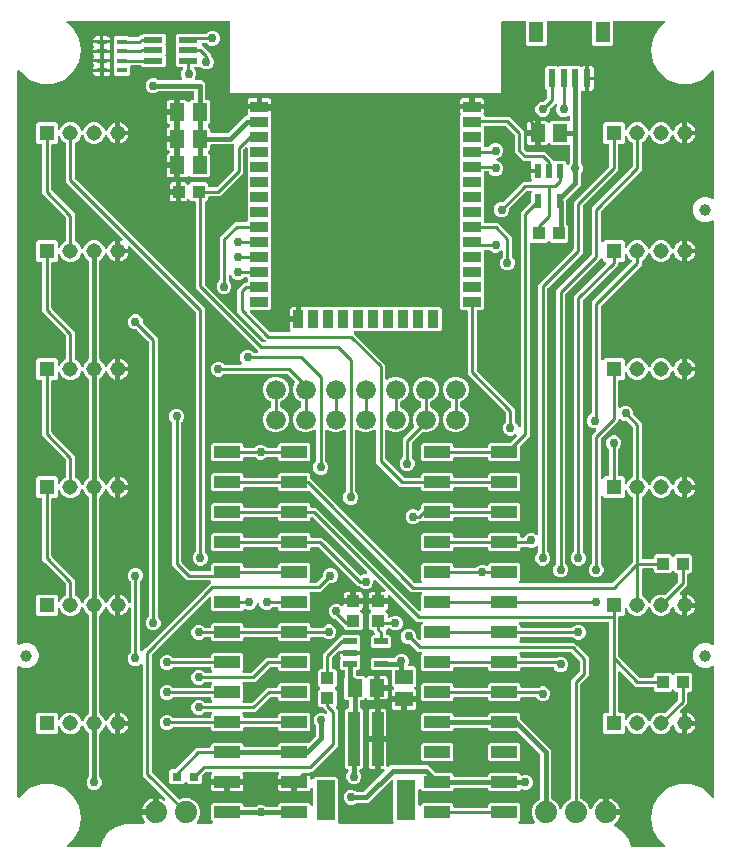
<source format=gbr>
G04 EAGLE Gerber RS-274X export*
G75*
%MOMM*%
%FSLAX34Y34*%
%LPD*%
%INTop Copper*%
%IPPOS*%
%AMOC8*
5,1,8,0,0,1.08239X$1,22.5*%
G01*
%ADD10R,1.308000X1.308000*%
%ADD11C,1.308000*%
%ADD12R,0.000000X0.000000*%
%ADD13R,1.500000X0.900000*%
%ADD14R,0.900000X1.500000*%
%ADD15R,4.000000X4.000000*%
%ADD16R,1.000000X4.600000*%
%ADD17R,1.600000X3.400000*%
%ADD18R,1.200000X0.550000*%
%ADD19R,1.600000X0.500000*%
%ADD20R,0.900000X0.425000*%
%ADD21R,0.550000X1.200000*%
%ADD22R,1.100000X1.000000*%
%ADD23R,1.000000X1.100000*%
%ADD24R,1.500000X1.300000*%
%ADD25R,1.300000X1.500000*%
%ADD26R,0.800000X0.800000*%
%ADD27C,1.879600*%
%ADD28C,1.000000*%
%ADD29R,0.600000X1.550000*%
%ADD30R,1.200000X1.800000*%
%ADD31C,1.676400*%
%ADD32R,2.220000X1.020000*%
%ADD33C,0.254000*%
%ADD34C,0.756400*%
%ADD35C,0.406400*%
%ADD36C,0.304800*%

G36*
X-225568Y-54904D02*
X-225568Y-54904D01*
X-225488Y-54904D01*
X-225411Y-54884D01*
X-225331Y-54874D01*
X-225257Y-54845D01*
X-225180Y-54826D01*
X-225110Y-54787D01*
X-225035Y-54757D01*
X-224971Y-54711D01*
X-224901Y-54673D01*
X-224843Y-54618D01*
X-224778Y-54571D01*
X-224727Y-54509D01*
X-224669Y-54455D01*
X-224626Y-54387D01*
X-224575Y-54326D01*
X-224541Y-54254D01*
X-224499Y-54187D01*
X-224440Y-54038D01*
X-224439Y-54038D01*
X-224439Y-54037D01*
X-222630Y-48469D01*
X-217959Y-42041D01*
X-211531Y-37370D01*
X-203973Y-34914D01*
X-188136Y-34914D01*
X-188096Y-34909D01*
X-188056Y-34912D01*
X-187939Y-34889D01*
X-187820Y-34874D01*
X-187783Y-34860D01*
X-187744Y-34852D01*
X-187636Y-34801D01*
X-187524Y-34757D01*
X-187492Y-34734D01*
X-187456Y-34717D01*
X-187364Y-34641D01*
X-187267Y-34571D01*
X-187242Y-34540D01*
X-187211Y-34515D01*
X-187141Y-34418D01*
X-187064Y-34326D01*
X-187047Y-34290D01*
X-187024Y-34257D01*
X-186980Y-34146D01*
X-186929Y-34038D01*
X-186921Y-33999D01*
X-186906Y-33962D01*
X-186891Y-33843D01*
X-186869Y-33726D01*
X-186871Y-33686D01*
X-186866Y-33646D01*
X-186881Y-33528D01*
X-186889Y-33408D01*
X-186901Y-33370D01*
X-186906Y-33331D01*
X-186950Y-33220D01*
X-186987Y-33106D01*
X-187008Y-33072D01*
X-187023Y-33035D01*
X-187109Y-32899D01*
X-188011Y-31657D01*
X-188864Y-29983D01*
X-189445Y-28196D01*
X-189485Y-27939D01*
X-179070Y-27939D01*
X-178952Y-27924D01*
X-178833Y-27917D01*
X-178795Y-27904D01*
X-178755Y-27899D01*
X-178644Y-27856D01*
X-178531Y-27819D01*
X-178497Y-27797D01*
X-178459Y-27782D01*
X-178363Y-27712D01*
X-178262Y-27649D01*
X-178234Y-27619D01*
X-178202Y-27595D01*
X-178126Y-27504D01*
X-178044Y-27417D01*
X-178025Y-27382D01*
X-177999Y-27351D01*
X-177948Y-27243D01*
X-177891Y-27139D01*
X-177880Y-27099D01*
X-177863Y-27063D01*
X-177841Y-26946D01*
X-177811Y-26831D01*
X-177807Y-26770D01*
X-177803Y-26750D01*
X-177805Y-26730D01*
X-177801Y-26670D01*
X-177801Y-25399D01*
X-176530Y-25399D01*
X-176412Y-25384D01*
X-176293Y-25377D01*
X-176255Y-25364D01*
X-176214Y-25359D01*
X-176104Y-25315D01*
X-175991Y-25279D01*
X-175956Y-25257D01*
X-175919Y-25242D01*
X-175823Y-25172D01*
X-175722Y-25109D01*
X-175694Y-25079D01*
X-175661Y-25055D01*
X-175586Y-24964D01*
X-175504Y-24877D01*
X-175484Y-24842D01*
X-175459Y-24810D01*
X-175408Y-24703D01*
X-175350Y-24598D01*
X-175340Y-24559D01*
X-175323Y-24523D01*
X-175301Y-24406D01*
X-175271Y-24291D01*
X-175267Y-24230D01*
X-175263Y-24210D01*
X-175265Y-24190D01*
X-175261Y-24130D01*
X-175261Y-13715D01*
X-175004Y-13755D01*
X-173217Y-14336D01*
X-171460Y-15231D01*
X-171348Y-15272D01*
X-171238Y-15319D01*
X-171199Y-15325D01*
X-171161Y-15339D01*
X-171042Y-15350D01*
X-170924Y-15369D01*
X-170884Y-15365D01*
X-170844Y-15369D01*
X-170727Y-15350D01*
X-170608Y-15339D01*
X-170570Y-15325D01*
X-170530Y-15319D01*
X-170421Y-15272D01*
X-170308Y-15231D01*
X-170275Y-15209D01*
X-170238Y-15193D01*
X-170144Y-15120D01*
X-170045Y-15053D01*
X-170019Y-15023D01*
X-169987Y-14998D01*
X-169914Y-14904D01*
X-169835Y-14814D01*
X-169816Y-14779D01*
X-169792Y-14747D01*
X-169744Y-14637D01*
X-169690Y-14531D01*
X-169681Y-14492D01*
X-169665Y-14455D01*
X-169647Y-14337D01*
X-169620Y-14221D01*
X-169622Y-14181D01*
X-169615Y-14141D01*
X-169626Y-14022D01*
X-169630Y-13903D01*
X-169641Y-13864D01*
X-169645Y-13825D01*
X-169685Y-13712D01*
X-169718Y-13598D01*
X-169739Y-13563D01*
X-169752Y-13525D01*
X-169820Y-13426D01*
X-169880Y-13324D01*
X-169919Y-13279D01*
X-169931Y-13262D01*
X-169946Y-13248D01*
X-169986Y-13203D01*
X-186207Y3018D01*
X-188811Y5622D01*
X-188811Y99183D01*
X-188828Y99321D01*
X-188841Y99460D01*
X-188848Y99479D01*
X-188851Y99499D01*
X-188902Y99628D01*
X-188949Y99759D01*
X-188960Y99776D01*
X-188968Y99795D01*
X-189049Y99907D01*
X-189127Y100022D01*
X-189143Y100036D01*
X-189154Y100052D01*
X-189262Y100141D01*
X-189366Y100233D01*
X-189384Y100242D01*
X-189399Y100255D01*
X-189525Y100314D01*
X-189649Y100377D01*
X-189669Y100382D01*
X-189687Y100390D01*
X-189824Y100416D01*
X-189959Y100447D01*
X-189980Y100446D01*
X-189999Y100450D01*
X-190138Y100441D01*
X-190277Y100437D01*
X-190297Y100432D01*
X-190317Y100430D01*
X-190449Y100387D01*
X-190583Y100349D01*
X-190600Y100338D01*
X-190619Y100332D01*
X-190737Y100258D01*
X-190857Y100187D01*
X-190878Y100169D01*
X-190888Y100162D01*
X-190902Y100147D01*
X-190978Y100081D01*
X-191419Y99640D01*
X-193742Y98677D01*
X-196258Y98677D01*
X-198582Y99640D01*
X-200360Y101418D01*
X-201323Y103742D01*
X-201323Y106258D01*
X-200360Y108582D01*
X-199182Y109759D01*
X-199122Y109837D01*
X-199054Y109910D01*
X-199025Y109963D01*
X-198988Y110010D01*
X-198948Y110101D01*
X-198900Y110188D01*
X-198885Y110247D01*
X-198861Y110302D01*
X-198846Y110400D01*
X-198821Y110496D01*
X-198815Y110596D01*
X-198811Y110616D01*
X-198813Y110629D01*
X-198811Y110657D01*
X-198811Y147037D01*
X-198826Y147156D01*
X-198833Y147275D01*
X-198846Y147313D01*
X-198851Y147353D01*
X-198894Y147464D01*
X-198931Y147578D01*
X-198953Y147611D01*
X-198968Y147649D01*
X-199038Y147745D01*
X-199102Y147846D01*
X-199131Y147874D01*
X-199154Y147906D01*
X-199246Y147982D01*
X-199333Y148064D01*
X-199369Y148083D01*
X-199399Y148109D01*
X-199507Y148160D01*
X-199612Y148217D01*
X-199651Y148227D01*
X-199687Y148244D01*
X-199804Y148267D01*
X-199920Y148297D01*
X-199960Y148297D01*
X-199999Y148304D01*
X-200119Y148297D01*
X-200238Y148297D01*
X-200277Y148287D01*
X-200317Y148284D01*
X-200430Y148248D01*
X-200546Y148218D01*
X-200581Y148199D01*
X-200619Y148186D01*
X-200720Y148123D01*
X-200825Y148065D01*
X-200854Y148038D01*
X-200888Y148016D01*
X-200970Y147929D01*
X-201057Y147848D01*
X-201078Y147814D01*
X-201106Y147785D01*
X-201164Y147680D01*
X-201228Y147579D01*
X-201250Y147524D01*
X-201260Y147506D01*
X-201265Y147486D01*
X-201287Y147430D01*
X-201585Y146514D01*
X-202233Y145241D01*
X-203074Y144084D01*
X-204084Y143074D01*
X-205241Y142233D01*
X-206514Y141585D01*
X-207874Y141143D01*
X-208001Y141123D01*
X-208001Y149270D01*
X-208016Y149388D01*
X-208023Y149507D01*
X-208035Y149545D01*
X-208041Y149585D01*
X-208084Y149696D01*
X-208121Y149809D01*
X-208143Y149843D01*
X-208158Y149881D01*
X-208227Y149977D01*
X-208238Y149994D01*
X-208224Y150018D01*
X-208199Y150050D01*
X-208148Y150157D01*
X-208090Y150262D01*
X-208080Y150301D01*
X-208063Y150337D01*
X-208041Y150454D01*
X-208011Y150570D01*
X-208007Y150630D01*
X-208003Y150650D01*
X-208005Y150670D01*
X-208001Y150730D01*
X-208001Y158877D01*
X-207874Y158857D01*
X-206514Y158415D01*
X-205241Y157767D01*
X-204084Y156926D01*
X-203074Y155916D01*
X-202233Y154759D01*
X-201585Y153486D01*
X-201287Y152570D01*
X-201236Y152462D01*
X-201192Y152351D01*
X-201169Y152319D01*
X-201152Y152283D01*
X-201076Y152191D01*
X-201006Y152094D01*
X-200975Y152068D01*
X-200949Y152037D01*
X-200853Y151967D01*
X-200761Y151891D01*
X-200724Y151874D01*
X-200692Y151850D01*
X-200580Y151806D01*
X-200473Y151756D01*
X-200434Y151748D01*
X-200396Y151733D01*
X-200277Y151718D01*
X-200160Y151696D01*
X-200121Y151698D01*
X-200081Y151693D01*
X-199962Y151708D01*
X-199843Y151716D01*
X-199805Y151728D01*
X-199765Y151733D01*
X-199654Y151777D01*
X-199541Y151814D01*
X-199507Y151835D01*
X-199469Y151850D01*
X-199373Y151920D01*
X-199272Y151984D01*
X-199244Y152013D01*
X-199212Y152037D01*
X-199136Y152128D01*
X-199054Y152215D01*
X-199035Y152251D01*
X-199009Y152281D01*
X-198958Y152389D01*
X-198900Y152494D01*
X-198890Y152533D01*
X-198873Y152569D01*
X-198851Y152687D01*
X-198821Y152802D01*
X-198817Y152861D01*
X-198813Y152881D01*
X-198815Y152902D01*
X-198811Y152963D01*
X-198811Y169343D01*
X-198823Y169441D01*
X-198826Y169541D01*
X-198843Y169599D01*
X-198851Y169659D01*
X-198887Y169751D01*
X-198915Y169846D01*
X-198945Y169898D01*
X-198968Y169955D01*
X-199026Y170035D01*
X-199076Y170120D01*
X-199142Y170195D01*
X-199154Y170212D01*
X-199164Y170220D01*
X-199182Y170241D01*
X-200360Y171418D01*
X-201323Y173742D01*
X-201323Y176258D01*
X-200360Y178582D01*
X-198582Y180360D01*
X-196258Y181323D01*
X-193742Y181323D01*
X-191418Y180360D01*
X-189640Y178582D01*
X-188677Y176258D01*
X-188677Y173742D01*
X-189640Y171418D01*
X-190818Y170241D01*
X-190878Y170163D01*
X-190946Y170090D01*
X-190975Y170037D01*
X-191012Y169990D01*
X-191052Y169899D01*
X-191100Y169812D01*
X-191115Y169753D01*
X-191139Y169698D01*
X-191154Y169600D01*
X-191179Y169504D01*
X-191185Y169404D01*
X-191189Y169384D01*
X-191187Y169371D01*
X-191189Y169343D01*
X-191189Y112264D01*
X-191172Y112127D01*
X-191159Y111988D01*
X-191152Y111969D01*
X-191149Y111949D01*
X-191098Y111820D01*
X-191051Y111689D01*
X-191040Y111672D01*
X-191032Y111653D01*
X-190951Y111540D01*
X-190873Y111425D01*
X-190857Y111412D01*
X-190846Y111396D01*
X-190738Y111307D01*
X-190634Y111215D01*
X-190616Y111206D01*
X-190601Y111193D01*
X-190475Y111134D01*
X-190351Y111070D01*
X-190331Y111066D01*
X-190313Y111057D01*
X-190177Y111031D01*
X-190041Y111001D01*
X-190020Y111001D01*
X-190001Y110997D01*
X-189862Y111006D01*
X-189723Y111010D01*
X-189703Y111016D01*
X-189683Y111017D01*
X-189551Y111060D01*
X-189417Y111099D01*
X-189400Y111109D01*
X-189381Y111115D01*
X-189263Y111190D01*
X-189143Y111260D01*
X-189122Y111279D01*
X-189112Y111285D01*
X-189098Y111300D01*
X-189023Y111367D01*
X-186207Y114182D01*
X-131367Y169023D01*
X-131281Y169132D01*
X-131193Y169239D01*
X-131184Y169258D01*
X-131172Y169274D01*
X-131116Y169402D01*
X-131057Y169527D01*
X-131053Y169547D01*
X-131045Y169566D01*
X-131024Y169703D01*
X-130997Y169840D01*
X-130999Y169860D01*
X-130996Y169880D01*
X-131009Y170019D01*
X-131017Y170157D01*
X-131023Y170176D01*
X-131025Y170196D01*
X-131073Y170328D01*
X-131115Y170459D01*
X-131126Y170477D01*
X-131133Y170496D01*
X-131211Y170611D01*
X-131285Y170728D01*
X-131300Y170742D01*
X-131312Y170759D01*
X-131416Y170851D01*
X-131517Y170946D01*
X-131535Y170956D01*
X-131550Y170969D01*
X-131674Y171032D01*
X-131796Y171100D01*
X-131815Y171105D01*
X-131833Y171114D01*
X-131969Y171144D01*
X-132103Y171179D01*
X-132132Y171181D01*
X-132143Y171184D01*
X-132164Y171183D01*
X-132264Y171189D01*
X-151578Y171189D01*
X-163811Y183422D01*
X-163811Y304343D01*
X-163823Y304441D01*
X-163826Y304541D01*
X-163843Y304599D01*
X-163851Y304659D01*
X-163887Y304751D01*
X-163915Y304846D01*
X-163945Y304898D01*
X-163968Y304955D01*
X-164026Y305035D01*
X-164076Y305120D01*
X-164142Y305195D01*
X-164154Y305212D01*
X-164164Y305220D01*
X-164182Y305241D01*
X-165360Y306418D01*
X-166323Y308742D01*
X-166323Y311258D01*
X-165360Y313582D01*
X-163582Y315360D01*
X-161258Y316323D01*
X-158742Y316323D01*
X-156418Y315360D01*
X-154640Y313582D01*
X-153677Y311258D01*
X-153677Y308742D01*
X-154640Y306418D01*
X-155818Y305241D01*
X-155878Y305163D01*
X-155946Y305090D01*
X-155975Y305037D01*
X-156012Y304990D01*
X-156052Y304899D01*
X-156100Y304812D01*
X-156115Y304753D01*
X-156139Y304698D01*
X-156154Y304600D01*
X-156179Y304504D01*
X-156185Y304404D01*
X-156189Y304384D01*
X-156187Y304371D01*
X-156189Y304343D01*
X-156189Y187104D01*
X-156177Y187006D01*
X-156174Y186907D01*
X-156157Y186849D01*
X-156149Y186789D01*
X-156113Y186697D01*
X-156085Y186601D01*
X-156055Y186549D01*
X-156032Y186493D01*
X-155974Y186413D01*
X-155924Y186328D01*
X-155858Y186252D01*
X-155846Y186236D01*
X-155836Y186228D01*
X-155818Y186207D01*
X-148793Y179182D01*
X-148715Y179122D01*
X-148643Y179054D01*
X-148590Y179025D01*
X-148542Y178988D01*
X-148451Y178948D01*
X-148364Y178900D01*
X-148306Y178885D01*
X-148250Y178861D01*
X-148152Y178846D01*
X-148056Y178821D01*
X-147956Y178815D01*
X-147936Y178811D01*
X-147924Y178813D01*
X-147896Y178811D01*
X-132110Y178811D01*
X-131992Y178826D01*
X-131873Y178833D01*
X-131835Y178846D01*
X-131794Y178851D01*
X-131684Y178894D01*
X-131571Y178931D01*
X-131536Y178953D01*
X-131499Y178968D01*
X-131403Y179037D01*
X-131302Y179101D01*
X-131274Y179131D01*
X-131241Y179154D01*
X-131165Y179246D01*
X-131084Y179333D01*
X-131064Y179368D01*
X-131039Y179399D01*
X-130988Y179507D01*
X-130930Y179611D01*
X-130920Y179651D01*
X-130903Y179687D01*
X-130881Y179804D01*
X-130851Y179919D01*
X-130847Y179979D01*
X-130843Y179999D01*
X-130845Y180020D01*
X-130841Y180080D01*
X-130841Y183952D01*
X-129352Y185441D01*
X-105048Y185441D01*
X-103559Y183952D01*
X-103559Y182880D01*
X-103544Y182762D01*
X-103537Y182643D01*
X-103524Y182605D01*
X-103519Y182564D01*
X-103476Y182454D01*
X-103439Y182341D01*
X-103417Y182306D01*
X-103402Y182269D01*
X-103333Y182173D01*
X-103269Y182072D01*
X-103239Y182044D01*
X-103216Y182011D01*
X-103124Y181935D01*
X-103037Y181854D01*
X-103002Y181834D01*
X-102971Y181809D01*
X-102863Y181758D01*
X-102759Y181700D01*
X-102719Y181690D01*
X-102683Y181673D01*
X-102566Y181651D01*
X-102451Y181621D01*
X-102391Y181617D01*
X-102371Y181613D01*
X-102350Y181615D01*
X-102290Y181611D01*
X-75510Y181611D01*
X-75392Y181626D01*
X-75273Y181633D01*
X-75235Y181646D01*
X-75194Y181651D01*
X-75084Y181694D01*
X-74971Y181731D01*
X-74936Y181753D01*
X-74899Y181768D01*
X-74803Y181837D01*
X-74702Y181901D01*
X-74674Y181931D01*
X-74641Y181954D01*
X-74565Y182046D01*
X-74484Y182133D01*
X-74464Y182168D01*
X-74439Y182199D01*
X-74388Y182307D01*
X-74330Y182411D01*
X-74320Y182451D01*
X-74303Y182487D01*
X-74281Y182604D01*
X-74251Y182719D01*
X-74247Y182779D01*
X-74243Y182799D01*
X-74245Y182820D01*
X-74241Y182880D01*
X-74241Y183952D01*
X-72752Y185441D01*
X-48448Y185441D01*
X-46959Y183952D01*
X-46959Y171648D01*
X-47529Y171077D01*
X-47614Y170968D01*
X-47703Y170861D01*
X-47712Y170842D01*
X-47724Y170826D01*
X-47780Y170698D01*
X-47839Y170573D01*
X-47843Y170553D01*
X-47851Y170534D01*
X-47873Y170396D01*
X-47899Y170260D01*
X-47897Y170240D01*
X-47901Y170220D01*
X-47887Y170081D01*
X-47879Y169943D01*
X-47873Y169924D01*
X-47871Y169904D01*
X-47824Y169772D01*
X-47781Y169641D01*
X-47770Y169623D01*
X-47763Y169604D01*
X-47685Y169489D01*
X-47611Y169372D01*
X-47596Y169358D01*
X-47585Y169341D01*
X-47480Y169249D01*
X-47379Y169154D01*
X-47361Y169144D01*
X-47346Y169131D01*
X-47222Y169068D01*
X-47101Y169000D01*
X-47081Y168995D01*
X-47063Y168986D01*
X-46927Y168956D01*
X-46793Y168921D01*
X-46765Y168919D01*
X-46753Y168916D01*
X-46732Y168917D01*
X-46632Y168911D01*
X-42004Y168911D01*
X-41906Y168923D01*
X-41807Y168926D01*
X-41749Y168943D01*
X-41689Y168951D01*
X-41597Y168987D01*
X-41501Y169015D01*
X-41449Y169045D01*
X-41393Y169068D01*
X-41313Y169126D01*
X-41228Y169176D01*
X-41152Y169242D01*
X-41136Y169254D01*
X-41128Y169264D01*
X-41107Y169282D01*
X-36694Y173695D01*
X-36634Y173773D01*
X-36566Y173845D01*
X-36537Y173898D01*
X-36500Y173946D01*
X-36460Y174037D01*
X-36412Y174124D01*
X-36397Y174182D01*
X-36373Y174238D01*
X-36358Y174336D01*
X-36333Y174432D01*
X-36327Y174532D01*
X-36323Y174552D01*
X-36325Y174564D01*
X-36323Y174592D01*
X-36323Y176258D01*
X-35360Y178582D01*
X-33582Y180360D01*
X-31258Y181323D01*
X-28742Y181323D01*
X-26418Y180360D01*
X-24640Y178582D01*
X-23677Y176258D01*
X-23677Y173742D01*
X-24640Y171418D01*
X-26418Y169640D01*
X-28742Y168677D01*
X-30408Y168677D01*
X-30506Y168665D01*
X-30605Y168662D01*
X-30663Y168645D01*
X-30723Y168637D01*
X-30815Y168601D01*
X-30911Y168573D01*
X-30963Y168543D01*
X-31019Y168520D01*
X-31099Y168462D01*
X-31184Y168412D01*
X-31260Y168346D01*
X-31276Y168334D01*
X-31284Y168324D01*
X-31305Y168306D01*
X-38322Y161289D01*
X-46632Y161289D01*
X-46770Y161272D01*
X-46908Y161259D01*
X-46927Y161252D01*
X-46947Y161249D01*
X-47077Y161198D01*
X-47208Y161151D01*
X-47224Y161140D01*
X-47243Y161132D01*
X-47355Y161051D01*
X-47471Y160973D01*
X-47484Y160957D01*
X-47500Y160946D01*
X-47589Y160838D01*
X-47681Y160734D01*
X-47690Y160716D01*
X-47703Y160701D01*
X-47763Y160575D01*
X-47826Y160451D01*
X-47830Y160431D01*
X-47839Y160413D01*
X-47865Y160276D01*
X-47895Y160141D01*
X-47895Y160120D01*
X-47899Y160101D01*
X-47890Y159962D01*
X-47886Y159823D01*
X-47880Y159803D01*
X-47879Y159783D01*
X-47836Y159651D01*
X-47797Y159517D01*
X-47787Y159500D01*
X-47781Y159481D01*
X-47706Y159363D01*
X-47636Y159243D01*
X-47617Y159222D01*
X-47611Y159212D01*
X-47596Y159198D01*
X-47529Y159123D01*
X-46959Y158552D01*
X-46959Y146248D01*
X-48448Y144759D01*
X-72752Y144759D01*
X-74241Y146248D01*
X-74241Y147420D01*
X-74256Y147538D01*
X-74263Y147657D01*
X-74276Y147695D01*
X-74281Y147736D01*
X-74324Y147846D01*
X-74361Y147959D01*
X-74383Y147994D01*
X-74398Y148031D01*
X-74467Y148127D01*
X-74531Y148228D01*
X-74561Y148256D01*
X-74584Y148289D01*
X-74676Y148365D01*
X-74763Y148446D01*
X-74798Y148466D01*
X-74829Y148491D01*
X-74937Y148542D01*
X-75041Y148600D01*
X-75081Y148610D01*
X-75117Y148627D01*
X-75234Y148649D01*
X-75349Y148679D01*
X-75409Y148683D01*
X-75429Y148687D01*
X-75450Y148685D01*
X-75510Y148689D01*
X-78093Y148689D01*
X-78191Y148677D01*
X-78291Y148674D01*
X-78349Y148657D01*
X-78409Y148649D01*
X-78501Y148613D01*
X-78596Y148585D01*
X-78648Y148555D01*
X-78705Y148532D01*
X-78785Y148474D01*
X-78870Y148424D01*
X-78945Y148358D01*
X-78962Y148346D01*
X-78970Y148336D01*
X-78991Y148318D01*
X-80168Y147140D01*
X-82492Y146177D01*
X-85008Y146177D01*
X-87332Y147140D01*
X-89110Y148918D01*
X-90067Y151229D01*
X-90074Y151241D01*
X-90075Y151244D01*
X-90082Y151255D01*
X-90136Y151350D01*
X-90201Y151473D01*
X-90215Y151488D01*
X-90225Y151506D01*
X-90322Y151606D01*
X-90415Y151708D01*
X-90432Y151720D01*
X-90446Y151734D01*
X-90564Y151807D01*
X-90681Y151883D01*
X-90700Y151890D01*
X-90717Y151900D01*
X-90850Y151941D01*
X-90982Y151986D01*
X-91002Y151988D01*
X-91021Y151994D01*
X-91160Y152001D01*
X-91299Y152012D01*
X-91319Y152008D01*
X-91339Y152009D01*
X-91475Y151981D01*
X-91612Y151957D01*
X-91631Y151949D01*
X-91650Y151945D01*
X-91775Y151884D01*
X-91902Y151827D01*
X-91918Y151814D01*
X-91936Y151805D01*
X-92042Y151715D01*
X-92150Y151628D01*
X-92163Y151612D01*
X-92178Y151599D01*
X-92258Y151485D01*
X-92342Y151374D01*
X-92354Y151349D01*
X-92361Y151339D01*
X-92368Y151319D01*
X-92413Y151229D01*
X-93370Y148918D01*
X-95148Y147140D01*
X-97472Y146177D01*
X-99988Y146177D01*
X-101804Y146930D01*
X-101852Y146943D01*
X-101897Y146964D01*
X-102005Y146985D01*
X-102111Y147014D01*
X-102161Y147014D01*
X-102210Y147024D01*
X-102319Y147017D01*
X-102429Y147019D01*
X-102477Y147007D01*
X-102527Y147004D01*
X-102631Y146970D01*
X-102738Y146945D01*
X-102782Y146921D01*
X-102829Y146906D01*
X-102922Y146847D01*
X-103019Y146796D01*
X-103056Y146762D01*
X-103098Y146736D01*
X-103173Y146656D01*
X-103255Y146582D01*
X-103282Y146540D01*
X-103316Y146504D01*
X-103333Y146474D01*
X-105048Y144759D01*
X-129352Y144759D01*
X-130841Y146248D01*
X-130841Y155706D01*
X-130858Y155843D01*
X-130871Y155982D01*
X-130878Y156001D01*
X-130881Y156021D01*
X-130932Y156150D01*
X-130979Y156281D01*
X-130990Y156298D01*
X-130998Y156317D01*
X-131079Y156429D01*
X-131157Y156545D01*
X-131173Y156558D01*
X-131184Y156574D01*
X-131292Y156663D01*
X-131396Y156755D01*
X-131414Y156764D01*
X-131429Y156777D01*
X-131555Y156836D01*
X-131679Y156900D01*
X-131699Y156904D01*
X-131717Y156913D01*
X-131853Y156939D01*
X-131989Y156969D01*
X-132010Y156969D01*
X-132029Y156973D01*
X-132168Y156964D01*
X-132307Y156960D01*
X-132327Y156954D01*
X-132347Y156953D01*
X-132479Y156910D01*
X-132613Y156871D01*
X-132630Y156861D01*
X-132649Y156855D01*
X-132767Y156780D01*
X-132887Y156710D01*
X-132908Y156691D01*
X-132918Y156685D01*
X-132932Y156670D01*
X-133007Y156603D01*
X-180818Y108793D01*
X-180878Y108715D01*
X-180946Y108643D01*
X-180975Y108590D01*
X-181012Y108542D01*
X-181052Y108451D01*
X-181100Y108364D01*
X-181115Y108306D01*
X-181139Y108250D01*
X-181154Y108152D01*
X-181179Y108056D01*
X-181185Y107956D01*
X-181189Y107936D01*
X-181187Y107924D01*
X-181189Y107896D01*
X-181189Y9304D01*
X-181177Y9206D01*
X-181174Y9107D01*
X-181157Y9049D01*
X-181149Y8989D01*
X-181113Y8897D01*
X-181085Y8801D01*
X-181055Y8749D01*
X-181032Y8693D01*
X-180974Y8613D01*
X-180924Y8528D01*
X-180858Y8452D01*
X-180846Y8436D01*
X-180836Y8428D01*
X-180818Y8407D01*
X-158326Y-14084D01*
X-158303Y-14102D01*
X-158284Y-14125D01*
X-158178Y-14200D01*
X-158075Y-14279D01*
X-158048Y-14291D01*
X-158024Y-14308D01*
X-157903Y-14354D01*
X-157783Y-14406D01*
X-157754Y-14410D01*
X-157727Y-14421D01*
X-157598Y-14435D01*
X-157469Y-14455D01*
X-157440Y-14453D01*
X-157411Y-14456D01*
X-157282Y-14438D01*
X-157153Y-14426D01*
X-157125Y-14416D01*
X-157096Y-14412D01*
X-156943Y-14359D01*
X-154775Y-13461D01*
X-150025Y-13461D01*
X-145637Y-15279D01*
X-142279Y-18637D01*
X-140461Y-23025D01*
X-140461Y-27775D01*
X-142279Y-32163D01*
X-142864Y-32748D01*
X-142949Y-32857D01*
X-143037Y-32964D01*
X-143046Y-32983D01*
X-143059Y-32999D01*
X-143114Y-33127D01*
X-143173Y-33252D01*
X-143177Y-33272D01*
X-143185Y-33291D01*
X-143207Y-33429D01*
X-143233Y-33565D01*
X-143232Y-33585D01*
X-143235Y-33605D01*
X-143222Y-33744D01*
X-143213Y-33882D01*
X-143207Y-33901D01*
X-143205Y-33921D01*
X-143158Y-34052D01*
X-143115Y-34184D01*
X-143104Y-34202D01*
X-143097Y-34221D01*
X-143019Y-34335D01*
X-142945Y-34453D01*
X-142930Y-34467D01*
X-142919Y-34484D01*
X-142815Y-34576D01*
X-142713Y-34671D01*
X-142695Y-34681D01*
X-142680Y-34694D01*
X-142557Y-34757D01*
X-142435Y-34825D01*
X-142415Y-34830D01*
X-142397Y-34839D01*
X-142261Y-34869D01*
X-142127Y-34904D01*
X-142099Y-34906D01*
X-142087Y-34909D01*
X-142066Y-34908D01*
X-141966Y-34914D01*
X-130543Y-34914D01*
X-130405Y-34897D01*
X-130267Y-34884D01*
X-130248Y-34877D01*
X-130228Y-34874D01*
X-130098Y-34823D01*
X-129967Y-34776D01*
X-129951Y-34765D01*
X-129932Y-34757D01*
X-129819Y-34676D01*
X-129704Y-34598D01*
X-129691Y-34582D01*
X-129675Y-34571D01*
X-129586Y-34463D01*
X-129494Y-34359D01*
X-129485Y-34341D01*
X-129472Y-34326D01*
X-129412Y-34200D01*
X-129349Y-34076D01*
X-129345Y-34056D01*
X-129336Y-34038D01*
X-129310Y-33901D01*
X-129280Y-33766D01*
X-129280Y-33745D01*
X-129276Y-33726D01*
X-129285Y-33587D01*
X-129289Y-33448D01*
X-129295Y-33428D01*
X-129296Y-33408D01*
X-129339Y-33276D01*
X-129378Y-33142D01*
X-129388Y-33125D01*
X-129394Y-33106D01*
X-129469Y-32988D01*
X-129539Y-32868D01*
X-129558Y-32847D01*
X-129564Y-32837D01*
X-129579Y-32823D01*
X-129646Y-32748D01*
X-130841Y-31552D01*
X-130841Y-19248D01*
X-129352Y-17759D01*
X-105048Y-17759D01*
X-103559Y-19248D01*
X-103559Y-19558D01*
X-103544Y-19676D01*
X-103537Y-19795D01*
X-103524Y-19833D01*
X-103519Y-19874D01*
X-103476Y-19984D01*
X-103439Y-20097D01*
X-103417Y-20132D01*
X-103402Y-20169D01*
X-103333Y-20265D01*
X-103269Y-20366D01*
X-103239Y-20394D01*
X-103216Y-20427D01*
X-103124Y-20503D01*
X-103037Y-20584D01*
X-103002Y-20604D01*
X-102971Y-20629D01*
X-102863Y-20680D01*
X-102759Y-20738D01*
X-102719Y-20748D01*
X-102683Y-20765D01*
X-102566Y-20787D01*
X-102451Y-20817D01*
X-102391Y-20821D01*
X-102371Y-20825D01*
X-102350Y-20823D01*
X-102290Y-20827D01*
X-93795Y-20827D01*
X-93697Y-20815D01*
X-93597Y-20812D01*
X-93539Y-20795D01*
X-93479Y-20787D01*
X-93387Y-20751D01*
X-93292Y-20723D01*
X-93240Y-20693D01*
X-93183Y-20670D01*
X-93103Y-20612D01*
X-93018Y-20562D01*
X-92943Y-20496D01*
X-92926Y-20484D01*
X-92918Y-20474D01*
X-92897Y-20456D01*
X-92482Y-20040D01*
X-90158Y-19077D01*
X-87642Y-19077D01*
X-85318Y-20040D01*
X-84903Y-20456D01*
X-84825Y-20516D01*
X-84752Y-20584D01*
X-84699Y-20613D01*
X-84652Y-20650D01*
X-84561Y-20690D01*
X-84474Y-20738D01*
X-84415Y-20753D01*
X-84360Y-20777D01*
X-84262Y-20792D01*
X-84166Y-20817D01*
X-84066Y-20823D01*
X-84046Y-20827D01*
X-84033Y-20825D01*
X-84005Y-20827D01*
X-75510Y-20827D01*
X-75392Y-20812D01*
X-75273Y-20805D01*
X-75235Y-20792D01*
X-75194Y-20787D01*
X-75084Y-20744D01*
X-74971Y-20707D01*
X-74936Y-20685D01*
X-74899Y-20670D01*
X-74803Y-20601D01*
X-74702Y-20537D01*
X-74674Y-20507D01*
X-74641Y-20484D01*
X-74565Y-20392D01*
X-74484Y-20305D01*
X-74464Y-20270D01*
X-74439Y-20239D01*
X-74388Y-20131D01*
X-74330Y-20027D01*
X-74320Y-19987D01*
X-74303Y-19951D01*
X-74281Y-19834D01*
X-74251Y-19719D01*
X-74247Y-19659D01*
X-74243Y-19639D01*
X-74245Y-19618D01*
X-74241Y-19558D01*
X-74241Y-19248D01*
X-72752Y-17759D01*
X-48448Y-17759D01*
X-46707Y-19499D01*
X-46598Y-19585D01*
X-46491Y-19673D01*
X-46472Y-19682D01*
X-46456Y-19694D01*
X-46328Y-19750D01*
X-46203Y-19809D01*
X-46183Y-19813D01*
X-46164Y-19821D01*
X-46026Y-19843D01*
X-45890Y-19869D01*
X-45870Y-19867D01*
X-45850Y-19871D01*
X-45711Y-19857D01*
X-45573Y-19849D01*
X-45554Y-19843D01*
X-45534Y-19841D01*
X-45402Y-19794D01*
X-45271Y-19751D01*
X-45253Y-19740D01*
X-45234Y-19733D01*
X-45119Y-19655D01*
X-45002Y-19581D01*
X-44988Y-19566D01*
X-44971Y-19555D01*
X-44879Y-19450D01*
X-44784Y-19349D01*
X-44774Y-19331D01*
X-44761Y-19316D01*
X-44697Y-19192D01*
X-44630Y-19071D01*
X-44625Y-19051D01*
X-44616Y-19033D01*
X-44586Y-18897D01*
X-44551Y-18763D01*
X-44549Y-18735D01*
X-44546Y-18723D01*
X-44547Y-18702D01*
X-44541Y-18602D01*
X-44541Y-6049D01*
X-44560Y-5898D01*
X-44577Y-5747D01*
X-44580Y-5740D01*
X-44581Y-5734D01*
X-44636Y-5593D01*
X-44691Y-5450D01*
X-44695Y-5444D01*
X-44698Y-5438D01*
X-44787Y-5315D01*
X-44875Y-5190D01*
X-44880Y-5186D01*
X-44884Y-5181D01*
X-45003Y-5083D01*
X-45118Y-4985D01*
X-45124Y-4982D01*
X-45129Y-4978D01*
X-45267Y-4913D01*
X-45404Y-4847D01*
X-45411Y-4845D01*
X-45417Y-4842D01*
X-45565Y-4814D01*
X-45716Y-4783D01*
X-45723Y-4784D01*
X-45729Y-4783D01*
X-45881Y-4792D01*
X-46034Y-4800D01*
X-46040Y-4802D01*
X-46047Y-4802D01*
X-46192Y-4849D01*
X-46337Y-4895D01*
X-46343Y-4898D01*
X-46349Y-4900D01*
X-46478Y-4982D01*
X-46608Y-5062D01*
X-46612Y-5067D01*
X-46618Y-5070D01*
X-46723Y-5182D01*
X-46828Y-5291D01*
X-46831Y-5297D01*
X-46836Y-5302D01*
X-46910Y-5435D01*
X-46985Y-5568D01*
X-46987Y-5577D01*
X-46990Y-5581D01*
X-46992Y-5591D01*
X-47036Y-5721D01*
X-47132Y-6081D01*
X-47467Y-6660D01*
X-47940Y-7133D01*
X-48519Y-7468D01*
X-49166Y-7641D01*
X-58061Y-7641D01*
X-58061Y-1270D01*
X-58076Y-1152D01*
X-58083Y-1033D01*
X-58096Y-995D01*
X-58101Y-955D01*
X-58144Y-844D01*
X-58181Y-731D01*
X-58203Y-696D01*
X-58218Y-659D01*
X-58288Y-563D01*
X-58351Y-462D01*
X-58381Y-434D01*
X-58405Y-402D01*
X-58496Y-326D01*
X-58583Y-244D01*
X-58618Y-225D01*
X-58649Y-199D01*
X-58757Y-148D01*
X-58861Y-91D01*
X-58901Y-80D01*
X-58937Y-63D01*
X-59054Y-41D01*
X-59169Y-11D01*
X-59230Y-7D01*
X-59250Y-3D01*
X-59270Y-5D01*
X-59330Y-1D01*
X-60601Y-1D01*
X-60601Y1270D01*
X-60616Y1388D01*
X-60623Y1507D01*
X-60636Y1545D01*
X-60641Y1585D01*
X-60685Y1696D01*
X-60721Y1809D01*
X-60743Y1844D01*
X-60758Y1881D01*
X-60828Y1977D01*
X-60891Y2078D01*
X-60921Y2106D01*
X-60945Y2138D01*
X-61036Y2214D01*
X-61123Y2296D01*
X-61158Y2315D01*
X-61190Y2341D01*
X-61297Y2392D01*
X-61401Y2449D01*
X-61441Y2460D01*
X-61477Y2477D01*
X-61594Y2499D01*
X-61709Y2529D01*
X-61770Y2533D01*
X-61790Y2537D01*
X-61810Y2535D01*
X-61870Y2539D01*
X-74241Y2539D01*
X-74241Y5434D01*
X-74068Y6081D01*
X-73733Y6660D01*
X-73671Y6722D01*
X-73586Y6832D01*
X-73497Y6939D01*
X-73488Y6958D01*
X-73476Y6974D01*
X-73420Y7102D01*
X-73361Y7227D01*
X-73357Y7247D01*
X-73349Y7266D01*
X-73327Y7403D01*
X-73301Y7540D01*
X-73303Y7560D01*
X-73299Y7580D01*
X-73312Y7717D01*
X-73321Y7857D01*
X-73327Y7876D01*
X-73329Y7896D01*
X-73376Y8027D01*
X-73419Y8159D01*
X-73430Y8177D01*
X-73437Y8196D01*
X-73515Y8310D01*
X-73589Y8428D01*
X-73604Y8442D01*
X-73615Y8459D01*
X-73720Y8551D01*
X-73821Y8646D01*
X-73839Y8656D01*
X-73854Y8669D01*
X-73978Y8732D01*
X-74099Y8800D01*
X-74119Y8805D01*
X-74137Y8814D01*
X-74273Y8844D01*
X-74407Y8879D01*
X-74435Y8881D01*
X-74447Y8884D01*
X-74468Y8883D01*
X-74568Y8889D01*
X-103232Y8889D01*
X-103370Y8872D01*
X-103508Y8859D01*
X-103527Y8852D01*
X-103547Y8849D01*
X-103677Y8798D01*
X-103808Y8751D01*
X-103824Y8740D01*
X-103843Y8732D01*
X-103956Y8651D01*
X-104071Y8573D01*
X-104084Y8557D01*
X-104100Y8546D01*
X-104189Y8438D01*
X-104281Y8334D01*
X-104290Y8316D01*
X-104303Y8301D01*
X-104363Y8175D01*
X-104426Y8051D01*
X-104430Y8031D01*
X-104439Y8013D01*
X-104465Y7876D01*
X-104495Y7741D01*
X-104495Y7720D01*
X-104499Y7701D01*
X-104490Y7562D01*
X-104486Y7423D01*
X-104480Y7403D01*
X-104479Y7383D01*
X-104436Y7251D01*
X-104397Y7117D01*
X-104387Y7100D01*
X-104381Y7081D01*
X-104306Y6963D01*
X-104236Y6843D01*
X-104217Y6822D01*
X-104211Y6812D01*
X-104196Y6798D01*
X-104129Y6722D01*
X-104067Y6660D01*
X-103732Y6081D01*
X-103559Y5434D01*
X-103559Y2539D01*
X-115930Y2539D01*
X-116048Y2524D01*
X-116167Y2517D01*
X-116205Y2504D01*
X-116245Y2499D01*
X-116356Y2455D01*
X-116469Y2419D01*
X-116504Y2397D01*
X-116541Y2382D01*
X-116637Y2312D01*
X-116738Y2249D01*
X-116766Y2219D01*
X-116798Y2195D01*
X-116874Y2104D01*
X-116956Y2017D01*
X-116975Y1982D01*
X-117001Y1950D01*
X-117052Y1843D01*
X-117109Y1739D01*
X-117120Y1699D01*
X-117137Y1663D01*
X-117159Y1546D01*
X-117189Y1431D01*
X-117193Y1370D01*
X-117197Y1350D01*
X-117195Y1330D01*
X-117199Y1270D01*
X-117199Y-1D01*
X-117201Y-1D01*
X-117201Y1270D01*
X-117216Y1388D01*
X-117223Y1507D01*
X-117236Y1545D01*
X-117241Y1585D01*
X-117285Y1696D01*
X-117321Y1809D01*
X-117343Y1844D01*
X-117358Y1881D01*
X-117428Y1977D01*
X-117491Y2078D01*
X-117521Y2106D01*
X-117545Y2138D01*
X-117636Y2214D01*
X-117723Y2296D01*
X-117758Y2315D01*
X-117790Y2341D01*
X-117897Y2392D01*
X-118001Y2449D01*
X-118041Y2460D01*
X-118077Y2477D01*
X-118194Y2499D01*
X-118309Y2529D01*
X-118370Y2533D01*
X-118390Y2537D01*
X-118410Y2535D01*
X-118470Y2539D01*
X-130841Y2539D01*
X-130841Y5434D01*
X-130668Y6081D01*
X-130333Y6660D01*
X-130271Y6722D01*
X-130186Y6832D01*
X-130097Y6939D01*
X-130088Y6958D01*
X-130076Y6974D01*
X-130020Y7102D01*
X-129961Y7227D01*
X-129957Y7247D01*
X-129949Y7266D01*
X-129927Y7403D01*
X-129901Y7540D01*
X-129903Y7560D01*
X-129899Y7580D01*
X-129912Y7717D01*
X-129921Y7857D01*
X-129927Y7876D01*
X-129929Y7896D01*
X-129976Y8027D01*
X-130019Y8159D01*
X-130030Y8177D01*
X-130037Y8196D01*
X-130115Y8310D01*
X-130189Y8428D01*
X-130204Y8442D01*
X-130215Y8459D01*
X-130320Y8551D01*
X-130421Y8646D01*
X-130439Y8656D01*
X-130454Y8669D01*
X-130578Y8732D01*
X-130699Y8800D01*
X-130719Y8805D01*
X-130737Y8814D01*
X-130873Y8844D01*
X-131007Y8879D01*
X-131035Y8881D01*
X-131047Y8884D01*
X-131068Y8883D01*
X-131168Y8889D01*
X-135196Y8889D01*
X-135294Y8877D01*
X-135393Y8874D01*
X-135451Y8857D01*
X-135511Y8849D01*
X-135603Y8813D01*
X-135699Y8785D01*
X-135751Y8755D01*
X-135807Y8732D01*
X-135887Y8674D01*
X-135972Y8624D01*
X-136048Y8558D01*
X-136064Y8546D01*
X-136072Y8536D01*
X-136093Y8518D01*
X-138088Y6523D01*
X-138148Y6445D01*
X-138216Y6373D01*
X-138245Y6320D01*
X-138282Y6272D01*
X-138322Y6181D01*
X-138370Y6094D01*
X-138385Y6036D01*
X-138409Y5980D01*
X-138424Y5882D01*
X-138449Y5787D01*
X-138455Y5686D01*
X-138459Y5666D01*
X-138457Y5654D01*
X-138459Y5626D01*
X-138459Y-52D01*
X-139948Y-1541D01*
X-150052Y-1541D01*
X-151603Y9D01*
X-151697Y82D01*
X-151786Y161D01*
X-151822Y179D01*
X-151854Y204D01*
X-151963Y252D01*
X-152069Y306D01*
X-152108Y315D01*
X-152146Y331D01*
X-152263Y349D01*
X-152379Y375D01*
X-152420Y374D01*
X-152460Y381D01*
X-152578Y369D01*
X-152697Y366D01*
X-152736Y354D01*
X-152776Y351D01*
X-152888Y310D01*
X-153003Y277D01*
X-153038Y257D01*
X-153076Y243D01*
X-153174Y176D01*
X-153277Y116D01*
X-153322Y76D01*
X-153339Y65D01*
X-153352Y49D01*
X-153398Y9D01*
X-154948Y-1541D01*
X-165052Y-1541D01*
X-166541Y-52D01*
X-166541Y10052D01*
X-165052Y11541D01*
X-161874Y11541D01*
X-161776Y11553D01*
X-161677Y11556D01*
X-161619Y11573D01*
X-161559Y11581D01*
X-161467Y11617D01*
X-161371Y11645D01*
X-161319Y11675D01*
X-161263Y11698D01*
X-161183Y11756D01*
X-161098Y11806D01*
X-161022Y11872D01*
X-161006Y11884D01*
X-160998Y11894D01*
X-160977Y11912D01*
X-145982Y26907D01*
X-143378Y29511D01*
X-132110Y29511D01*
X-131992Y29526D01*
X-131873Y29533D01*
X-131835Y29546D01*
X-131794Y29551D01*
X-131684Y29594D01*
X-131571Y29631D01*
X-131536Y29653D01*
X-131499Y29668D01*
X-131403Y29737D01*
X-131302Y29801D01*
X-131274Y29831D01*
X-131241Y29854D01*
X-131165Y29946D01*
X-131084Y30033D01*
X-131064Y30068D01*
X-131039Y30099D01*
X-130988Y30207D01*
X-130930Y30311D01*
X-130920Y30351D01*
X-130903Y30387D01*
X-130881Y30504D01*
X-130851Y30619D01*
X-130847Y30679D01*
X-130843Y30699D01*
X-130845Y30720D01*
X-130841Y30780D01*
X-130841Y31552D01*
X-129352Y33041D01*
X-105048Y33041D01*
X-103559Y31552D01*
X-103559Y31242D01*
X-103544Y31124D01*
X-103537Y31005D01*
X-103524Y30967D01*
X-103519Y30926D01*
X-103476Y30816D01*
X-103439Y30703D01*
X-103417Y30668D01*
X-103402Y30631D01*
X-103333Y30535D01*
X-103269Y30434D01*
X-103239Y30406D01*
X-103216Y30373D01*
X-103124Y30297D01*
X-103037Y30216D01*
X-103002Y30196D01*
X-102971Y30171D01*
X-102863Y30120D01*
X-102759Y30062D01*
X-102719Y30052D01*
X-102683Y30035D01*
X-102566Y30013D01*
X-102451Y29983D01*
X-102391Y29979D01*
X-102371Y29975D01*
X-102350Y29977D01*
X-102290Y29973D01*
X-75510Y29973D01*
X-75392Y29988D01*
X-75273Y29995D01*
X-75235Y30008D01*
X-75194Y30013D01*
X-75084Y30056D01*
X-74971Y30093D01*
X-74936Y30115D01*
X-74899Y30130D01*
X-74803Y30199D01*
X-74702Y30263D01*
X-74674Y30293D01*
X-74641Y30316D01*
X-74565Y30408D01*
X-74484Y30495D01*
X-74464Y30530D01*
X-74439Y30561D01*
X-74388Y30669D01*
X-74330Y30773D01*
X-74320Y30813D01*
X-74303Y30849D01*
X-74281Y30966D01*
X-74251Y31081D01*
X-74247Y31141D01*
X-74243Y31161D01*
X-74245Y31182D01*
X-74241Y31242D01*
X-74241Y31552D01*
X-72752Y33041D01*
X-48952Y33041D01*
X-48854Y33053D01*
X-48755Y33056D01*
X-48696Y33073D01*
X-48636Y33081D01*
X-48544Y33117D01*
X-48449Y33145D01*
X-48397Y33175D01*
X-48341Y33198D01*
X-48261Y33256D01*
X-48175Y33306D01*
X-48100Y33372D01*
X-48083Y33384D01*
X-48076Y33394D01*
X-48054Y33412D01*
X-42444Y39022D01*
X-42384Y39101D01*
X-42316Y39173D01*
X-42287Y39226D01*
X-42250Y39274D01*
X-42210Y39365D01*
X-42162Y39451D01*
X-42147Y39510D01*
X-42123Y39565D01*
X-42108Y39663D01*
X-42083Y39759D01*
X-42077Y39859D01*
X-42073Y39880D01*
X-42075Y39892D01*
X-42073Y39920D01*
X-42073Y47605D01*
X-42085Y47703D01*
X-42088Y47803D01*
X-42105Y47861D01*
X-42113Y47921D01*
X-42149Y48013D01*
X-42177Y48108D01*
X-42207Y48160D01*
X-42230Y48217D01*
X-42288Y48297D01*
X-42338Y48382D01*
X-42404Y48457D01*
X-42416Y48474D01*
X-42426Y48482D01*
X-42444Y48503D01*
X-42860Y48918D01*
X-43823Y51242D01*
X-43823Y53758D01*
X-42860Y56082D01*
X-41082Y57860D01*
X-38758Y58823D01*
X-36242Y58823D01*
X-34404Y58061D01*
X-34336Y58043D01*
X-34272Y58015D01*
X-34183Y58001D01*
X-34097Y57977D01*
X-34027Y57976D01*
X-33958Y57965D01*
X-33869Y57974D01*
X-33779Y57972D01*
X-33711Y57988D01*
X-33642Y57995D01*
X-33557Y58025D01*
X-33470Y58046D01*
X-33408Y58079D01*
X-33342Y58103D01*
X-33268Y58153D01*
X-33189Y58195D01*
X-33137Y58242D01*
X-33079Y58281D01*
X-33020Y58348D01*
X-32953Y58409D01*
X-32915Y58467D01*
X-32869Y58520D01*
X-32828Y58599D01*
X-32778Y58675D01*
X-32756Y58741D01*
X-32724Y58803D01*
X-32704Y58890D01*
X-32675Y58975D01*
X-32670Y59045D01*
X-32654Y59113D01*
X-32657Y59203D01*
X-32650Y59292D01*
X-32662Y59361D01*
X-32664Y59431D01*
X-32689Y59517D01*
X-32704Y59606D01*
X-32733Y59669D01*
X-32752Y59736D01*
X-32798Y59814D01*
X-32835Y59896D01*
X-32879Y59950D01*
X-32914Y60010D01*
X-33020Y60131D01*
X-36477Y63588D01*
X-36555Y63648D01*
X-36627Y63716D01*
X-36680Y63745D01*
X-36728Y63782D01*
X-36819Y63822D01*
X-36906Y63870D01*
X-36964Y63885D01*
X-37020Y63909D01*
X-37118Y63924D01*
X-37214Y63949D01*
X-37314Y63955D01*
X-37334Y63959D01*
X-37346Y63957D01*
X-37374Y63959D01*
X-39052Y63959D01*
X-40541Y65448D01*
X-40541Y77552D01*
X-38991Y79102D01*
X-38918Y79197D01*
X-38839Y79286D01*
X-38821Y79322D01*
X-38796Y79354D01*
X-38748Y79463D01*
X-38694Y79569D01*
X-38685Y79608D01*
X-38669Y79646D01*
X-38651Y79763D01*
X-38625Y79879D01*
X-38626Y79920D01*
X-38620Y79960D01*
X-38631Y80078D01*
X-38634Y80197D01*
X-38646Y80236D01*
X-38649Y80276D01*
X-38690Y80389D01*
X-38723Y80503D01*
X-38743Y80537D01*
X-38757Y80576D01*
X-38824Y80674D01*
X-38884Y80777D01*
X-38924Y80822D01*
X-38936Y80839D01*
X-38951Y80852D01*
X-38991Y80897D01*
X-40541Y82448D01*
X-40541Y94552D01*
X-39052Y96041D01*
X-37580Y96041D01*
X-37462Y96056D01*
X-37343Y96063D01*
X-37305Y96076D01*
X-37264Y96081D01*
X-37154Y96124D01*
X-37041Y96161D01*
X-37006Y96183D01*
X-36969Y96198D01*
X-36873Y96267D01*
X-36772Y96331D01*
X-36744Y96361D01*
X-36711Y96384D01*
X-36635Y96476D01*
X-36554Y96563D01*
X-36534Y96598D01*
X-36509Y96629D01*
X-36458Y96737D01*
X-36400Y96841D01*
X-36390Y96881D01*
X-36373Y96917D01*
X-36351Y97034D01*
X-36321Y97149D01*
X-36317Y97209D01*
X-36313Y97229D01*
X-36315Y97250D01*
X-36311Y97310D01*
X-36311Y109078D01*
X-33707Y111682D01*
X-22141Y123248D01*
X-22078Y123311D01*
X-22059Y123311D01*
X-21961Y123323D01*
X-21862Y123326D01*
X-21804Y123343D01*
X-21744Y123351D01*
X-21652Y123387D01*
X-21556Y123415D01*
X-21504Y123445D01*
X-21448Y123468D01*
X-21368Y123526D01*
X-21283Y123576D01*
X-21207Y123642D01*
X-21191Y123654D01*
X-21183Y123664D01*
X-21162Y123682D01*
X-20053Y124791D01*
X-5949Y124791D01*
X-4460Y123302D01*
X-4460Y115698D01*
X-4601Y115557D01*
X-4670Y115468D01*
X-4745Y115384D01*
X-4767Y115343D01*
X-4796Y115305D01*
X-4841Y115202D01*
X-4893Y115103D01*
X-4904Y115057D01*
X-4923Y115013D01*
X-4940Y114902D01*
X-4966Y114793D01*
X-4965Y114746D01*
X-4972Y114699D01*
X-4962Y114587D01*
X-4960Y114475D01*
X-4947Y114430D01*
X-4943Y114383D01*
X-4905Y114277D01*
X-4875Y114169D01*
X-4842Y114104D01*
X-4835Y114083D01*
X-4825Y114068D01*
X-4803Y114024D01*
X-4633Y113731D01*
X-4460Y113084D01*
X-4460Y111374D01*
X-12896Y111374D01*
X-12966Y111365D01*
X-13006Y111368D01*
X-13026Y111372D01*
X-13046Y111370D01*
X-13106Y111374D01*
X-22711Y111374D01*
X-22809Y111362D01*
X-22908Y111359D01*
X-22966Y111342D01*
X-23026Y111334D01*
X-23118Y111298D01*
X-23214Y111270D01*
X-23266Y111240D01*
X-23322Y111217D01*
X-23402Y111159D01*
X-23487Y111109D01*
X-23563Y111043D01*
X-23579Y111031D01*
X-23587Y111021D01*
X-23593Y111016D01*
X-23596Y111014D01*
X-23598Y111012D01*
X-23608Y111003D01*
X-28318Y106293D01*
X-28378Y106215D01*
X-28446Y106143D01*
X-28475Y106090D01*
X-28512Y106042D01*
X-28552Y105951D01*
X-28600Y105864D01*
X-28615Y105806D01*
X-28639Y105750D01*
X-28654Y105652D01*
X-28679Y105556D01*
X-28685Y105456D01*
X-28689Y105436D01*
X-28687Y105424D01*
X-28689Y105396D01*
X-28689Y97310D01*
X-28674Y97192D01*
X-28667Y97073D01*
X-28654Y97035D01*
X-28649Y96994D01*
X-28606Y96884D01*
X-28569Y96771D01*
X-28547Y96736D01*
X-28532Y96699D01*
X-28463Y96603D01*
X-28399Y96502D01*
X-28369Y96474D01*
X-28346Y96441D01*
X-28254Y96365D01*
X-28167Y96284D01*
X-28132Y96264D01*
X-28101Y96239D01*
X-27993Y96188D01*
X-27889Y96130D01*
X-27849Y96120D01*
X-27813Y96103D01*
X-27696Y96081D01*
X-27581Y96051D01*
X-27521Y96047D01*
X-27501Y96043D01*
X-27480Y96045D01*
X-27420Y96041D01*
X-25948Y96041D01*
X-24459Y94552D01*
X-24459Y82448D01*
X-26009Y80897D01*
X-26082Y80803D01*
X-26161Y80714D01*
X-26179Y80678D01*
X-26204Y80646D01*
X-26252Y80537D01*
X-26306Y80431D01*
X-26315Y80392D01*
X-26331Y80354D01*
X-26349Y80237D01*
X-26375Y80121D01*
X-26374Y80080D01*
X-26380Y80040D01*
X-26369Y79922D01*
X-26366Y79803D01*
X-26354Y79764D01*
X-26351Y79724D01*
X-26310Y79612D01*
X-26277Y79497D01*
X-26257Y79462D01*
X-26243Y79424D01*
X-26176Y79326D01*
X-26116Y79223D01*
X-26076Y79178D01*
X-26064Y79161D01*
X-26049Y79148D01*
X-26009Y79102D01*
X-24459Y77552D01*
X-24459Y65448D01*
X-25111Y64796D01*
X-25184Y64702D01*
X-25263Y64612D01*
X-25282Y64576D01*
X-25306Y64544D01*
X-25354Y64435D01*
X-25408Y64329D01*
X-25417Y64290D01*
X-25433Y64252D01*
X-25451Y64135D01*
X-25477Y64019D01*
X-25476Y63978D01*
X-25482Y63938D01*
X-25471Y63820D01*
X-25468Y63701D01*
X-25456Y63662D01*
X-25453Y63622D01*
X-25412Y63510D01*
X-25379Y63395D01*
X-25359Y63361D01*
X-25345Y63322D01*
X-25278Y63224D01*
X-25218Y63121D01*
X-25178Y63076D01*
X-25166Y63059D01*
X-25151Y63046D01*
X-25111Y63001D01*
X-23689Y61578D01*
X-23689Y30922D01*
X-45722Y8889D01*
X-46632Y8889D01*
X-46770Y8872D01*
X-46908Y8859D01*
X-46927Y8852D01*
X-46947Y8849D01*
X-47077Y8798D01*
X-47208Y8751D01*
X-47224Y8740D01*
X-47243Y8732D01*
X-47356Y8651D01*
X-47471Y8573D01*
X-47484Y8557D01*
X-47500Y8546D01*
X-47589Y8438D01*
X-47681Y8334D01*
X-47690Y8316D01*
X-47703Y8301D01*
X-47763Y8175D01*
X-47826Y8051D01*
X-47830Y8031D01*
X-47839Y8013D01*
X-47865Y7876D01*
X-47895Y7741D01*
X-47895Y7720D01*
X-47899Y7701D01*
X-47890Y7562D01*
X-47886Y7423D01*
X-47880Y7403D01*
X-47879Y7383D01*
X-47836Y7251D01*
X-47797Y7117D01*
X-47787Y7100D01*
X-47781Y7081D01*
X-47706Y6963D01*
X-47636Y6843D01*
X-47617Y6822D01*
X-47611Y6812D01*
X-47596Y6798D01*
X-47529Y6722D01*
X-47467Y6660D01*
X-47132Y6081D01*
X-46959Y5434D01*
X-46959Y3698D01*
X-46942Y3561D01*
X-46929Y3422D01*
X-46922Y3403D01*
X-46919Y3383D01*
X-46868Y3254D01*
X-46821Y3122D01*
X-46810Y3106D01*
X-46802Y3087D01*
X-46721Y2974D01*
X-46643Y2859D01*
X-46627Y2846D01*
X-46616Y2830D01*
X-46508Y2741D01*
X-46404Y2649D01*
X-46386Y2640D01*
X-46371Y2627D01*
X-46245Y2567D01*
X-46121Y2504D01*
X-46101Y2500D01*
X-46083Y2491D01*
X-45947Y2465D01*
X-45811Y2435D01*
X-45790Y2435D01*
X-45771Y2431D01*
X-45632Y2440D01*
X-45493Y2444D01*
X-45473Y2450D01*
X-45453Y2451D01*
X-45321Y2494D01*
X-45187Y2533D01*
X-45170Y2543D01*
X-45151Y2549D01*
X-45033Y2624D01*
X-44913Y2694D01*
X-44892Y2713D01*
X-44882Y2719D01*
X-44868Y2734D01*
X-44793Y2801D01*
X-43052Y4541D01*
X-24948Y4541D01*
X-23459Y3052D01*
X-23459Y-33243D01*
X-23464Y-33252D01*
X-23468Y-33272D01*
X-23476Y-33290D01*
X-23497Y-33428D01*
X-23524Y-33565D01*
X-23522Y-33585D01*
X-23525Y-33604D01*
X-23512Y-33743D01*
X-23504Y-33882D01*
X-23498Y-33901D01*
X-23496Y-33921D01*
X-23449Y-34052D01*
X-23406Y-34184D01*
X-23395Y-34201D01*
X-23388Y-34220D01*
X-23310Y-34336D01*
X-23236Y-34453D01*
X-23221Y-34467D01*
X-23210Y-34484D01*
X-23106Y-34575D01*
X-23004Y-34671D01*
X-22986Y-34681D01*
X-22971Y-34694D01*
X-22848Y-34757D01*
X-22726Y-34825D01*
X-22706Y-34830D01*
X-22688Y-34839D01*
X-22552Y-34869D01*
X-22418Y-34904D01*
X-22390Y-34906D01*
X-22378Y-34908D01*
X-22357Y-34908D01*
X-22257Y-34914D01*
X22257Y-34914D01*
X22395Y-34897D01*
X22534Y-34884D01*
X22553Y-34877D01*
X22572Y-34874D01*
X22701Y-34823D01*
X22833Y-34776D01*
X22850Y-34765D01*
X22868Y-34757D01*
X22980Y-34676D01*
X23096Y-34597D01*
X23109Y-34582D01*
X23125Y-34571D01*
X23214Y-34463D01*
X23306Y-34359D01*
X23315Y-34341D01*
X23328Y-34326D01*
X23388Y-34200D01*
X23451Y-34076D01*
X23455Y-34056D01*
X23464Y-34038D01*
X23490Y-33901D01*
X23520Y-33765D01*
X23520Y-33745D01*
X23524Y-33726D01*
X23515Y-33587D01*
X23511Y-33447D01*
X23505Y-33428D01*
X23504Y-33408D01*
X23461Y-33276D01*
X23459Y-33270D01*
X23459Y1228D01*
X23442Y1366D01*
X23429Y1505D01*
X23422Y1524D01*
X23419Y1544D01*
X23368Y1673D01*
X23321Y1804D01*
X23310Y1821D01*
X23302Y1839D01*
X23221Y1952D01*
X23143Y2067D01*
X23127Y2080D01*
X23116Y2097D01*
X23008Y2186D01*
X22904Y2277D01*
X22886Y2287D01*
X22871Y2300D01*
X22745Y2359D01*
X22621Y2422D01*
X22601Y2427D01*
X22583Y2435D01*
X22447Y2461D01*
X22311Y2492D01*
X22290Y2491D01*
X22271Y2495D01*
X22132Y2486D01*
X21993Y2482D01*
X21973Y2476D01*
X21953Y2475D01*
X21821Y2432D01*
X21687Y2394D01*
X21670Y2383D01*
X21651Y2377D01*
X21533Y2303D01*
X21413Y2232D01*
X21392Y2214D01*
X21382Y2207D01*
X21368Y2192D01*
X21293Y2126D01*
X2094Y-17073D01*
X-7605Y-17073D01*
X-7703Y-17085D01*
X-7803Y-17088D01*
X-7861Y-17105D01*
X-7921Y-17113D01*
X-8013Y-17149D01*
X-8108Y-17177D01*
X-8160Y-17207D01*
X-8217Y-17230D01*
X-8297Y-17288D01*
X-8382Y-17338D01*
X-8457Y-17404D01*
X-8474Y-17416D01*
X-8482Y-17426D01*
X-8503Y-17444D01*
X-8918Y-17860D01*
X-11242Y-18823D01*
X-13758Y-18823D01*
X-16082Y-17860D01*
X-17860Y-16082D01*
X-18823Y-13758D01*
X-18823Y-11242D01*
X-17860Y-8918D01*
X-16082Y-7140D01*
X-13758Y-6177D01*
X-11242Y-6177D01*
X-8918Y-7140D01*
X-8503Y-7556D01*
X-8425Y-7616D01*
X-8352Y-7684D01*
X-8299Y-7713D01*
X-8252Y-7750D01*
X-8161Y-7790D01*
X-8074Y-7838D01*
X-8015Y-7853D01*
X-7960Y-7877D01*
X-7862Y-7892D01*
X-7766Y-7917D01*
X-7666Y-7923D01*
X-7646Y-7927D01*
X-7633Y-7925D01*
X-7605Y-7927D01*
X-2220Y-7927D01*
X-2122Y-7915D01*
X-2023Y-7912D01*
X-1964Y-7895D01*
X-1904Y-7887D01*
X-1812Y-7851D01*
X-1717Y-7823D01*
X-1665Y-7793D01*
X-1609Y-7770D01*
X-1529Y-7712D01*
X-1443Y-7662D01*
X-1368Y-7596D01*
X-1351Y-7584D01*
X-1343Y-7574D01*
X-1322Y-7556D01*
X15526Y9293D01*
X15611Y9402D01*
X15700Y9509D01*
X15708Y9528D01*
X15721Y9544D01*
X15776Y9672D01*
X15835Y9797D01*
X15839Y9817D01*
X15847Y9836D01*
X15869Y9974D01*
X15895Y10110D01*
X15894Y10130D01*
X15897Y10150D01*
X15884Y10289D01*
X15875Y10427D01*
X15869Y10446D01*
X15867Y10466D01*
X15820Y10598D01*
X15777Y10729D01*
X15766Y10747D01*
X15759Y10766D01*
X15681Y10881D01*
X15607Y10998D01*
X15592Y11012D01*
X15581Y11029D01*
X15477Y11121D01*
X15375Y11216D01*
X15358Y11226D01*
X15342Y11239D01*
X15219Y11302D01*
X15097Y11370D01*
X15077Y11375D01*
X15059Y11384D01*
X14923Y11414D01*
X14789Y11449D01*
X14761Y11451D01*
X14749Y11454D01*
X14728Y11453D01*
X14628Y11459D01*
X12499Y11459D01*
X12499Y34501D01*
X17541Y34501D01*
X17541Y14372D01*
X17558Y14234D01*
X17571Y14095D01*
X17578Y14076D01*
X17581Y14056D01*
X17632Y13927D01*
X17679Y13796D01*
X17690Y13779D01*
X17698Y13761D01*
X17779Y13648D01*
X17857Y13533D01*
X17873Y13520D01*
X17884Y13503D01*
X17992Y13414D01*
X18096Y13323D01*
X18114Y13313D01*
X18129Y13300D01*
X18255Y13241D01*
X18379Y13178D01*
X18399Y13173D01*
X18417Y13165D01*
X18554Y13139D01*
X18689Y13108D01*
X18710Y13109D01*
X18729Y13105D01*
X18868Y13114D01*
X19007Y13118D01*
X19027Y13124D01*
X19047Y13125D01*
X19179Y13168D01*
X19313Y13206D01*
X19330Y13217D01*
X19349Y13223D01*
X19467Y13297D01*
X19587Y13368D01*
X19608Y13386D01*
X19618Y13393D01*
X19632Y13408D01*
X19707Y13474D01*
X20806Y14573D01*
X52494Y14573D01*
X59054Y8012D01*
X59133Y7952D01*
X59205Y7884D01*
X59258Y7855D01*
X59306Y7818D01*
X59397Y7778D01*
X59483Y7730D01*
X59542Y7715D01*
X59597Y7691D01*
X59695Y7676D01*
X59791Y7651D01*
X59891Y7645D01*
X59912Y7641D01*
X59924Y7643D01*
X59952Y7641D01*
X72752Y7641D01*
X74241Y6152D01*
X74241Y5842D01*
X74256Y5724D01*
X74263Y5605D01*
X74276Y5567D01*
X74281Y5526D01*
X74324Y5416D01*
X74361Y5303D01*
X74383Y5268D01*
X74398Y5231D01*
X74467Y5135D01*
X74531Y5034D01*
X74561Y5006D01*
X74584Y4973D01*
X74676Y4897D01*
X74763Y4816D01*
X74798Y4796D01*
X74829Y4771D01*
X74937Y4720D01*
X75041Y4662D01*
X75081Y4652D01*
X75117Y4635D01*
X75234Y4613D01*
X75349Y4583D01*
X75409Y4579D01*
X75429Y4575D01*
X75450Y4577D01*
X75510Y4573D01*
X102290Y4573D01*
X102408Y4588D01*
X102527Y4595D01*
X102565Y4608D01*
X102606Y4613D01*
X102716Y4656D01*
X102829Y4693D01*
X102864Y4715D01*
X102901Y4730D01*
X102997Y4799D01*
X103098Y4863D01*
X103126Y4893D01*
X103159Y4916D01*
X103235Y5008D01*
X103316Y5095D01*
X103336Y5130D01*
X103361Y5161D01*
X103412Y5269D01*
X103470Y5373D01*
X103480Y5413D01*
X103497Y5449D01*
X103519Y5566D01*
X103549Y5681D01*
X103553Y5741D01*
X103557Y5761D01*
X103555Y5782D01*
X103559Y5842D01*
X103559Y6152D01*
X105048Y7641D01*
X129352Y7641D01*
X130970Y6023D01*
X130994Y6005D01*
X131013Y5982D01*
X131119Y5907D01*
X131222Y5828D01*
X131249Y5816D01*
X131273Y5799D01*
X131394Y5753D01*
X131514Y5701D01*
X131543Y5697D01*
X131570Y5686D01*
X131699Y5672D01*
X131828Y5652D01*
X131857Y5654D01*
X131886Y5651D01*
X132015Y5669D01*
X132144Y5681D01*
X132172Y5691D01*
X132201Y5695D01*
X132354Y5748D01*
X133742Y6323D01*
X136258Y6323D01*
X138582Y5360D01*
X140360Y3582D01*
X141323Y1258D01*
X141323Y-1258D01*
X140360Y-3582D01*
X138582Y-5360D01*
X136258Y-6323D01*
X133742Y-6323D01*
X132354Y-5748D01*
X132325Y-5740D01*
X132299Y-5726D01*
X132172Y-5698D01*
X132047Y-5664D01*
X132017Y-5663D01*
X131989Y-5657D01*
X131859Y-5661D01*
X131729Y-5659D01*
X131700Y-5665D01*
X131671Y-5666D01*
X131546Y-5702D01*
X131420Y-5733D01*
X131393Y-5747D01*
X131365Y-5755D01*
X131254Y-5821D01*
X131139Y-5881D01*
X131117Y-5901D01*
X131091Y-5916D01*
X130970Y-6023D01*
X129352Y-7641D01*
X105048Y-7641D01*
X103559Y-6152D01*
X103559Y-5842D01*
X103544Y-5724D01*
X103537Y-5605D01*
X103524Y-5567D01*
X103519Y-5526D01*
X103476Y-5416D01*
X103439Y-5303D01*
X103417Y-5268D01*
X103402Y-5231D01*
X103333Y-5135D01*
X103269Y-5034D01*
X103239Y-5006D01*
X103216Y-4973D01*
X103124Y-4897D01*
X103037Y-4816D01*
X103002Y-4796D01*
X102971Y-4771D01*
X102863Y-4720D01*
X102759Y-4662D01*
X102719Y-4652D01*
X102683Y-4635D01*
X102566Y-4613D01*
X102451Y-4583D01*
X102391Y-4579D01*
X102371Y-4575D01*
X102350Y-4577D01*
X102290Y-4573D01*
X75510Y-4573D01*
X75392Y-4588D01*
X75273Y-4595D01*
X75235Y-4608D01*
X75194Y-4613D01*
X75084Y-4656D01*
X74971Y-4693D01*
X74936Y-4715D01*
X74899Y-4730D01*
X74803Y-4799D01*
X74702Y-4863D01*
X74674Y-4893D01*
X74641Y-4916D01*
X74565Y-5008D01*
X74484Y-5095D01*
X74464Y-5130D01*
X74439Y-5161D01*
X74388Y-5269D01*
X74330Y-5373D01*
X74320Y-5413D01*
X74303Y-5449D01*
X74281Y-5566D01*
X74251Y-5681D01*
X74247Y-5741D01*
X74243Y-5761D01*
X74245Y-5782D01*
X74241Y-5842D01*
X74241Y-6152D01*
X72752Y-7641D01*
X48448Y-7641D01*
X46707Y-5901D01*
X46598Y-5815D01*
X46491Y-5727D01*
X46472Y-5718D01*
X46456Y-5706D01*
X46328Y-5650D01*
X46203Y-5591D01*
X46183Y-5587D01*
X46164Y-5579D01*
X46026Y-5557D01*
X45890Y-5531D01*
X45870Y-5533D01*
X45850Y-5529D01*
X45711Y-5543D01*
X45573Y-5551D01*
X45554Y-5557D01*
X45534Y-5559D01*
X45402Y-5606D01*
X45271Y-5649D01*
X45253Y-5660D01*
X45234Y-5667D01*
X45119Y-5745D01*
X45002Y-5819D01*
X44988Y-5834D01*
X44971Y-5845D01*
X44879Y-5950D01*
X44784Y-6051D01*
X44774Y-6069D01*
X44761Y-6084D01*
X44697Y-6208D01*
X44630Y-6329D01*
X44625Y-6349D01*
X44616Y-6367D01*
X44586Y-6503D01*
X44551Y-6637D01*
X44549Y-6665D01*
X44546Y-6677D01*
X44547Y-6698D01*
X44541Y-6798D01*
X44541Y-18602D01*
X44558Y-18739D01*
X44571Y-18878D01*
X44578Y-18897D01*
X44581Y-18917D01*
X44632Y-19046D01*
X44679Y-19178D01*
X44690Y-19194D01*
X44698Y-19213D01*
X44779Y-19326D01*
X44857Y-19441D01*
X44873Y-19454D01*
X44884Y-19470D01*
X44992Y-19559D01*
X45096Y-19651D01*
X45114Y-19660D01*
X45129Y-19673D01*
X45255Y-19733D01*
X45379Y-19796D01*
X45399Y-19800D01*
X45417Y-19809D01*
X45553Y-19835D01*
X45689Y-19865D01*
X45710Y-19865D01*
X45729Y-19869D01*
X45868Y-19860D01*
X46007Y-19856D01*
X46027Y-19850D01*
X46047Y-19849D01*
X46179Y-19806D01*
X46313Y-19767D01*
X46330Y-19757D01*
X46349Y-19751D01*
X46467Y-19676D01*
X46587Y-19606D01*
X46608Y-19587D01*
X46618Y-19581D01*
X46632Y-19566D01*
X46707Y-19499D01*
X48448Y-17759D01*
X72752Y-17759D01*
X74241Y-19248D01*
X74241Y-20320D01*
X74256Y-20438D01*
X74263Y-20557D01*
X74276Y-20595D01*
X74281Y-20636D01*
X74324Y-20746D01*
X74361Y-20859D01*
X74383Y-20894D01*
X74398Y-20931D01*
X74467Y-21027D01*
X74531Y-21128D01*
X74561Y-21156D01*
X74584Y-21189D01*
X74676Y-21265D01*
X74763Y-21346D01*
X74798Y-21366D01*
X74829Y-21391D01*
X74937Y-21442D01*
X75041Y-21500D01*
X75081Y-21510D01*
X75117Y-21527D01*
X75234Y-21549D01*
X75349Y-21579D01*
X75409Y-21583D01*
X75429Y-21587D01*
X75450Y-21585D01*
X75510Y-21589D01*
X102290Y-21589D01*
X102408Y-21574D01*
X102527Y-21567D01*
X102565Y-21554D01*
X102606Y-21549D01*
X102716Y-21506D01*
X102829Y-21469D01*
X102864Y-21447D01*
X102901Y-21432D01*
X102997Y-21363D01*
X103098Y-21299D01*
X103126Y-21269D01*
X103159Y-21246D01*
X103235Y-21154D01*
X103316Y-21067D01*
X103336Y-21032D01*
X103361Y-21001D01*
X103412Y-20893D01*
X103470Y-20789D01*
X103480Y-20749D01*
X103497Y-20713D01*
X103519Y-20596D01*
X103549Y-20481D01*
X103553Y-20421D01*
X103557Y-20401D01*
X103555Y-20380D01*
X103559Y-20320D01*
X103559Y-19248D01*
X105048Y-17759D01*
X129352Y-17759D01*
X130841Y-19248D01*
X130841Y-31552D01*
X129646Y-32748D01*
X129560Y-32857D01*
X129472Y-32964D01*
X129463Y-32983D01*
X129451Y-32999D01*
X129395Y-33127D01*
X129336Y-33252D01*
X129332Y-33272D01*
X129324Y-33291D01*
X129302Y-33429D01*
X129276Y-33565D01*
X129278Y-33585D01*
X129274Y-33605D01*
X129288Y-33744D01*
X129296Y-33882D01*
X129302Y-33901D01*
X129304Y-33921D01*
X129351Y-34053D01*
X129394Y-34184D01*
X129405Y-34202D01*
X129412Y-34221D01*
X129490Y-34336D01*
X129564Y-34453D01*
X129579Y-34467D01*
X129590Y-34484D01*
X129695Y-34576D01*
X129796Y-34671D01*
X129814Y-34681D01*
X129829Y-34694D01*
X129953Y-34758D01*
X130074Y-34825D01*
X130094Y-34830D01*
X130112Y-34839D01*
X130248Y-34869D01*
X130382Y-34904D01*
X130410Y-34906D01*
X130422Y-34909D01*
X130443Y-34908D01*
X130543Y-34914D01*
X141966Y-34914D01*
X142104Y-34897D01*
X142242Y-34884D01*
X142261Y-34877D01*
X142282Y-34874D01*
X142411Y-34823D01*
X142542Y-34776D01*
X142559Y-34765D01*
X142577Y-34757D01*
X142690Y-34676D01*
X142805Y-34598D01*
X142818Y-34582D01*
X142835Y-34571D01*
X142923Y-34463D01*
X143015Y-34359D01*
X143025Y-34341D01*
X143037Y-34326D01*
X143097Y-34200D01*
X143160Y-34076D01*
X143164Y-34056D01*
X143173Y-34038D01*
X143199Y-33901D01*
X143230Y-33766D01*
X143229Y-33745D01*
X143233Y-33726D01*
X143224Y-33587D01*
X143220Y-33448D01*
X143214Y-33428D01*
X143213Y-33408D01*
X143170Y-33276D01*
X143132Y-33142D01*
X143121Y-33125D01*
X143115Y-33106D01*
X143041Y-32988D01*
X142970Y-32868D01*
X142951Y-32847D01*
X142945Y-32837D01*
X142930Y-32823D01*
X142864Y-32748D01*
X142279Y-32163D01*
X140461Y-27775D01*
X140461Y-23025D01*
X142279Y-18637D01*
X145637Y-15279D01*
X147044Y-14696D01*
X147069Y-14682D01*
X147097Y-14673D01*
X147207Y-14603D01*
X147320Y-14539D01*
X147341Y-14518D01*
X147366Y-14502D01*
X147455Y-14408D01*
X147548Y-14317D01*
X147564Y-14292D01*
X147584Y-14271D01*
X147647Y-14157D01*
X147715Y-14046D01*
X147723Y-14018D01*
X147738Y-13992D01*
X147770Y-13866D01*
X147808Y-13742D01*
X147810Y-13713D01*
X147817Y-13684D01*
X147827Y-13524D01*
X147827Y22980D01*
X147815Y23078D01*
X147812Y23177D01*
X147795Y23236D01*
X147787Y23296D01*
X147751Y23388D01*
X147723Y23483D01*
X147693Y23535D01*
X147670Y23591D01*
X147612Y23671D01*
X147562Y23757D01*
X147496Y23832D01*
X147484Y23849D01*
X147474Y23857D01*
X147456Y23878D01*
X128546Y42788D01*
X128467Y42848D01*
X128395Y42916D01*
X128342Y42945D01*
X128294Y42982D01*
X128203Y43022D01*
X128117Y43070D01*
X128058Y43085D01*
X128003Y43109D01*
X127905Y43124D01*
X127809Y43149D01*
X127709Y43155D01*
X127688Y43159D01*
X127676Y43157D01*
X127648Y43159D01*
X105048Y43159D01*
X103559Y44648D01*
X103559Y44958D01*
X103544Y45076D01*
X103537Y45195D01*
X103524Y45233D01*
X103519Y45274D01*
X103476Y45384D01*
X103439Y45497D01*
X103417Y45532D01*
X103402Y45569D01*
X103333Y45665D01*
X103269Y45766D01*
X103239Y45794D01*
X103216Y45827D01*
X103124Y45903D01*
X103037Y45984D01*
X103002Y46004D01*
X102971Y46029D01*
X102863Y46080D01*
X102759Y46138D01*
X102719Y46148D01*
X102683Y46165D01*
X102566Y46187D01*
X102451Y46217D01*
X102391Y46221D01*
X102371Y46225D01*
X102350Y46223D01*
X102290Y46227D01*
X75510Y46227D01*
X75392Y46212D01*
X75273Y46205D01*
X75235Y46192D01*
X75194Y46187D01*
X75084Y46144D01*
X74971Y46107D01*
X74936Y46085D01*
X74899Y46070D01*
X74803Y46001D01*
X74702Y45937D01*
X74674Y45907D01*
X74641Y45884D01*
X74565Y45792D01*
X74484Y45705D01*
X74464Y45670D01*
X74439Y45639D01*
X74388Y45531D01*
X74330Y45427D01*
X74320Y45387D01*
X74303Y45351D01*
X74281Y45234D01*
X74251Y45119D01*
X74247Y45059D01*
X74243Y45039D01*
X74245Y45018D01*
X74241Y44958D01*
X74241Y44648D01*
X72752Y43159D01*
X48448Y43159D01*
X46959Y44648D01*
X46959Y56952D01*
X48448Y58441D01*
X72752Y58441D01*
X74241Y56952D01*
X74241Y56642D01*
X74256Y56524D01*
X74263Y56405D01*
X74276Y56367D01*
X74281Y56326D01*
X74324Y56216D01*
X74361Y56103D01*
X74383Y56068D01*
X74398Y56031D01*
X74467Y55935D01*
X74531Y55834D01*
X74561Y55806D01*
X74584Y55773D01*
X74676Y55697D01*
X74763Y55616D01*
X74798Y55596D01*
X74829Y55571D01*
X74937Y55520D01*
X75041Y55462D01*
X75081Y55452D01*
X75117Y55435D01*
X75234Y55413D01*
X75349Y55383D01*
X75409Y55379D01*
X75429Y55375D01*
X75450Y55377D01*
X75510Y55373D01*
X102290Y55373D01*
X102408Y55388D01*
X102527Y55395D01*
X102565Y55408D01*
X102606Y55413D01*
X102716Y55456D01*
X102829Y55493D01*
X102864Y55515D01*
X102901Y55530D01*
X102997Y55599D01*
X103098Y55663D01*
X103126Y55693D01*
X103159Y55716D01*
X103235Y55808D01*
X103316Y55895D01*
X103336Y55930D01*
X103361Y55961D01*
X103412Y56069D01*
X103470Y56173D01*
X103480Y56213D01*
X103497Y56249D01*
X103519Y56366D01*
X103549Y56481D01*
X103553Y56541D01*
X103557Y56561D01*
X103555Y56582D01*
X103559Y56642D01*
X103559Y56952D01*
X105048Y58441D01*
X129352Y58441D01*
X130841Y56952D01*
X130841Y53952D01*
X130853Y53854D01*
X130856Y53755D01*
X130873Y53696D01*
X130881Y53636D01*
X130917Y53544D01*
X130945Y53449D01*
X130975Y53397D01*
X130998Y53341D01*
X131056Y53261D01*
X131106Y53175D01*
X131172Y53100D01*
X131184Y53083D01*
X131194Y53075D01*
X131212Y53054D01*
X156973Y27294D01*
X156973Y-13524D01*
X156976Y-13553D01*
X156974Y-13582D01*
X156996Y-13710D01*
X157013Y-13839D01*
X157023Y-13867D01*
X157028Y-13896D01*
X157082Y-14014D01*
X157130Y-14135D01*
X157147Y-14159D01*
X157159Y-14186D01*
X157240Y-14287D01*
X157316Y-14392D01*
X157339Y-14411D01*
X157358Y-14434D01*
X157461Y-14512D01*
X157561Y-14595D01*
X157588Y-14608D01*
X157612Y-14625D01*
X157756Y-14696D01*
X159163Y-15279D01*
X162521Y-18637D01*
X163927Y-22032D01*
X163996Y-22153D01*
X164061Y-22276D01*
X164075Y-22291D01*
X164085Y-22308D01*
X164182Y-22408D01*
X164275Y-22511D01*
X164292Y-22522D01*
X164306Y-22537D01*
X164424Y-22609D01*
X164541Y-22686D01*
X164560Y-22692D01*
X164577Y-22703D01*
X164710Y-22744D01*
X164842Y-22789D01*
X164862Y-22791D01*
X164881Y-22797D01*
X165020Y-22803D01*
X165159Y-22814D01*
X165179Y-22811D01*
X165199Y-22812D01*
X165335Y-22784D01*
X165472Y-22760D01*
X165491Y-22752D01*
X165510Y-22748D01*
X165635Y-22686D01*
X165762Y-22629D01*
X165778Y-22617D01*
X165796Y-22608D01*
X165902Y-22517D01*
X166010Y-22431D01*
X166023Y-22415D01*
X166038Y-22401D01*
X166118Y-22288D01*
X166202Y-22177D01*
X166214Y-22151D01*
X166221Y-22141D01*
X166228Y-22122D01*
X166273Y-22032D01*
X167679Y-18637D01*
X171037Y-15279D01*
X173206Y-14381D01*
X173231Y-14366D01*
X173259Y-14357D01*
X173369Y-14287D01*
X173482Y-14223D01*
X173503Y-14203D01*
X173528Y-14187D01*
X173617Y-14092D01*
X173710Y-14002D01*
X173726Y-13977D01*
X173746Y-13955D01*
X173809Y-13841D01*
X173877Y-13731D01*
X173885Y-13702D01*
X173900Y-13677D01*
X173932Y-13551D01*
X173970Y-13427D01*
X173972Y-13397D01*
X173979Y-13369D01*
X173989Y-13208D01*
X173989Y86578D01*
X180818Y93407D01*
X180878Y93485D01*
X180946Y93557D01*
X180975Y93610D01*
X181012Y93658D01*
X181052Y93749D01*
X181100Y93836D01*
X181115Y93894D01*
X181139Y93950D01*
X181154Y94048D01*
X181179Y94143D01*
X181185Y94244D01*
X181189Y94264D01*
X181187Y94276D01*
X181189Y94304D01*
X181189Y102296D01*
X181177Y102394D01*
X181174Y102493D01*
X181157Y102551D01*
X181149Y102611D01*
X181113Y102703D01*
X181085Y102799D01*
X181055Y102851D01*
X181032Y102907D01*
X180974Y102987D01*
X180924Y103072D01*
X180858Y103148D01*
X180846Y103164D01*
X180836Y103172D01*
X180818Y103193D01*
X173893Y110118D01*
X173815Y110178D01*
X173743Y110246D01*
X173690Y110275D01*
X173642Y110312D01*
X173551Y110352D01*
X173464Y110400D01*
X173406Y110415D01*
X173350Y110439D01*
X173252Y110454D01*
X173157Y110479D01*
X173056Y110485D01*
X173036Y110489D01*
X173024Y110487D01*
X172996Y110489D01*
X131168Y110489D01*
X131030Y110472D01*
X130892Y110459D01*
X130873Y110452D01*
X130853Y110449D01*
X130723Y110398D01*
X130592Y110351D01*
X130576Y110340D01*
X130557Y110332D01*
X130445Y110251D01*
X130329Y110173D01*
X130316Y110157D01*
X130300Y110146D01*
X130211Y110038D01*
X130119Y109934D01*
X130110Y109916D01*
X130097Y109901D01*
X130037Y109775D01*
X129974Y109651D01*
X129970Y109631D01*
X129961Y109613D01*
X129935Y109476D01*
X129905Y109341D01*
X129905Y109320D01*
X129901Y109301D01*
X129910Y109162D01*
X129914Y109023D01*
X129920Y109003D01*
X129921Y108983D01*
X129964Y108851D01*
X130003Y108717D01*
X130013Y108700D01*
X130019Y108681D01*
X130094Y108563D01*
X130164Y108443D01*
X130183Y108422D01*
X130189Y108412D01*
X130204Y108398D01*
X130271Y108323D01*
X130841Y107752D01*
X130841Y106680D01*
X130856Y106562D01*
X130863Y106443D01*
X130876Y106405D01*
X130881Y106364D01*
X130924Y106254D01*
X130961Y106141D01*
X130983Y106106D01*
X130998Y106069D01*
X131067Y105973D01*
X131131Y105872D01*
X131161Y105844D01*
X131184Y105811D01*
X131276Y105735D01*
X131363Y105654D01*
X131398Y105634D01*
X131429Y105609D01*
X131537Y105558D01*
X131641Y105500D01*
X131681Y105490D01*
X131717Y105473D01*
X131834Y105451D01*
X131949Y105421D01*
X132009Y105417D01*
X132029Y105413D01*
X132050Y105415D01*
X132110Y105411D01*
X161288Y105411D01*
X161297Y105412D01*
X161307Y105411D01*
X161455Y105432D01*
X161604Y105451D01*
X161612Y105454D01*
X161621Y105455D01*
X161774Y105507D01*
X163742Y106323D01*
X166258Y106323D01*
X168582Y105360D01*
X170360Y103582D01*
X171323Y101258D01*
X171323Y98742D01*
X170360Y96418D01*
X168582Y94640D01*
X166258Y93677D01*
X163742Y93677D01*
X161418Y94640D01*
X159640Y96418D01*
X159397Y97006D01*
X159382Y97031D01*
X159373Y97059D01*
X159303Y97169D01*
X159239Y97282D01*
X159219Y97303D01*
X159203Y97328D01*
X159108Y97417D01*
X159018Y97510D01*
X158993Y97526D01*
X158971Y97546D01*
X158857Y97609D01*
X158747Y97677D01*
X158718Y97685D01*
X158693Y97700D01*
X158567Y97732D01*
X158443Y97770D01*
X158413Y97772D01*
X158385Y97779D01*
X158224Y97789D01*
X132110Y97789D01*
X131992Y97774D01*
X131873Y97767D01*
X131835Y97754D01*
X131794Y97749D01*
X131684Y97706D01*
X131571Y97669D01*
X131536Y97647D01*
X131499Y97632D01*
X131403Y97563D01*
X131302Y97499D01*
X131274Y97469D01*
X131241Y97446D01*
X131165Y97354D01*
X131084Y97267D01*
X131064Y97232D01*
X131039Y97201D01*
X130988Y97093D01*
X130930Y96989D01*
X130920Y96949D01*
X130903Y96913D01*
X130881Y96796D01*
X130851Y96681D01*
X130847Y96621D01*
X130843Y96601D01*
X130845Y96580D01*
X130841Y96520D01*
X130841Y95448D01*
X129352Y93959D01*
X105048Y93959D01*
X103559Y95448D01*
X103559Y96520D01*
X103544Y96638D01*
X103537Y96757D01*
X103524Y96795D01*
X103519Y96836D01*
X103476Y96946D01*
X103439Y97059D01*
X103417Y97094D01*
X103402Y97131D01*
X103333Y97227D01*
X103269Y97328D01*
X103239Y97356D01*
X103216Y97389D01*
X103124Y97465D01*
X103037Y97546D01*
X103002Y97566D01*
X102971Y97591D01*
X102863Y97642D01*
X102759Y97700D01*
X102719Y97710D01*
X102683Y97727D01*
X102566Y97749D01*
X102451Y97779D01*
X102391Y97783D01*
X102371Y97787D01*
X102350Y97785D01*
X102290Y97789D01*
X75510Y97789D01*
X75392Y97774D01*
X75273Y97767D01*
X75235Y97754D01*
X75194Y97749D01*
X75084Y97706D01*
X74971Y97669D01*
X74936Y97647D01*
X74899Y97632D01*
X74803Y97563D01*
X74702Y97499D01*
X74674Y97469D01*
X74641Y97446D01*
X74565Y97354D01*
X74484Y97267D01*
X74464Y97232D01*
X74439Y97201D01*
X74388Y97093D01*
X74330Y96989D01*
X74320Y96949D01*
X74303Y96913D01*
X74281Y96796D01*
X74251Y96681D01*
X74247Y96621D01*
X74243Y96601D01*
X74245Y96580D01*
X74241Y96520D01*
X74241Y95448D01*
X72752Y93959D01*
X48448Y93959D01*
X46959Y95448D01*
X46959Y107752D01*
X47529Y108323D01*
X47614Y108432D01*
X47703Y108539D01*
X47712Y108558D01*
X47724Y108574D01*
X47780Y108702D01*
X47839Y108827D01*
X47843Y108847D01*
X47851Y108866D01*
X47873Y109004D01*
X47899Y109140D01*
X47897Y109160D01*
X47901Y109180D01*
X47887Y109319D01*
X47879Y109457D01*
X47873Y109476D01*
X47871Y109496D01*
X47824Y109627D01*
X47781Y109759D01*
X47770Y109777D01*
X47763Y109796D01*
X47685Y109911D01*
X47611Y110028D01*
X47596Y110042D01*
X47585Y110059D01*
X47480Y110151D01*
X47379Y110246D01*
X47361Y110256D01*
X47346Y110269D01*
X47222Y110332D01*
X47101Y110400D01*
X47081Y110405D01*
X47063Y110414D01*
X46927Y110444D01*
X46793Y110479D01*
X46765Y110481D01*
X46753Y110484D01*
X46732Y110483D01*
X46632Y110489D01*
X44122Y110489D01*
X41518Y113093D01*
X37555Y117056D01*
X37477Y117116D01*
X37405Y117184D01*
X37352Y117213D01*
X37304Y117250D01*
X37213Y117290D01*
X37126Y117338D01*
X37068Y117353D01*
X37012Y117377D01*
X36914Y117392D01*
X36819Y117417D01*
X36718Y117423D01*
X36698Y117427D01*
X36686Y117425D01*
X36658Y117427D01*
X34992Y117427D01*
X32668Y118390D01*
X30890Y120168D01*
X29927Y122492D01*
X29927Y125008D01*
X30890Y127332D01*
X32668Y129110D01*
X34992Y130073D01*
X37508Y130073D01*
X39832Y129110D01*
X41610Y127332D01*
X42573Y125008D01*
X42573Y123342D01*
X42585Y123244D01*
X42588Y123145D01*
X42605Y123087D01*
X42613Y123027D01*
X42649Y122935D01*
X42677Y122839D01*
X42707Y122787D01*
X42730Y122731D01*
X42788Y122651D01*
X42838Y122566D01*
X42904Y122490D01*
X42916Y122474D01*
X42926Y122466D01*
X42944Y122445D01*
X44793Y120597D01*
X44877Y120531D01*
X44926Y120485D01*
X44950Y120472D01*
X45009Y120423D01*
X45028Y120414D01*
X45044Y120402D01*
X45172Y120346D01*
X45297Y120287D01*
X45317Y120283D01*
X45336Y120275D01*
X45474Y120253D01*
X45610Y120227D01*
X45630Y120229D01*
X45650Y120226D01*
X45789Y120239D01*
X45927Y120247D01*
X45946Y120253D01*
X45966Y120255D01*
X46098Y120303D01*
X46229Y120345D01*
X46247Y120356D01*
X46266Y120363D01*
X46381Y120441D01*
X46498Y120515D01*
X46512Y120530D01*
X46529Y120542D01*
X46621Y120646D01*
X46716Y120747D01*
X46726Y120765D01*
X46739Y120780D01*
X46803Y120904D01*
X46870Y121026D01*
X46875Y121045D01*
X46884Y121063D01*
X46896Y121116D01*
X46897Y121119D01*
X46900Y121137D01*
X46914Y121199D01*
X46949Y121333D01*
X46951Y121362D01*
X46954Y121373D01*
X46953Y121394D01*
X46955Y121420D01*
X46957Y121431D01*
X46956Y121443D01*
X46959Y121494D01*
X46959Y133152D01*
X47829Y134023D01*
X47914Y134132D01*
X48003Y134239D01*
X48012Y134258D01*
X48024Y134274D01*
X48080Y134401D01*
X48139Y134527D01*
X48143Y134547D01*
X48151Y134566D01*
X48173Y134703D01*
X48199Y134840D01*
X48197Y134860D01*
X48201Y134880D01*
X48187Y135019D01*
X48179Y135157D01*
X48173Y135176D01*
X48171Y135196D01*
X48124Y135328D01*
X48081Y135459D01*
X48070Y135477D01*
X48063Y135496D01*
X47985Y135611D01*
X47911Y135728D01*
X47896Y135742D01*
X47885Y135759D01*
X47780Y135851D01*
X47679Y135946D01*
X47661Y135956D01*
X47646Y135969D01*
X47522Y136032D01*
X47401Y136100D01*
X47381Y136105D01*
X47363Y136114D01*
X47227Y136144D01*
X47093Y136179D01*
X47065Y136181D01*
X47053Y136184D01*
X47032Y136183D01*
X46932Y136189D01*
X43422Y136189D01*
X40818Y138793D01*
X20832Y158778D01*
X20723Y158864D01*
X20616Y158952D01*
X20597Y158961D01*
X20581Y158973D01*
X20453Y159029D01*
X20328Y159088D01*
X20308Y159092D01*
X20289Y159100D01*
X20151Y159122D01*
X20015Y159148D01*
X19995Y159146D01*
X19975Y159149D01*
X19836Y159136D01*
X19698Y159128D01*
X19679Y159122D01*
X19659Y159120D01*
X19527Y159072D01*
X19396Y159030D01*
X19378Y159019D01*
X19359Y159012D01*
X19244Y158934D01*
X19127Y158860D01*
X19113Y158845D01*
X19096Y158833D01*
X19004Y158729D01*
X18909Y158628D01*
X18899Y158610D01*
X18886Y158595D01*
X18822Y158471D01*
X18755Y158349D01*
X18750Y158330D01*
X18741Y158312D01*
X18711Y158176D01*
X18676Y158042D01*
X18674Y158013D01*
X18671Y158002D01*
X18672Y157981D01*
X18666Y157881D01*
X18666Y155999D01*
X13124Y155999D01*
X13124Y161041D01*
X15506Y161041D01*
X15643Y161058D01*
X15782Y161071D01*
X15801Y161078D01*
X15821Y161081D01*
X15950Y161132D01*
X16081Y161179D01*
X16098Y161190D01*
X16117Y161198D01*
X16229Y161279D01*
X16345Y161357D01*
X16358Y161373D01*
X16374Y161384D01*
X16463Y161492D01*
X16555Y161596D01*
X16564Y161614D01*
X16577Y161629D01*
X16636Y161755D01*
X16700Y161879D01*
X16704Y161899D01*
X16713Y161917D01*
X16739Y162053D01*
X16769Y162189D01*
X16769Y162210D01*
X16773Y162229D01*
X16764Y162368D01*
X16760Y162507D01*
X16754Y162527D01*
X16753Y162547D01*
X16710Y162679D01*
X16671Y162813D01*
X16661Y162830D01*
X16655Y162849D01*
X16581Y162967D01*
X16510Y163087D01*
X16491Y163108D01*
X16485Y163118D01*
X16470Y163132D01*
X16403Y163207D01*
X8489Y171121D01*
X8380Y171207D01*
X8273Y171295D01*
X8254Y171304D01*
X8238Y171316D01*
X8110Y171372D01*
X7985Y171431D01*
X7965Y171435D01*
X7946Y171443D01*
X7808Y171465D01*
X7672Y171491D01*
X7652Y171489D01*
X7632Y171492D01*
X7493Y171479D01*
X7355Y171471D01*
X7336Y171465D01*
X7316Y171463D01*
X7184Y171415D01*
X7053Y171373D01*
X7035Y171362D01*
X7016Y171355D01*
X6901Y171277D01*
X6784Y171203D01*
X6770Y171188D01*
X6753Y171176D01*
X6661Y171072D01*
X6566Y170971D01*
X6556Y170953D01*
X6543Y170938D01*
X6479Y170814D01*
X6412Y170692D01*
X6407Y170673D01*
X6398Y170655D01*
X6368Y170519D01*
X6333Y170385D01*
X6331Y170356D01*
X6328Y170345D01*
X6329Y170324D01*
X6323Y170224D01*
X6323Y168742D01*
X5360Y166418D01*
X3582Y164640D01*
X1258Y163677D01*
X-1258Y163677D01*
X-3582Y164640D01*
X-4759Y165818D01*
X-4837Y165878D01*
X-4910Y165946D01*
X-4963Y165975D01*
X-5010Y166012D01*
X-5101Y166052D01*
X-5188Y166100D01*
X-5247Y166115D01*
X-5302Y166139D01*
X-5400Y166154D01*
X-5496Y166179D01*
X-5596Y166185D01*
X-5616Y166189D01*
X-5629Y166187D01*
X-5657Y166189D01*
X-6578Y166189D01*
X-39407Y199018D01*
X-39485Y199078D01*
X-39557Y199146D01*
X-39610Y199175D01*
X-39658Y199212D01*
X-39749Y199252D01*
X-39836Y199300D01*
X-39894Y199315D01*
X-39950Y199339D01*
X-40048Y199354D01*
X-40144Y199379D01*
X-40244Y199385D01*
X-40264Y199389D01*
X-40276Y199387D01*
X-40304Y199389D01*
X-45690Y199389D01*
X-45808Y199374D01*
X-45927Y199367D01*
X-45965Y199354D01*
X-46006Y199349D01*
X-46116Y199306D01*
X-46229Y199269D01*
X-46264Y199247D01*
X-46301Y199232D01*
X-46397Y199163D01*
X-46498Y199099D01*
X-46526Y199069D01*
X-46559Y199046D01*
X-46635Y198954D01*
X-46716Y198867D01*
X-46736Y198832D01*
X-46761Y198801D01*
X-46812Y198693D01*
X-46870Y198589D01*
X-46880Y198549D01*
X-46897Y198513D01*
X-46919Y198396D01*
X-46949Y198281D01*
X-46953Y198221D01*
X-46957Y198201D01*
X-46955Y198180D01*
X-46959Y198120D01*
X-46959Y197048D01*
X-48448Y195559D01*
X-72752Y195559D01*
X-74241Y197048D01*
X-74241Y198120D01*
X-74256Y198238D01*
X-74263Y198357D01*
X-74276Y198395D01*
X-74281Y198436D01*
X-74324Y198546D01*
X-74361Y198659D01*
X-74383Y198694D01*
X-74398Y198731D01*
X-74467Y198827D01*
X-74531Y198928D01*
X-74561Y198956D01*
X-74584Y198989D01*
X-74676Y199065D01*
X-74763Y199146D01*
X-74798Y199166D01*
X-74829Y199191D01*
X-74937Y199242D01*
X-75041Y199300D01*
X-75081Y199310D01*
X-75117Y199327D01*
X-75234Y199349D01*
X-75349Y199379D01*
X-75409Y199383D01*
X-75429Y199387D01*
X-75450Y199385D01*
X-75510Y199389D01*
X-102290Y199389D01*
X-102408Y199374D01*
X-102527Y199367D01*
X-102565Y199354D01*
X-102606Y199349D01*
X-102716Y199306D01*
X-102829Y199269D01*
X-102864Y199247D01*
X-102901Y199232D01*
X-102997Y199163D01*
X-103098Y199099D01*
X-103126Y199069D01*
X-103159Y199046D01*
X-103235Y198954D01*
X-103316Y198867D01*
X-103336Y198832D01*
X-103361Y198801D01*
X-103412Y198693D01*
X-103470Y198589D01*
X-103480Y198549D01*
X-103497Y198513D01*
X-103519Y198396D01*
X-103549Y198281D01*
X-103553Y198221D01*
X-103557Y198201D01*
X-103555Y198180D01*
X-103559Y198120D01*
X-103559Y197048D01*
X-105048Y195559D01*
X-129352Y195559D01*
X-130841Y197048D01*
X-130841Y209352D01*
X-129352Y210841D01*
X-105048Y210841D01*
X-103559Y209352D01*
X-103559Y208280D01*
X-103544Y208162D01*
X-103537Y208043D01*
X-103524Y208005D01*
X-103519Y207964D01*
X-103476Y207854D01*
X-103439Y207741D01*
X-103417Y207706D01*
X-103402Y207669D01*
X-103333Y207573D01*
X-103269Y207472D01*
X-103239Y207444D01*
X-103216Y207411D01*
X-103124Y207335D01*
X-103037Y207254D01*
X-103002Y207234D01*
X-102971Y207209D01*
X-102863Y207158D01*
X-102759Y207100D01*
X-102719Y207090D01*
X-102683Y207073D01*
X-102566Y207051D01*
X-102451Y207021D01*
X-102391Y207017D01*
X-102371Y207013D01*
X-102350Y207015D01*
X-102290Y207011D01*
X-75510Y207011D01*
X-75392Y207026D01*
X-75273Y207033D01*
X-75235Y207046D01*
X-75194Y207051D01*
X-75084Y207094D01*
X-74971Y207131D01*
X-74936Y207153D01*
X-74899Y207168D01*
X-74803Y207237D01*
X-74702Y207301D01*
X-74674Y207331D01*
X-74641Y207354D01*
X-74565Y207446D01*
X-74484Y207533D01*
X-74464Y207568D01*
X-74439Y207599D01*
X-74388Y207707D01*
X-74330Y207811D01*
X-74320Y207851D01*
X-74303Y207887D01*
X-74281Y208004D01*
X-74251Y208119D01*
X-74247Y208179D01*
X-74243Y208199D01*
X-74245Y208220D01*
X-74241Y208280D01*
X-74241Y209352D01*
X-72752Y210841D01*
X-48448Y210841D01*
X-46959Y209352D01*
X-46959Y208280D01*
X-46944Y208162D01*
X-46937Y208043D01*
X-46924Y208005D01*
X-46919Y207964D01*
X-46876Y207854D01*
X-46839Y207741D01*
X-46817Y207706D01*
X-46802Y207669D01*
X-46733Y207573D01*
X-46669Y207472D01*
X-46639Y207444D01*
X-46616Y207411D01*
X-46524Y207335D01*
X-46437Y207254D01*
X-46402Y207234D01*
X-46371Y207209D01*
X-46263Y207158D01*
X-46159Y207100D01*
X-46119Y207090D01*
X-46083Y207073D01*
X-45966Y207051D01*
X-45851Y207021D01*
X-45791Y207017D01*
X-45771Y207013D01*
X-45750Y207015D01*
X-45690Y207011D01*
X-40904Y207011D01*
X-40806Y207023D01*
X-40707Y207026D01*
X-40649Y207043D01*
X-40589Y207051D01*
X-40497Y207087D01*
X-40401Y207115D01*
X-40349Y207145D01*
X-40293Y207168D01*
X-40213Y207226D01*
X-40128Y207276D01*
X-40088Y207311D01*
X-36922Y207311D01*
X-34318Y204707D01*
X-5164Y175553D01*
X-5140Y175535D01*
X-5121Y175512D01*
X-5015Y175438D01*
X-4912Y175358D01*
X-4885Y175346D01*
X-4861Y175329D01*
X-4740Y175283D01*
X-4621Y175232D01*
X-4591Y175227D01*
X-4564Y175216D01*
X-4435Y175202D01*
X-4306Y175182D01*
X-4277Y175185D01*
X-4248Y175181D01*
X-4119Y175199D01*
X-3990Y175212D01*
X-3962Y175222D01*
X-3933Y175226D01*
X-3780Y175278D01*
X-1258Y176323D01*
X224Y176323D01*
X361Y176340D01*
X500Y176353D01*
X519Y176360D01*
X539Y176363D01*
X668Y176414D01*
X799Y176461D01*
X816Y176472D01*
X835Y176480D01*
X947Y176561D01*
X1063Y176639D01*
X1076Y176655D01*
X1092Y176666D01*
X1181Y176774D01*
X1273Y176878D01*
X1282Y176896D01*
X1295Y176911D01*
X1354Y177037D01*
X1418Y177161D01*
X1422Y177181D01*
X1431Y177199D01*
X1457Y177335D01*
X1487Y177471D01*
X1487Y177492D01*
X1491Y177511D01*
X1482Y177650D01*
X1478Y177789D01*
X1472Y177809D01*
X1471Y177829D01*
X1428Y177961D01*
X1389Y178095D01*
X1379Y178112D01*
X1373Y178131D01*
X1298Y178249D01*
X1228Y178369D01*
X1209Y178390D01*
X1203Y178400D01*
X1188Y178414D01*
X1121Y178489D01*
X-44793Y224403D01*
X-44902Y224489D01*
X-45009Y224577D01*
X-45028Y224586D01*
X-45044Y224598D01*
X-45172Y224654D01*
X-45297Y224713D01*
X-45317Y224717D01*
X-45336Y224725D01*
X-45474Y224747D01*
X-45610Y224773D01*
X-45630Y224771D01*
X-45650Y224774D01*
X-45789Y224761D01*
X-45927Y224753D01*
X-45946Y224747D01*
X-45966Y224745D01*
X-46098Y224697D01*
X-46229Y224655D01*
X-46247Y224644D01*
X-46266Y224637D01*
X-46381Y224559D01*
X-46498Y224485D01*
X-46512Y224470D01*
X-46529Y224458D01*
X-46621Y224354D01*
X-46716Y224253D01*
X-46726Y224235D01*
X-46739Y224220D01*
X-46803Y224096D01*
X-46870Y223974D01*
X-46875Y223955D01*
X-46884Y223937D01*
X-46914Y223801D01*
X-46949Y223667D01*
X-46951Y223638D01*
X-46954Y223627D01*
X-46953Y223606D01*
X-46959Y223506D01*
X-46959Y222448D01*
X-48448Y220959D01*
X-72752Y220959D01*
X-74241Y222448D01*
X-74241Y223520D01*
X-74256Y223638D01*
X-74263Y223757D01*
X-74276Y223795D01*
X-74281Y223836D01*
X-74324Y223946D01*
X-74361Y224059D01*
X-74383Y224094D01*
X-74398Y224131D01*
X-74467Y224227D01*
X-74531Y224328D01*
X-74561Y224356D01*
X-74584Y224389D01*
X-74676Y224465D01*
X-74763Y224546D01*
X-74798Y224566D01*
X-74829Y224591D01*
X-74937Y224642D01*
X-75041Y224700D01*
X-75081Y224710D01*
X-75117Y224727D01*
X-75234Y224749D01*
X-75349Y224779D01*
X-75409Y224783D01*
X-75429Y224787D01*
X-75450Y224785D01*
X-75510Y224789D01*
X-102290Y224789D01*
X-102408Y224774D01*
X-102527Y224767D01*
X-102565Y224754D01*
X-102606Y224749D01*
X-102716Y224706D01*
X-102829Y224669D01*
X-102864Y224647D01*
X-102901Y224632D01*
X-102997Y224563D01*
X-103098Y224499D01*
X-103126Y224469D01*
X-103159Y224446D01*
X-103235Y224354D01*
X-103316Y224267D01*
X-103336Y224232D01*
X-103361Y224201D01*
X-103412Y224093D01*
X-103470Y223989D01*
X-103480Y223949D01*
X-103497Y223913D01*
X-103519Y223796D01*
X-103549Y223681D01*
X-103553Y223621D01*
X-103557Y223601D01*
X-103555Y223580D01*
X-103559Y223520D01*
X-103559Y222448D01*
X-105048Y220959D01*
X-129352Y220959D01*
X-130841Y222448D01*
X-130841Y234752D01*
X-129352Y236241D01*
X-105048Y236241D01*
X-103559Y234752D01*
X-103559Y233680D01*
X-103544Y233562D01*
X-103537Y233443D01*
X-103524Y233405D01*
X-103519Y233364D01*
X-103476Y233254D01*
X-103439Y233141D01*
X-103417Y233106D01*
X-103402Y233069D01*
X-103333Y232973D01*
X-103269Y232872D01*
X-103239Y232844D01*
X-103216Y232811D01*
X-103124Y232735D01*
X-103037Y232654D01*
X-103002Y232634D01*
X-102971Y232609D01*
X-102863Y232558D01*
X-102759Y232500D01*
X-102719Y232490D01*
X-102683Y232473D01*
X-102566Y232451D01*
X-102451Y232421D01*
X-102391Y232417D01*
X-102371Y232413D01*
X-102350Y232415D01*
X-102290Y232411D01*
X-75510Y232411D01*
X-75392Y232426D01*
X-75273Y232433D01*
X-75235Y232446D01*
X-75194Y232451D01*
X-75084Y232494D01*
X-74971Y232531D01*
X-74936Y232553D01*
X-74899Y232568D01*
X-74803Y232637D01*
X-74702Y232701D01*
X-74674Y232731D01*
X-74641Y232754D01*
X-74565Y232846D01*
X-74484Y232933D01*
X-74464Y232968D01*
X-74439Y232999D01*
X-74388Y233107D01*
X-74330Y233211D01*
X-74320Y233251D01*
X-74303Y233287D01*
X-74281Y233404D01*
X-74251Y233519D01*
X-74247Y233579D01*
X-74243Y233599D01*
X-74245Y233620D01*
X-74241Y233680D01*
X-74241Y234752D01*
X-72752Y236241D01*
X-48448Y236241D01*
X-46959Y234752D01*
X-46959Y233980D01*
X-46944Y233862D01*
X-46937Y233743D01*
X-46924Y233705D01*
X-46919Y233664D01*
X-46876Y233554D01*
X-46839Y233441D01*
X-46817Y233406D01*
X-46802Y233369D01*
X-46733Y233273D01*
X-46669Y233172D01*
X-46639Y233144D01*
X-46616Y233111D01*
X-46524Y233035D01*
X-46437Y232954D01*
X-46402Y232934D01*
X-46371Y232909D01*
X-46263Y232858D01*
X-46159Y232800D01*
X-46119Y232790D01*
X-46083Y232773D01*
X-45966Y232751D01*
X-45851Y232721D01*
X-45791Y232717D01*
X-45771Y232713D01*
X-45750Y232715D01*
X-45690Y232711D01*
X-42322Y232711D01*
X-39718Y230107D01*
X44793Y145597D01*
X44902Y145511D01*
X45009Y145423D01*
X45028Y145414D01*
X45044Y145402D01*
X45172Y145346D01*
X45297Y145287D01*
X45317Y145283D01*
X45336Y145275D01*
X45474Y145253D01*
X45610Y145227D01*
X45630Y145229D01*
X45650Y145226D01*
X45789Y145239D01*
X45927Y145247D01*
X45946Y145253D01*
X45966Y145255D01*
X46098Y145303D01*
X46229Y145345D01*
X46247Y145356D01*
X46266Y145363D01*
X46381Y145441D01*
X46498Y145515D01*
X46512Y145530D01*
X46529Y145542D01*
X46621Y145646D01*
X46716Y145747D01*
X46726Y145765D01*
X46739Y145780D01*
X46803Y145904D01*
X46870Y146026D01*
X46875Y146045D01*
X46884Y146063D01*
X46914Y146199D01*
X46949Y146333D01*
X46951Y146362D01*
X46954Y146373D01*
X46953Y146394D01*
X46959Y146494D01*
X46959Y158552D01*
X47429Y159023D01*
X47514Y159132D01*
X47603Y159239D01*
X47612Y159258D01*
X47624Y159274D01*
X47680Y159402D01*
X47739Y159527D01*
X47743Y159547D01*
X47751Y159566D01*
X47773Y159704D01*
X47799Y159840D01*
X47797Y159860D01*
X47801Y159880D01*
X47787Y160019D01*
X47779Y160157D01*
X47773Y160176D01*
X47771Y160196D01*
X47724Y160327D01*
X47681Y160459D01*
X47670Y160477D01*
X47663Y160496D01*
X47585Y160610D01*
X47511Y160728D01*
X47496Y160742D01*
X47485Y160759D01*
X47380Y160851D01*
X47279Y160946D01*
X47261Y160956D01*
X47246Y160969D01*
X47122Y161032D01*
X47001Y161100D01*
X46981Y161105D01*
X46963Y161114D01*
X46827Y161144D01*
X46693Y161179D01*
X46665Y161181D01*
X46653Y161184D01*
X46632Y161183D01*
X46532Y161189D01*
X38422Y161189D01*
X-41382Y240993D01*
X-46701Y246311D01*
X-46795Y246384D01*
X-46884Y246463D01*
X-46920Y246482D01*
X-46952Y246506D01*
X-47061Y246554D01*
X-47167Y246608D01*
X-47207Y246617D01*
X-47244Y246633D01*
X-47361Y246651D01*
X-47477Y246677D01*
X-47518Y246676D01*
X-47558Y246682D01*
X-47677Y246671D01*
X-47795Y246668D01*
X-47834Y246656D01*
X-47874Y246653D01*
X-47987Y246612D01*
X-48101Y246579D01*
X-48136Y246559D01*
X-48174Y246545D01*
X-48272Y246478D01*
X-48375Y246418D01*
X-48420Y246378D01*
X-48437Y246366D01*
X-48443Y246359D01*
X-72752Y246359D01*
X-74241Y247848D01*
X-74241Y248920D01*
X-74256Y249038D01*
X-74263Y249157D01*
X-74276Y249195D01*
X-74281Y249236D01*
X-74324Y249346D01*
X-74361Y249459D01*
X-74383Y249494D01*
X-74398Y249531D01*
X-74467Y249627D01*
X-74531Y249728D01*
X-74561Y249756D01*
X-74584Y249789D01*
X-74676Y249865D01*
X-74763Y249946D01*
X-74798Y249966D01*
X-74829Y249991D01*
X-74937Y250042D01*
X-75041Y250100D01*
X-75081Y250110D01*
X-75117Y250127D01*
X-75234Y250149D01*
X-75349Y250179D01*
X-75409Y250183D01*
X-75429Y250187D01*
X-75450Y250185D01*
X-75510Y250189D01*
X-102290Y250189D01*
X-102408Y250174D01*
X-102527Y250167D01*
X-102565Y250154D01*
X-102606Y250149D01*
X-102716Y250106D01*
X-102829Y250069D01*
X-102864Y250047D01*
X-102901Y250032D01*
X-102997Y249963D01*
X-103098Y249899D01*
X-103126Y249869D01*
X-103159Y249846D01*
X-103235Y249754D01*
X-103316Y249667D01*
X-103336Y249632D01*
X-103361Y249601D01*
X-103412Y249493D01*
X-103470Y249389D01*
X-103480Y249349D01*
X-103497Y249313D01*
X-103519Y249196D01*
X-103549Y249081D01*
X-103553Y249021D01*
X-103557Y249001D01*
X-103555Y248980D01*
X-103559Y248920D01*
X-103559Y247848D01*
X-105048Y246359D01*
X-129352Y246359D01*
X-130841Y247848D01*
X-130841Y260152D01*
X-129352Y261641D01*
X-105048Y261641D01*
X-103559Y260152D01*
X-103559Y259080D01*
X-103544Y258962D01*
X-103537Y258843D01*
X-103524Y258805D01*
X-103519Y258764D01*
X-103476Y258654D01*
X-103439Y258541D01*
X-103417Y258506D01*
X-103402Y258469D01*
X-103333Y258373D01*
X-103269Y258272D01*
X-103239Y258244D01*
X-103216Y258211D01*
X-103124Y258135D01*
X-103037Y258054D01*
X-103002Y258034D01*
X-102971Y258009D01*
X-102863Y257958D01*
X-102759Y257900D01*
X-102719Y257890D01*
X-102683Y257873D01*
X-102566Y257851D01*
X-102451Y257821D01*
X-102391Y257817D01*
X-102371Y257813D01*
X-102350Y257815D01*
X-102290Y257811D01*
X-75510Y257811D01*
X-75392Y257826D01*
X-75273Y257833D01*
X-75235Y257846D01*
X-75194Y257851D01*
X-75084Y257894D01*
X-74971Y257931D01*
X-74936Y257953D01*
X-74899Y257968D01*
X-74803Y258037D01*
X-74702Y258101D01*
X-74674Y258131D01*
X-74641Y258154D01*
X-74565Y258246D01*
X-74484Y258333D01*
X-74464Y258368D01*
X-74439Y258399D01*
X-74388Y258507D01*
X-74330Y258611D01*
X-74320Y258651D01*
X-74303Y258687D01*
X-74281Y258804D01*
X-74251Y258919D01*
X-74247Y258979D01*
X-74243Y258999D01*
X-74245Y259020D01*
X-74241Y259080D01*
X-74241Y260152D01*
X-72752Y261641D01*
X-48448Y261641D01*
X-46959Y260152D01*
X-46959Y257874D01*
X-46947Y257776D01*
X-46944Y257677D01*
X-46927Y257619D01*
X-46919Y257559D01*
X-46883Y257467D01*
X-46855Y257371D01*
X-46825Y257319D01*
X-46802Y257263D01*
X-46744Y257183D01*
X-46694Y257098D01*
X-46628Y257022D01*
X-46616Y257006D01*
X-46606Y256998D01*
X-46588Y256977D01*
X-35993Y246382D01*
X41207Y169182D01*
X41285Y169122D01*
X41357Y169054D01*
X41410Y169025D01*
X41458Y168988D01*
X41549Y168948D01*
X41636Y168900D01*
X41694Y168885D01*
X41750Y168861D01*
X41848Y168846D01*
X41944Y168821D01*
X42044Y168815D01*
X42064Y168811D01*
X42076Y168813D01*
X42104Y168811D01*
X46732Y168811D01*
X46870Y168828D01*
X47008Y168841D01*
X47027Y168848D01*
X47047Y168851D01*
X47177Y168902D01*
X47308Y168949D01*
X47324Y168960D01*
X47343Y168968D01*
X47455Y169049D01*
X47571Y169127D01*
X47584Y169143D01*
X47600Y169154D01*
X47689Y169262D01*
X47781Y169366D01*
X47790Y169384D01*
X47803Y169399D01*
X47863Y169525D01*
X47926Y169649D01*
X47930Y169669D01*
X47939Y169687D01*
X47965Y169824D01*
X47995Y169959D01*
X47995Y169980D01*
X47999Y169999D01*
X47990Y170138D01*
X47986Y170277D01*
X47980Y170297D01*
X47979Y170317D01*
X47936Y170449D01*
X47897Y170583D01*
X47887Y170600D01*
X47881Y170619D01*
X47806Y170737D01*
X47736Y170857D01*
X47717Y170878D01*
X47711Y170888D01*
X47696Y170902D01*
X47629Y170977D01*
X46959Y171648D01*
X46959Y183952D01*
X48448Y185441D01*
X72752Y185441D01*
X74241Y183952D01*
X74241Y183180D01*
X74256Y183062D01*
X74263Y182943D01*
X74276Y182905D01*
X74281Y182864D01*
X74324Y182754D01*
X74361Y182641D01*
X74383Y182606D01*
X74398Y182569D01*
X74467Y182473D01*
X74531Y182372D01*
X74561Y182344D01*
X74584Y182311D01*
X74676Y182235D01*
X74763Y182154D01*
X74798Y182134D01*
X74829Y182109D01*
X74937Y182058D01*
X75041Y182000D01*
X75081Y181990D01*
X75117Y181973D01*
X75234Y181951D01*
X75349Y181921D01*
X75409Y181917D01*
X75429Y181913D01*
X75450Y181915D01*
X75510Y181911D01*
X93093Y181911D01*
X93191Y181923D01*
X93291Y181926D01*
X93349Y181943D01*
X93409Y181951D01*
X93501Y181987D01*
X93596Y182015D01*
X93648Y182045D01*
X93705Y182068D01*
X93785Y182126D01*
X93870Y182176D01*
X93945Y182242D01*
X93962Y182254D01*
X93970Y182264D01*
X93991Y182282D01*
X95168Y183460D01*
X97492Y184423D01*
X100008Y184423D01*
X102068Y183569D01*
X102096Y183562D01*
X102123Y183548D01*
X102250Y183520D01*
X102375Y183485D01*
X102404Y183485D01*
X102433Y183478D01*
X102563Y183482D01*
X102693Y183480D01*
X102721Y183487D01*
X102751Y183488D01*
X102876Y183524D01*
X103002Y183554D01*
X103028Y183568D01*
X103056Y183576D01*
X103168Y183642D01*
X103283Y183703D01*
X103305Y183723D01*
X103330Y183738D01*
X103451Y183844D01*
X105048Y185441D01*
X129352Y185441D01*
X130841Y183952D01*
X130841Y171648D01*
X130171Y170977D01*
X130086Y170868D01*
X129997Y170761D01*
X129988Y170742D01*
X129976Y170726D01*
X129920Y170599D01*
X129861Y170473D01*
X129857Y170453D01*
X129849Y170434D01*
X129827Y170296D01*
X129801Y170160D01*
X129803Y170140D01*
X129799Y170120D01*
X129813Y169981D01*
X129821Y169843D01*
X129827Y169824D01*
X129829Y169804D01*
X129876Y169672D01*
X129919Y169541D01*
X129930Y169523D01*
X129937Y169504D01*
X130015Y169389D01*
X130089Y169272D01*
X130104Y169258D01*
X130115Y169241D01*
X130220Y169149D01*
X130321Y169054D01*
X130339Y169044D01*
X130354Y169031D01*
X130478Y168968D01*
X130599Y168900D01*
X130619Y168895D01*
X130637Y168886D01*
X130773Y168856D01*
X130907Y168821D01*
X130935Y168819D01*
X130947Y168816D01*
X130968Y168817D01*
X131068Y168811D01*
X207896Y168811D01*
X207994Y168823D01*
X208093Y168826D01*
X208151Y168843D01*
X208211Y168851D01*
X208303Y168887D01*
X208399Y168915D01*
X208451Y168945D01*
X208507Y168968D01*
X208587Y169026D01*
X208672Y169076D01*
X208748Y169142D01*
X208764Y169154D01*
X208772Y169164D01*
X208793Y169182D01*
X223318Y183707D01*
X225818Y186207D01*
X225878Y186285D01*
X225946Y186357D01*
X225975Y186410D01*
X226012Y186458D01*
X226052Y186549D01*
X226100Y186636D01*
X226115Y186694D01*
X226139Y186750D01*
X226154Y186848D01*
X226179Y186944D01*
X226185Y187044D01*
X226189Y187064D01*
X226187Y187076D01*
X226189Y187104D01*
X226189Y240901D01*
X226186Y240931D01*
X226188Y240960D01*
X226166Y241088D01*
X226149Y241217D01*
X226139Y241244D01*
X226134Y241274D01*
X226080Y241392D01*
X226032Y241513D01*
X226015Y241537D01*
X226003Y241563D01*
X225922Y241665D01*
X225846Y241770D01*
X225823Y241789D01*
X225804Y241812D01*
X225701Y241890D01*
X225601Y241973D01*
X225574Y241985D01*
X225550Y242003D01*
X225406Y242074D01*
X224856Y242302D01*
X222302Y244856D01*
X221523Y246737D01*
X221488Y246798D01*
X221462Y246863D01*
X221410Y246935D01*
X221365Y247013D01*
X221317Y247064D01*
X221276Y247120D01*
X221206Y247177D01*
X221144Y247242D01*
X221084Y247278D01*
X221031Y247323D01*
X220949Y247361D01*
X220873Y247408D01*
X220806Y247429D01*
X220743Y247458D01*
X220655Y247475D01*
X220569Y247502D01*
X220499Y247505D01*
X220430Y247518D01*
X220341Y247513D01*
X220251Y247517D01*
X220183Y247503D01*
X220113Y247498D01*
X220028Y247471D01*
X219940Y247453D01*
X219877Y247422D01*
X219811Y247400D01*
X219735Y247352D01*
X219654Y247313D01*
X219601Y247268D01*
X219542Y247230D01*
X219480Y247165D01*
X219412Y247106D01*
X219372Y247049D01*
X219324Y246999D01*
X219281Y246920D01*
X219229Y246846D01*
X219204Y246781D01*
X219170Y246720D01*
X219148Y246633D01*
X219116Y246549D01*
X219108Y246480D01*
X219091Y246412D01*
X219081Y246251D01*
X219081Y242408D01*
X217592Y240919D01*
X202408Y240919D01*
X200977Y242349D01*
X200868Y242435D01*
X200761Y242523D01*
X200742Y242532D01*
X200726Y242544D01*
X200598Y242600D01*
X200473Y242659D01*
X200453Y242663D01*
X200434Y242671D01*
X200296Y242693D01*
X200160Y242719D01*
X200140Y242717D01*
X200120Y242721D01*
X199981Y242707D01*
X199843Y242699D01*
X199824Y242693D01*
X199804Y242691D01*
X199672Y242644D01*
X199541Y242601D01*
X199523Y242590D01*
X199504Y242583D01*
X199389Y242505D01*
X199272Y242431D01*
X199258Y242416D01*
X199241Y242405D01*
X199149Y242300D01*
X199054Y242199D01*
X199044Y242181D01*
X199031Y242166D01*
X198967Y242042D01*
X198900Y241921D01*
X198895Y241901D01*
X198886Y241883D01*
X198856Y241747D01*
X198821Y241613D01*
X198819Y241585D01*
X198816Y241573D01*
X198817Y241552D01*
X198811Y241452D01*
X198811Y185657D01*
X198823Y185559D01*
X198826Y185459D01*
X198843Y185401D01*
X198851Y185341D01*
X198887Y185249D01*
X198915Y185154D01*
X198945Y185102D01*
X198968Y185045D01*
X199026Y184965D01*
X199076Y184880D01*
X199142Y184805D01*
X199154Y184788D01*
X199164Y184780D01*
X199182Y184759D01*
X200360Y183582D01*
X201323Y181258D01*
X201323Y178742D01*
X200360Y176418D01*
X198582Y174640D01*
X196258Y173677D01*
X193742Y173677D01*
X191418Y174640D01*
X189640Y176418D01*
X188677Y178742D01*
X188677Y181258D01*
X189640Y183582D01*
X190818Y184759D01*
X190878Y184837D01*
X190946Y184910D01*
X190975Y184963D01*
X191012Y185010D01*
X191052Y185101D01*
X191100Y185188D01*
X191115Y185247D01*
X191139Y185302D01*
X191154Y185400D01*
X191179Y185496D01*
X191185Y185596D01*
X191189Y185616D01*
X191187Y185629D01*
X191189Y185657D01*
X191189Y294078D01*
X194871Y297761D01*
X194957Y297870D01*
X195045Y297977D01*
X195054Y297996D01*
X195066Y298012D01*
X195122Y298140D01*
X195181Y298265D01*
X195185Y298285D01*
X195193Y298304D01*
X195215Y298442D01*
X195241Y298578D01*
X195239Y298598D01*
X195242Y298618D01*
X195229Y298757D01*
X195221Y298895D01*
X195215Y298914D01*
X195213Y298934D01*
X195165Y299066D01*
X195123Y299197D01*
X195112Y299215D01*
X195105Y299234D01*
X195027Y299349D01*
X194953Y299466D01*
X194938Y299480D01*
X194926Y299497D01*
X194822Y299589D01*
X194721Y299684D01*
X194703Y299694D01*
X194688Y299707D01*
X194564Y299771D01*
X194442Y299838D01*
X194423Y299843D01*
X194405Y299852D01*
X194269Y299882D01*
X194135Y299917D01*
X194106Y299919D01*
X194095Y299922D01*
X194074Y299921D01*
X193974Y299927D01*
X192584Y299927D01*
X190260Y300890D01*
X188482Y302668D01*
X187519Y304992D01*
X187519Y307508D01*
X188482Y309832D01*
X190260Y311610D01*
X190406Y311670D01*
X190431Y311685D01*
X190459Y311694D01*
X190569Y311764D01*
X190682Y311828D01*
X190703Y311848D01*
X190728Y311864D01*
X190817Y311959D01*
X190910Y312049D01*
X190926Y312074D01*
X190946Y312096D01*
X191009Y312209D01*
X191077Y312320D01*
X191085Y312349D01*
X191100Y312374D01*
X191132Y312500D01*
X191170Y312624D01*
X191172Y312654D01*
X191179Y312682D01*
X191189Y312843D01*
X191189Y406578D01*
X224987Y440376D01*
X225060Y440470D01*
X225139Y440559D01*
X225157Y440595D01*
X225182Y440627D01*
X225229Y440737D01*
X225283Y440843D01*
X225292Y440882D01*
X225308Y440919D01*
X225327Y441037D01*
X225353Y441153D01*
X225352Y441193D01*
X225358Y441233D01*
X225347Y441352D01*
X225343Y441471D01*
X225332Y441510D01*
X225328Y441550D01*
X225288Y441662D01*
X225255Y441776D01*
X225234Y441811D01*
X225221Y441849D01*
X225154Y441948D01*
X225093Y442050D01*
X225053Y442095D01*
X225042Y442112D01*
X225027Y442126D01*
X224987Y442171D01*
X222302Y444856D01*
X221523Y446737D01*
X221488Y446798D01*
X221462Y446863D01*
X221410Y446935D01*
X221365Y447013D01*
X221317Y447064D01*
X221276Y447120D01*
X221206Y447177D01*
X221144Y447242D01*
X221084Y447278D01*
X221031Y447323D01*
X220949Y447361D01*
X220873Y447408D01*
X220806Y447429D01*
X220743Y447458D01*
X220655Y447475D01*
X220569Y447502D01*
X220499Y447505D01*
X220430Y447518D01*
X220341Y447513D01*
X220251Y447517D01*
X220183Y447503D01*
X220113Y447498D01*
X220028Y447471D01*
X219940Y447453D01*
X219877Y447422D01*
X219811Y447400D01*
X219735Y447352D01*
X219654Y447313D01*
X219601Y447268D01*
X219542Y447230D01*
X219480Y447165D01*
X219412Y447106D01*
X219372Y447049D01*
X219324Y446999D01*
X219281Y446920D01*
X219229Y446846D01*
X219204Y446781D01*
X219170Y446720D01*
X219148Y446633D01*
X219116Y446549D01*
X219108Y446480D01*
X219091Y446412D01*
X219081Y446251D01*
X219081Y442408D01*
X217592Y440919D01*
X215080Y440919D01*
X214962Y440904D01*
X214843Y440897D01*
X214805Y440884D01*
X214764Y440879D01*
X214654Y440836D01*
X214541Y440799D01*
X214506Y440777D01*
X214469Y440762D01*
X214373Y440693D01*
X214272Y440629D01*
X214244Y440599D01*
X214211Y440576D01*
X214135Y440484D01*
X214054Y440397D01*
X214034Y440362D01*
X214009Y440331D01*
X213958Y440223D01*
X213900Y440119D01*
X213890Y440079D01*
X213873Y440043D01*
X213851Y439926D01*
X213821Y439811D01*
X213817Y439751D01*
X213813Y439731D01*
X213815Y439710D01*
X213811Y439650D01*
X213811Y438422D01*
X184182Y408793D01*
X184122Y408715D01*
X184054Y408643D01*
X184025Y408590D01*
X183988Y408542D01*
X183948Y408451D01*
X183900Y408364D01*
X183885Y408306D01*
X183861Y408250D01*
X183846Y408152D01*
X183821Y408056D01*
X183815Y407956D01*
X183811Y407936D01*
X183813Y407924D01*
X183811Y407896D01*
X183811Y195657D01*
X183823Y195559D01*
X183826Y195459D01*
X183843Y195401D01*
X183851Y195341D01*
X183887Y195249D01*
X183915Y195154D01*
X183945Y195102D01*
X183968Y195045D01*
X184026Y194965D01*
X184076Y194880D01*
X184142Y194805D01*
X184154Y194788D01*
X184164Y194780D01*
X184182Y194759D01*
X185360Y193582D01*
X186323Y191258D01*
X186323Y188742D01*
X185360Y186418D01*
X183582Y184640D01*
X181258Y183677D01*
X178742Y183677D01*
X176418Y184640D01*
X174640Y186418D01*
X173677Y188742D01*
X173677Y191258D01*
X174640Y193582D01*
X175818Y194759D01*
X175878Y194837D01*
X175946Y194910D01*
X175975Y194963D01*
X176012Y195010D01*
X176052Y195101D01*
X176100Y195188D01*
X176115Y195247D01*
X176139Y195302D01*
X176154Y195400D01*
X176179Y195496D01*
X176185Y195596D01*
X176189Y195616D01*
X176187Y195629D01*
X176189Y195657D01*
X176189Y411578D01*
X178793Y414182D01*
X203363Y438753D01*
X203449Y438862D01*
X203537Y438969D01*
X203546Y438988D01*
X203558Y439004D01*
X203614Y439132D01*
X203673Y439257D01*
X203677Y439277D01*
X203685Y439296D01*
X203707Y439434D01*
X203733Y439570D01*
X203731Y439590D01*
X203734Y439610D01*
X203721Y439749D01*
X203713Y439887D01*
X203707Y439906D01*
X203705Y439926D01*
X203657Y440058D01*
X203615Y440189D01*
X203604Y440207D01*
X203597Y440226D01*
X203519Y440341D01*
X203445Y440458D01*
X203430Y440472D01*
X203418Y440489D01*
X203314Y440581D01*
X203213Y440676D01*
X203195Y440686D01*
X203180Y440699D01*
X203056Y440762D01*
X202934Y440830D01*
X202915Y440835D01*
X202897Y440844D01*
X202761Y440874D01*
X202627Y440909D01*
X202598Y440911D01*
X202587Y440914D01*
X202566Y440913D01*
X202466Y440919D01*
X202408Y440919D01*
X200919Y442408D01*
X200919Y442466D01*
X200902Y442603D01*
X200889Y442742D01*
X200882Y442761D01*
X200879Y442781D01*
X200828Y442910D01*
X200781Y443041D01*
X200770Y443058D01*
X200762Y443077D01*
X200681Y443189D01*
X200603Y443305D01*
X200587Y443318D01*
X200576Y443334D01*
X200468Y443423D01*
X200364Y443515D01*
X200346Y443524D01*
X200331Y443537D01*
X200205Y443596D01*
X200081Y443660D01*
X200061Y443664D01*
X200043Y443673D01*
X199907Y443699D01*
X199771Y443729D01*
X199750Y443729D01*
X199731Y443733D01*
X199592Y443724D01*
X199453Y443720D01*
X199433Y443714D01*
X199413Y443713D01*
X199281Y443670D01*
X199147Y443631D01*
X199130Y443621D01*
X199111Y443615D01*
X198993Y443540D01*
X198873Y443470D01*
X198852Y443451D01*
X198842Y443445D01*
X198828Y443430D01*
X198753Y443363D01*
X169182Y413793D01*
X169122Y413715D01*
X169054Y413643D01*
X169025Y413590D01*
X168988Y413542D01*
X168948Y413451D01*
X168900Y413364D01*
X168885Y413306D01*
X168861Y413250D01*
X168846Y413152D01*
X168821Y413056D01*
X168815Y412956D01*
X168811Y412936D01*
X168813Y412924D01*
X168811Y412896D01*
X168811Y185657D01*
X168823Y185559D01*
X168826Y185459D01*
X168843Y185401D01*
X168851Y185341D01*
X168887Y185249D01*
X168915Y185154D01*
X168945Y185102D01*
X168968Y185045D01*
X169026Y184965D01*
X169076Y184880D01*
X169142Y184805D01*
X169154Y184788D01*
X169164Y184780D01*
X169182Y184759D01*
X170360Y183582D01*
X171323Y181258D01*
X171323Y178742D01*
X170360Y176418D01*
X168582Y174640D01*
X166258Y173677D01*
X163742Y173677D01*
X161418Y174640D01*
X159640Y176418D01*
X158677Y178742D01*
X158677Y181258D01*
X159640Y183582D01*
X160818Y184759D01*
X160878Y184837D01*
X160946Y184910D01*
X160975Y184963D01*
X161012Y185010D01*
X161052Y185101D01*
X161100Y185188D01*
X161115Y185247D01*
X161139Y185302D01*
X161154Y185400D01*
X161179Y185496D01*
X161185Y185596D01*
X161189Y185616D01*
X161187Y185629D01*
X161189Y185657D01*
X161189Y416578D01*
X190818Y446207D01*
X190878Y446285D01*
X190946Y446357D01*
X190975Y446410D01*
X191012Y446458D01*
X191052Y446549D01*
X191100Y446636D01*
X191115Y446694D01*
X191139Y446750D01*
X191154Y446848D01*
X191179Y446944D01*
X191185Y447044D01*
X191189Y447064D01*
X191187Y447076D01*
X191189Y447104D01*
X191189Y486578D01*
X225818Y521207D01*
X225878Y521285D01*
X225946Y521357D01*
X225975Y521410D01*
X226012Y521458D01*
X226052Y521549D01*
X226100Y521636D01*
X226115Y521694D01*
X226139Y521750D01*
X226154Y521848D01*
X226179Y521944D01*
X226185Y522044D01*
X226189Y522064D01*
X226187Y522076D01*
X226189Y522104D01*
X226189Y540901D01*
X226186Y540931D01*
X226188Y540960D01*
X226166Y541088D01*
X226149Y541217D01*
X226139Y541244D01*
X226134Y541274D01*
X226080Y541392D01*
X226032Y541513D01*
X226015Y541537D01*
X226003Y541563D01*
X225922Y541665D01*
X225846Y541770D01*
X225823Y541789D01*
X225804Y541812D01*
X225701Y541890D01*
X225601Y541973D01*
X225574Y541985D01*
X225550Y542003D01*
X225406Y542074D01*
X224856Y542302D01*
X222302Y544856D01*
X221523Y546737D01*
X221488Y546798D01*
X221462Y546863D01*
X221410Y546935D01*
X221365Y547013D01*
X221317Y547064D01*
X221276Y547120D01*
X221206Y547177D01*
X221144Y547242D01*
X221084Y547278D01*
X221031Y547323D01*
X220949Y547361D01*
X220873Y547408D01*
X220806Y547429D01*
X220743Y547458D01*
X220655Y547475D01*
X220569Y547502D01*
X220499Y547505D01*
X220430Y547518D01*
X220341Y547513D01*
X220251Y547517D01*
X220183Y547503D01*
X220113Y547498D01*
X220028Y547471D01*
X219940Y547453D01*
X219877Y547422D01*
X219811Y547400D01*
X219735Y547352D01*
X219654Y547313D01*
X219601Y547268D01*
X219542Y547230D01*
X219480Y547165D01*
X219412Y547106D01*
X219372Y547049D01*
X219324Y546999D01*
X219281Y546920D01*
X219229Y546846D01*
X219204Y546781D01*
X219170Y546720D01*
X219148Y546633D01*
X219116Y546549D01*
X219108Y546480D01*
X219091Y546412D01*
X219081Y546251D01*
X219081Y542408D01*
X217592Y540919D01*
X215080Y540919D01*
X214962Y540904D01*
X214843Y540897D01*
X214805Y540884D01*
X214764Y540879D01*
X214654Y540836D01*
X214541Y540799D01*
X214506Y540777D01*
X214469Y540762D01*
X214373Y540693D01*
X214272Y540629D01*
X214244Y540599D01*
X214211Y540576D01*
X214135Y540484D01*
X214054Y540397D01*
X214034Y540362D01*
X214009Y540331D01*
X213958Y540223D01*
X213900Y540119D01*
X213890Y540079D01*
X213873Y540043D01*
X213851Y539926D01*
X213821Y539811D01*
X213817Y539750D01*
X213813Y539731D01*
X213815Y539710D01*
X213811Y539650D01*
X213811Y518422D01*
X184182Y488793D01*
X184122Y488715D01*
X184054Y488643D01*
X184025Y488590D01*
X183988Y488542D01*
X183948Y488451D01*
X183900Y488364D01*
X183885Y488306D01*
X183861Y488250D01*
X183846Y488152D01*
X183821Y488056D01*
X183815Y487956D01*
X183811Y487936D01*
X183813Y487924D01*
X183811Y487896D01*
X183811Y448422D01*
X154182Y418793D01*
X154122Y418715D01*
X154054Y418643D01*
X154025Y418590D01*
X153988Y418542D01*
X153948Y418451D01*
X153900Y418364D01*
X153885Y418306D01*
X153861Y418250D01*
X153846Y418152D01*
X153821Y418056D01*
X153815Y417956D01*
X153811Y417936D01*
X153813Y417924D01*
X153811Y417896D01*
X153811Y195657D01*
X153823Y195559D01*
X153826Y195459D01*
X153843Y195401D01*
X153851Y195341D01*
X153887Y195249D01*
X153915Y195154D01*
X153945Y195102D01*
X153968Y195045D01*
X154026Y194965D01*
X154076Y194880D01*
X154142Y194805D01*
X154154Y194788D01*
X154164Y194780D01*
X154182Y194759D01*
X155360Y193582D01*
X156323Y191258D01*
X156323Y188742D01*
X155360Y186418D01*
X153582Y184640D01*
X151258Y183677D01*
X148742Y183677D01*
X146418Y184640D01*
X144640Y186418D01*
X143677Y188742D01*
X143677Y191258D01*
X144640Y193582D01*
X145818Y194759D01*
X145878Y194837D01*
X145946Y194910D01*
X145975Y194963D01*
X146012Y195010D01*
X146052Y195101D01*
X146100Y195188D01*
X146115Y195247D01*
X146139Y195302D01*
X146154Y195400D01*
X146179Y195496D01*
X146185Y195596D01*
X146189Y195616D01*
X146187Y195629D01*
X146189Y195657D01*
X146189Y199183D01*
X146172Y199321D01*
X146159Y199460D01*
X146152Y199479D01*
X146149Y199499D01*
X146098Y199628D01*
X146051Y199759D01*
X146040Y199776D01*
X146032Y199795D01*
X145951Y199907D01*
X145873Y200022D01*
X145857Y200036D01*
X145846Y200052D01*
X145738Y200141D01*
X145634Y200233D01*
X145616Y200242D01*
X145601Y200255D01*
X145475Y200314D01*
X145351Y200377D01*
X145331Y200382D01*
X145313Y200390D01*
X145176Y200416D01*
X145041Y200447D01*
X145020Y200446D01*
X145001Y200450D01*
X144862Y200441D01*
X144723Y200437D01*
X144703Y200432D01*
X144683Y200430D01*
X144551Y200387D01*
X144417Y200349D01*
X144400Y200338D01*
X144381Y200332D01*
X144263Y200258D01*
X144143Y200187D01*
X144122Y200169D01*
X144112Y200162D01*
X144098Y200147D01*
X144022Y200081D01*
X143581Y199640D01*
X141258Y198677D01*
X138742Y198677D01*
X137257Y199293D01*
X137248Y199295D01*
X137240Y199300D01*
X137094Y199337D01*
X136950Y199377D01*
X136941Y199377D01*
X136932Y199379D01*
X136771Y199389D01*
X132110Y199389D01*
X131992Y199374D01*
X131873Y199367D01*
X131835Y199354D01*
X131794Y199349D01*
X131684Y199306D01*
X131571Y199269D01*
X131536Y199247D01*
X131499Y199232D01*
X131403Y199163D01*
X131302Y199099D01*
X131274Y199069D01*
X131241Y199046D01*
X131165Y198954D01*
X131084Y198867D01*
X131064Y198832D01*
X131039Y198801D01*
X130988Y198693D01*
X130930Y198589D01*
X130920Y198549D01*
X130903Y198513D01*
X130881Y198396D01*
X130851Y198281D01*
X130847Y198221D01*
X130843Y198201D01*
X130845Y198180D01*
X130841Y198120D01*
X130841Y197048D01*
X129352Y195559D01*
X105048Y195559D01*
X103559Y197048D01*
X103559Y198120D01*
X103544Y198238D01*
X103537Y198357D01*
X103524Y198395D01*
X103519Y198436D01*
X103476Y198546D01*
X103439Y198659D01*
X103417Y198694D01*
X103402Y198731D01*
X103333Y198827D01*
X103269Y198928D01*
X103239Y198956D01*
X103216Y198989D01*
X103124Y199065D01*
X103037Y199146D01*
X103002Y199166D01*
X102971Y199191D01*
X102863Y199242D01*
X102759Y199300D01*
X102719Y199310D01*
X102683Y199327D01*
X102566Y199349D01*
X102451Y199379D01*
X102391Y199383D01*
X102371Y199387D01*
X102350Y199385D01*
X102290Y199389D01*
X75510Y199389D01*
X75392Y199374D01*
X75273Y199367D01*
X75235Y199354D01*
X75194Y199349D01*
X75084Y199306D01*
X74971Y199269D01*
X74936Y199247D01*
X74899Y199232D01*
X74803Y199163D01*
X74702Y199099D01*
X74674Y199069D01*
X74641Y199046D01*
X74565Y198954D01*
X74484Y198867D01*
X74464Y198832D01*
X74439Y198801D01*
X74388Y198693D01*
X74330Y198589D01*
X74320Y198549D01*
X74303Y198513D01*
X74281Y198396D01*
X74251Y198281D01*
X74247Y198221D01*
X74243Y198201D01*
X74245Y198180D01*
X74241Y198120D01*
X74241Y197048D01*
X72752Y195559D01*
X48448Y195559D01*
X46959Y197048D01*
X46959Y209352D01*
X48448Y210841D01*
X72752Y210841D01*
X74241Y209352D01*
X74241Y208280D01*
X74256Y208162D01*
X74263Y208043D01*
X74276Y208005D01*
X74281Y207964D01*
X74324Y207854D01*
X74361Y207741D01*
X74383Y207706D01*
X74398Y207669D01*
X74467Y207573D01*
X74531Y207472D01*
X74561Y207444D01*
X74584Y207411D01*
X74676Y207335D01*
X74763Y207254D01*
X74798Y207234D01*
X74829Y207209D01*
X74937Y207158D01*
X75041Y207100D01*
X75081Y207090D01*
X75117Y207073D01*
X75234Y207051D01*
X75349Y207021D01*
X75409Y207017D01*
X75429Y207013D01*
X75450Y207015D01*
X75510Y207011D01*
X102290Y207011D01*
X102408Y207026D01*
X102527Y207033D01*
X102565Y207046D01*
X102606Y207051D01*
X102716Y207094D01*
X102829Y207131D01*
X102864Y207153D01*
X102901Y207168D01*
X102997Y207237D01*
X103098Y207301D01*
X103126Y207331D01*
X103159Y207354D01*
X103235Y207446D01*
X103316Y207533D01*
X103336Y207568D01*
X103361Y207599D01*
X103412Y207707D01*
X103470Y207811D01*
X103480Y207851D01*
X103497Y207887D01*
X103519Y208004D01*
X103549Y208119D01*
X103553Y208179D01*
X103557Y208199D01*
X103555Y208220D01*
X103559Y208280D01*
X103559Y209352D01*
X105048Y210841D01*
X129352Y210841D01*
X130841Y209352D01*
X130841Y208280D01*
X130856Y208162D01*
X130863Y208043D01*
X130876Y208005D01*
X130881Y207964D01*
X130924Y207854D01*
X130961Y207741D01*
X130983Y207706D01*
X130998Y207669D01*
X131067Y207573D01*
X131131Y207472D01*
X131161Y207444D01*
X131184Y207411D01*
X131276Y207335D01*
X131363Y207254D01*
X131398Y207234D01*
X131429Y207209D01*
X131537Y207158D01*
X131641Y207100D01*
X131681Y207090D01*
X131717Y207073D01*
X131834Y207051D01*
X131949Y207021D01*
X132009Y207017D01*
X132029Y207013D01*
X132050Y207015D01*
X132110Y207011D01*
X133141Y207011D01*
X133170Y207014D01*
X133200Y207012D01*
X133328Y207034D01*
X133457Y207051D01*
X133484Y207061D01*
X133513Y207066D01*
X133632Y207120D01*
X133752Y207168D01*
X133776Y207185D01*
X133803Y207197D01*
X133904Y207278D01*
X134010Y207354D01*
X134029Y207377D01*
X134052Y207396D01*
X134129Y207499D01*
X134212Y207599D01*
X134225Y207626D01*
X134243Y207650D01*
X134314Y207794D01*
X134640Y208582D01*
X136418Y210360D01*
X138742Y211323D01*
X141258Y211323D01*
X143581Y210360D01*
X144022Y209919D01*
X144132Y209834D01*
X144239Y209745D01*
X144258Y209737D01*
X144274Y209724D01*
X144402Y209669D01*
X144527Y209610D01*
X144547Y209606D01*
X144566Y209598D01*
X144704Y209576D01*
X144840Y209550D01*
X144860Y209551D01*
X144880Y209548D01*
X145019Y209561D01*
X145157Y209570D01*
X145176Y209576D01*
X145196Y209578D01*
X145327Y209625D01*
X145459Y209668D01*
X145477Y209679D01*
X145496Y209685D01*
X145610Y209763D01*
X145728Y209838D01*
X145742Y209853D01*
X145759Y209864D01*
X145851Y209968D01*
X145946Y210070D01*
X145956Y210087D01*
X145969Y210102D01*
X146032Y210226D01*
X146100Y210348D01*
X146105Y210368D01*
X146114Y210386D01*
X146144Y210522D01*
X146179Y210656D01*
X146181Y210684D01*
X146184Y210696D01*
X146183Y210716D01*
X146189Y210817D01*
X146189Y421578D01*
X175818Y451207D01*
X175878Y451285D01*
X175946Y451357D01*
X175975Y451410D01*
X176012Y451458D01*
X176052Y451549D01*
X176100Y451636D01*
X176115Y451694D01*
X176139Y451750D01*
X176154Y451848D01*
X176179Y451944D01*
X176185Y452044D01*
X176189Y452064D01*
X176187Y452076D01*
X176189Y452104D01*
X176189Y491578D01*
X205818Y521207D01*
X205878Y521285D01*
X205946Y521357D01*
X205975Y521410D01*
X206012Y521458D01*
X206052Y521549D01*
X206100Y521636D01*
X206115Y521694D01*
X206139Y521750D01*
X206154Y521848D01*
X206179Y521944D01*
X206185Y522044D01*
X206189Y522064D01*
X206187Y522076D01*
X206189Y522104D01*
X206189Y539650D01*
X206174Y539768D01*
X206167Y539887D01*
X206154Y539925D01*
X206149Y539966D01*
X206106Y540076D01*
X206069Y540189D01*
X206047Y540224D01*
X206032Y540261D01*
X205963Y540357D01*
X205899Y540458D01*
X205869Y540486D01*
X205846Y540519D01*
X205754Y540595D01*
X205667Y540676D01*
X205632Y540696D01*
X205601Y540721D01*
X205493Y540772D01*
X205389Y540830D01*
X205349Y540840D01*
X205313Y540857D01*
X205196Y540879D01*
X205081Y540909D01*
X205021Y540913D01*
X205001Y540917D01*
X204980Y540915D01*
X204920Y540919D01*
X202408Y540919D01*
X200919Y542408D01*
X200919Y557592D01*
X202408Y559081D01*
X217592Y559081D01*
X219081Y557592D01*
X219081Y553749D01*
X219089Y553679D01*
X219088Y553610D01*
X219109Y553522D01*
X219121Y553433D01*
X219146Y553368D01*
X219163Y553300D01*
X219205Y553221D01*
X219238Y553137D01*
X219279Y553081D01*
X219311Y553019D01*
X219372Y552953D01*
X219424Y552880D01*
X219478Y552835D01*
X219525Y552784D01*
X219600Y552735D01*
X219669Y552677D01*
X219733Y552647D01*
X219791Y552609D01*
X219876Y552580D01*
X219957Y552542D01*
X220026Y552529D01*
X220092Y552506D01*
X220181Y552499D01*
X220269Y552482D01*
X220339Y552486D01*
X220409Y552481D01*
X220497Y552496D01*
X220587Y552502D01*
X220653Y552523D01*
X220722Y552535D01*
X220804Y552572D01*
X220889Y552600D01*
X220948Y552637D01*
X221012Y552666D01*
X221082Y552722D01*
X221158Y552770D01*
X221206Y552821D01*
X221260Y552864D01*
X221315Y552936D01*
X221376Y553001D01*
X221410Y553063D01*
X221452Y553118D01*
X221523Y553263D01*
X222302Y555144D01*
X224856Y557698D01*
X228194Y559081D01*
X231806Y559081D01*
X235144Y557698D01*
X237698Y555144D01*
X238827Y552418D01*
X238896Y552297D01*
X238961Y552174D01*
X238975Y552159D01*
X238985Y552142D01*
X239082Y552042D01*
X239175Y551939D01*
X239192Y551928D01*
X239206Y551913D01*
X239324Y551841D01*
X239441Y551764D01*
X239460Y551758D01*
X239477Y551747D01*
X239610Y551706D01*
X239742Y551661D01*
X239762Y551659D01*
X239781Y551653D01*
X239920Y551647D01*
X240059Y551636D01*
X240079Y551639D01*
X240099Y551638D01*
X240235Y551666D01*
X240372Y551690D01*
X240390Y551698D01*
X240410Y551703D01*
X240536Y551764D01*
X240662Y551821D01*
X240678Y551833D01*
X240696Y551842D01*
X240802Y551933D01*
X240910Y552019D01*
X240923Y552035D01*
X240938Y552049D01*
X241018Y552163D01*
X241102Y552273D01*
X241114Y552299D01*
X241121Y552309D01*
X241128Y552328D01*
X241173Y552418D01*
X242302Y555144D01*
X244856Y557698D01*
X248194Y559081D01*
X251806Y559081D01*
X255144Y557698D01*
X257698Y555144D01*
X258861Y552336D01*
X258876Y552310D01*
X258885Y552281D01*
X258955Y552172D01*
X259019Y552059D01*
X259040Y552038D01*
X259056Y552013D01*
X259150Y551924D01*
X259240Y551831D01*
X259266Y551815D01*
X259288Y551795D01*
X259401Y551732D01*
X259511Y551665D01*
X259540Y551656D01*
X259566Y551642D01*
X259692Y551609D01*
X259815Y551571D01*
X259845Y551570D01*
X259874Y551562D01*
X260004Y551562D01*
X260133Y551556D01*
X260162Y551562D01*
X260192Y551562D01*
X260318Y551594D01*
X260444Y551620D01*
X260471Y551633D01*
X260500Y551641D01*
X260614Y551703D01*
X260730Y551760D01*
X260753Y551779D01*
X260779Y551794D01*
X260874Y551882D01*
X260972Y551966D01*
X260989Y551991D01*
X261011Y552011D01*
X261081Y552120D01*
X261155Y552226D01*
X261166Y552254D01*
X261182Y552279D01*
X261241Y552429D01*
X261585Y553486D01*
X262233Y554759D01*
X263074Y555916D01*
X264084Y556926D01*
X265241Y557767D01*
X266514Y558415D01*
X267874Y558857D01*
X268001Y558877D01*
X268001Y550730D01*
X268016Y550612D01*
X268023Y550493D01*
X268035Y550455D01*
X268041Y550415D01*
X268084Y550304D01*
X268121Y550191D01*
X268143Y550157D01*
X268158Y550119D01*
X268227Y550023D01*
X268238Y550006D01*
X268224Y549982D01*
X268199Y549950D01*
X268148Y549843D01*
X268090Y549738D01*
X268080Y549699D01*
X268063Y549663D01*
X268041Y549546D01*
X268011Y549430D01*
X268007Y549370D01*
X268003Y549350D01*
X268004Y549334D01*
X268003Y549329D01*
X268004Y549320D01*
X268001Y549270D01*
X268001Y541123D01*
X267874Y541143D01*
X266514Y541585D01*
X265241Y542233D01*
X264084Y543074D01*
X263074Y544084D01*
X262233Y545241D01*
X261585Y546514D01*
X261241Y547571D01*
X261229Y547598D01*
X261222Y547627D01*
X261161Y547742D01*
X261106Y547859D01*
X261087Y547882D01*
X261073Y547908D01*
X260986Y548004D01*
X260903Y548104D01*
X260879Y548121D01*
X260859Y548143D01*
X260751Y548215D01*
X260646Y548291D01*
X260618Y548302D01*
X260593Y548318D01*
X260471Y548360D01*
X260350Y548408D01*
X260321Y548412D01*
X260292Y548421D01*
X260163Y548432D01*
X260035Y548448D01*
X260005Y548444D01*
X259975Y548447D01*
X259847Y548424D01*
X259719Y548408D01*
X259692Y548397D01*
X259662Y548392D01*
X259544Y548339D01*
X259423Y548291D01*
X259399Y548274D01*
X259372Y548262D01*
X259271Y548181D01*
X259166Y548105D01*
X259147Y548082D01*
X259124Y548063D01*
X259046Y547959D01*
X258963Y547860D01*
X258950Y547833D01*
X258932Y547809D01*
X258861Y547664D01*
X257698Y544856D01*
X255144Y542302D01*
X251806Y540919D01*
X248194Y540919D01*
X244856Y542302D01*
X242302Y544856D01*
X241173Y547582D01*
X241104Y547703D01*
X241039Y547826D01*
X241025Y547841D01*
X241015Y547858D01*
X240918Y547958D01*
X240825Y548061D01*
X240808Y548072D01*
X240794Y548087D01*
X240675Y548159D01*
X240559Y548236D01*
X240540Y548242D01*
X240523Y548253D01*
X240390Y548294D01*
X240258Y548339D01*
X240238Y548341D01*
X240219Y548347D01*
X240080Y548353D01*
X239941Y548364D01*
X239921Y548361D01*
X239901Y548362D01*
X239765Y548334D01*
X239628Y548310D01*
X239609Y548302D01*
X239590Y548297D01*
X239464Y548236D01*
X239338Y548179D01*
X239322Y548167D01*
X239304Y548158D01*
X239198Y548067D01*
X239090Y547981D01*
X239077Y547964D01*
X239062Y547951D01*
X238982Y547838D01*
X238898Y547727D01*
X238886Y547701D01*
X238879Y547691D01*
X238872Y547672D01*
X238827Y547582D01*
X237698Y544856D01*
X235144Y542302D01*
X234594Y542074D01*
X234569Y542059D01*
X234541Y542050D01*
X234431Y541981D01*
X234318Y541917D01*
X234297Y541896D01*
X234272Y541880D01*
X234183Y541786D01*
X234090Y541695D01*
X234074Y541670D01*
X234054Y541649D01*
X233991Y541535D01*
X233923Y541424D01*
X233915Y541396D01*
X233900Y541370D01*
X233868Y541244D01*
X233830Y541120D01*
X233828Y541091D01*
X233821Y541062D01*
X233811Y540901D01*
X233811Y518422D01*
X199182Y483793D01*
X199122Y483715D01*
X199054Y483643D01*
X199025Y483590D01*
X198988Y483542D01*
X198948Y483451D01*
X198900Y483364D01*
X198885Y483306D01*
X198861Y483250D01*
X198846Y483152D01*
X198821Y483056D01*
X198815Y482956D01*
X198811Y482936D01*
X198813Y482924D01*
X198811Y482896D01*
X198811Y458548D01*
X198828Y458411D01*
X198841Y458272D01*
X198848Y458253D01*
X198851Y458233D01*
X198902Y458104D01*
X198949Y457972D01*
X198960Y457956D01*
X198968Y457937D01*
X199049Y457824D01*
X199127Y457709D01*
X199143Y457696D01*
X199154Y457680D01*
X199262Y457591D01*
X199366Y457499D01*
X199384Y457490D01*
X199399Y457477D01*
X199525Y457417D01*
X199649Y457354D01*
X199669Y457350D01*
X199687Y457341D01*
X199824Y457315D01*
X199959Y457285D01*
X199980Y457285D01*
X199999Y457281D01*
X200138Y457290D01*
X200277Y457294D01*
X200297Y457300D01*
X200317Y457301D01*
X200449Y457344D01*
X200583Y457383D01*
X200600Y457393D01*
X200619Y457399D01*
X200737Y457474D01*
X200857Y457544D01*
X200878Y457563D01*
X200888Y457569D01*
X200902Y457584D01*
X200977Y457651D01*
X202408Y459081D01*
X217592Y459081D01*
X219081Y457592D01*
X219081Y453749D01*
X219089Y453679D01*
X219088Y453610D01*
X219109Y453522D01*
X219121Y453433D01*
X219146Y453368D01*
X219163Y453300D01*
X219205Y453221D01*
X219238Y453137D01*
X219279Y453081D01*
X219311Y453019D01*
X219372Y452953D01*
X219424Y452880D01*
X219478Y452835D01*
X219525Y452784D01*
X219600Y452735D01*
X219669Y452677D01*
X219733Y452647D01*
X219791Y452609D01*
X219876Y452580D01*
X219957Y452542D01*
X220026Y452529D01*
X220092Y452506D01*
X220181Y452499D01*
X220269Y452482D01*
X220339Y452486D01*
X220409Y452481D01*
X220497Y452496D01*
X220587Y452502D01*
X220653Y452523D01*
X220722Y452535D01*
X220804Y452572D01*
X220889Y452600D01*
X220948Y452637D01*
X221012Y452666D01*
X221082Y452722D01*
X221158Y452770D01*
X221206Y452821D01*
X221260Y452864D01*
X221315Y452936D01*
X221376Y453001D01*
X221410Y453063D01*
X221452Y453118D01*
X221523Y453263D01*
X222302Y455144D01*
X224856Y457698D01*
X228194Y459081D01*
X231806Y459081D01*
X235144Y457698D01*
X237698Y455144D01*
X238827Y452418D01*
X238896Y452297D01*
X238961Y452174D01*
X238975Y452159D01*
X238985Y452142D01*
X239082Y452042D01*
X239175Y451939D01*
X239192Y451928D01*
X239206Y451913D01*
X239324Y451841D01*
X239441Y451764D01*
X239460Y451758D01*
X239477Y451747D01*
X239610Y451706D01*
X239742Y451661D01*
X239762Y451659D01*
X239781Y451653D01*
X239920Y451647D01*
X240059Y451636D01*
X240079Y451639D01*
X240099Y451638D01*
X240235Y451666D01*
X240372Y451690D01*
X240391Y451698D01*
X240410Y451703D01*
X240535Y451764D01*
X240662Y451821D01*
X240678Y451833D01*
X240696Y451842D01*
X240802Y451933D01*
X240910Y452019D01*
X240923Y452036D01*
X240938Y452049D01*
X241018Y452162D01*
X241102Y452273D01*
X241114Y452299D01*
X241121Y452309D01*
X241128Y452328D01*
X241173Y452418D01*
X242302Y455144D01*
X244856Y457698D01*
X248194Y459081D01*
X251806Y459081D01*
X255144Y457698D01*
X257698Y455144D01*
X258861Y452336D01*
X258876Y452310D01*
X258885Y452281D01*
X258955Y452172D01*
X259019Y452059D01*
X259040Y452038D01*
X259056Y452013D01*
X259150Y451924D01*
X259240Y451831D01*
X259266Y451815D01*
X259288Y451795D01*
X259401Y451732D01*
X259511Y451665D01*
X259540Y451656D01*
X259566Y451641D01*
X259692Y451609D01*
X259815Y451571D01*
X259845Y451570D01*
X259874Y451562D01*
X260004Y451562D01*
X260133Y451556D01*
X260162Y451562D01*
X260192Y451562D01*
X260318Y451594D01*
X260444Y451620D01*
X260471Y451633D01*
X260500Y451641D01*
X260614Y451703D01*
X260730Y451760D01*
X260753Y451779D01*
X260779Y451794D01*
X260873Y451882D01*
X260972Y451966D01*
X260989Y451991D01*
X261011Y452011D01*
X261081Y452120D01*
X261155Y452226D01*
X261166Y452254D01*
X261182Y452279D01*
X261241Y452429D01*
X261585Y453486D01*
X262233Y454759D01*
X263074Y455916D01*
X264084Y456926D01*
X265241Y457767D01*
X266514Y458415D01*
X267874Y458857D01*
X268001Y458877D01*
X268001Y450730D01*
X268016Y450612D01*
X268023Y450493D01*
X268035Y450455D01*
X268041Y450415D01*
X268084Y450304D01*
X268121Y450191D01*
X268143Y450157D01*
X268158Y450119D01*
X268227Y450023D01*
X268238Y450006D01*
X268224Y449982D01*
X268199Y449950D01*
X268148Y449843D01*
X268090Y449738D01*
X268080Y449699D01*
X268063Y449663D01*
X268041Y449546D01*
X268011Y449430D01*
X268007Y449370D01*
X268003Y449350D01*
X268005Y449330D01*
X268001Y449270D01*
X268001Y441123D01*
X267874Y441143D01*
X266514Y441585D01*
X265241Y442233D01*
X264084Y443074D01*
X263074Y444084D01*
X262233Y445241D01*
X261585Y446514D01*
X261241Y447571D01*
X261229Y447598D01*
X261222Y447627D01*
X261161Y447742D01*
X261106Y447859D01*
X261087Y447882D01*
X261073Y447908D01*
X260986Y448004D01*
X260903Y448104D01*
X260879Y448121D01*
X260859Y448143D01*
X260751Y448214D01*
X260646Y448291D01*
X260618Y448302D01*
X260593Y448318D01*
X260471Y448360D01*
X260350Y448408D01*
X260321Y448412D01*
X260292Y448421D01*
X260163Y448432D01*
X260035Y448448D01*
X260005Y448444D01*
X259975Y448447D01*
X259848Y448424D01*
X259719Y448408D01*
X259691Y448397D01*
X259662Y448392D01*
X259544Y448339D01*
X259423Y448291D01*
X259399Y448274D01*
X259372Y448262D01*
X259271Y448181D01*
X259166Y448105D01*
X259147Y448082D01*
X259124Y448063D01*
X259046Y447959D01*
X258963Y447860D01*
X258950Y447833D01*
X258932Y447809D01*
X258861Y447664D01*
X257698Y444856D01*
X255144Y442302D01*
X251806Y440919D01*
X248194Y440919D01*
X244856Y442302D01*
X242302Y444856D01*
X241173Y447582D01*
X241104Y447703D01*
X241039Y447826D01*
X241025Y447841D01*
X241015Y447858D01*
X240918Y447958D01*
X240825Y448061D01*
X240808Y448072D01*
X240794Y448087D01*
X240675Y448160D01*
X240559Y448236D01*
X240540Y448242D01*
X240523Y448253D01*
X240390Y448294D01*
X240258Y448339D01*
X240238Y448341D01*
X240219Y448347D01*
X240080Y448353D01*
X239941Y448364D01*
X239921Y448361D01*
X239901Y448362D01*
X239765Y448334D01*
X239628Y448310D01*
X239609Y448302D01*
X239590Y448297D01*
X239464Y448236D01*
X239338Y448179D01*
X239322Y448167D01*
X239304Y448158D01*
X239198Y448067D01*
X239090Y447981D01*
X239077Y447965D01*
X239062Y447951D01*
X238982Y447837D01*
X238898Y447727D01*
X238886Y447701D01*
X238879Y447691D01*
X238872Y447672D01*
X238827Y447582D01*
X237698Y444856D01*
X235144Y442302D01*
X234594Y442074D01*
X234569Y442059D01*
X234541Y442050D01*
X234431Y441981D01*
X234318Y441917D01*
X234297Y441896D01*
X234272Y441880D01*
X234183Y441786D01*
X234090Y441695D01*
X234074Y441670D01*
X234054Y441649D01*
X233991Y441535D01*
X233923Y441424D01*
X233915Y441396D01*
X233900Y441370D01*
X233868Y441244D01*
X233830Y441120D01*
X233828Y441091D01*
X233821Y441062D01*
X233811Y440901D01*
X233811Y438422D01*
X199182Y403793D01*
X199122Y403715D01*
X199054Y403643D01*
X199025Y403590D01*
X198988Y403542D01*
X198948Y403451D01*
X198900Y403364D01*
X198885Y403306D01*
X198861Y403250D01*
X198846Y403152D01*
X198821Y403056D01*
X198815Y402956D01*
X198811Y402936D01*
X198813Y402924D01*
X198811Y402896D01*
X198811Y358548D01*
X198828Y358411D01*
X198841Y358272D01*
X198848Y358253D01*
X198851Y358233D01*
X198902Y358104D01*
X198949Y357972D01*
X198960Y357956D01*
X198968Y357937D01*
X199049Y357824D01*
X199127Y357709D01*
X199143Y357696D01*
X199154Y357680D01*
X199262Y357591D01*
X199366Y357499D01*
X199384Y357490D01*
X199399Y357477D01*
X199525Y357417D01*
X199649Y357354D01*
X199669Y357350D01*
X199687Y357341D01*
X199824Y357315D01*
X199959Y357285D01*
X199980Y357285D01*
X199999Y357281D01*
X200138Y357290D01*
X200277Y357294D01*
X200297Y357300D01*
X200317Y357301D01*
X200449Y357344D01*
X200583Y357383D01*
X200600Y357393D01*
X200619Y357399D01*
X200737Y357474D01*
X200857Y357544D01*
X200878Y357563D01*
X200888Y357569D01*
X200902Y357584D01*
X200977Y357651D01*
X202408Y359081D01*
X217592Y359081D01*
X219081Y357592D01*
X219081Y353749D01*
X219089Y353679D01*
X219088Y353610D01*
X219103Y353549D01*
X219103Y353547D01*
X219104Y353545D01*
X219109Y353522D01*
X219121Y353433D01*
X219146Y353368D01*
X219163Y353300D01*
X219205Y353221D01*
X219238Y353137D01*
X219279Y353081D01*
X219311Y353019D01*
X219372Y352953D01*
X219424Y352880D01*
X219478Y352835D01*
X219525Y352784D01*
X219600Y352735D01*
X219669Y352677D01*
X219733Y352647D01*
X219791Y352609D01*
X219876Y352580D01*
X219957Y352542D01*
X220026Y352529D01*
X220092Y352506D01*
X220181Y352499D01*
X220269Y352482D01*
X220339Y352486D01*
X220409Y352481D01*
X220497Y352496D01*
X220587Y352502D01*
X220653Y352523D01*
X220722Y352535D01*
X220804Y352572D01*
X220889Y352600D01*
X220948Y352637D01*
X221012Y352666D01*
X221082Y352722D01*
X221158Y352770D01*
X221206Y352821D01*
X221260Y352864D01*
X221315Y352936D01*
X221376Y353001D01*
X221410Y353063D01*
X221452Y353118D01*
X221523Y353263D01*
X222302Y355144D01*
X224856Y357698D01*
X228194Y359081D01*
X231806Y359081D01*
X235144Y357698D01*
X237698Y355144D01*
X238827Y352418D01*
X238896Y352297D01*
X238961Y352174D01*
X238975Y352159D01*
X238985Y352142D01*
X239082Y352042D01*
X239175Y351939D01*
X239192Y351928D01*
X239206Y351913D01*
X239324Y351841D01*
X239441Y351764D01*
X239460Y351758D01*
X239477Y351747D01*
X239610Y351706D01*
X239742Y351661D01*
X239762Y351659D01*
X239781Y351653D01*
X239920Y351647D01*
X240059Y351636D01*
X240079Y351639D01*
X240099Y351638D01*
X240235Y351666D01*
X240372Y351690D01*
X240391Y351698D01*
X240410Y351703D01*
X240535Y351764D01*
X240662Y351821D01*
X240678Y351833D01*
X240696Y351842D01*
X240802Y351933D01*
X240910Y352019D01*
X240923Y352036D01*
X240938Y352049D01*
X241018Y352162D01*
X241102Y352273D01*
X241114Y352299D01*
X241121Y352309D01*
X241128Y352328D01*
X241173Y352418D01*
X242302Y355144D01*
X244856Y357698D01*
X248194Y359081D01*
X251806Y359081D01*
X255144Y357698D01*
X257698Y355144D01*
X258861Y352336D01*
X258876Y352310D01*
X258885Y352281D01*
X258955Y352172D01*
X259019Y352059D01*
X259040Y352038D01*
X259056Y352013D01*
X259150Y351924D01*
X259240Y351831D01*
X259266Y351815D01*
X259288Y351795D01*
X259401Y351732D01*
X259511Y351665D01*
X259540Y351656D01*
X259566Y351641D01*
X259692Y351609D01*
X259815Y351571D01*
X259845Y351570D01*
X259874Y351562D01*
X260004Y351562D01*
X260133Y351556D01*
X260162Y351562D01*
X260192Y351562D01*
X260318Y351594D01*
X260444Y351620D01*
X260471Y351633D01*
X260500Y351641D01*
X260614Y351703D01*
X260730Y351760D01*
X260753Y351779D01*
X260779Y351794D01*
X260873Y351882D01*
X260972Y351966D01*
X260989Y351991D01*
X261011Y352011D01*
X261081Y352120D01*
X261155Y352226D01*
X261166Y352254D01*
X261182Y352279D01*
X261241Y352429D01*
X261585Y353486D01*
X262233Y354759D01*
X263074Y355916D01*
X264084Y356926D01*
X265241Y357767D01*
X266514Y358415D01*
X267874Y358857D01*
X268001Y358877D01*
X268001Y350730D01*
X268016Y350612D01*
X268023Y350493D01*
X268035Y350455D01*
X268041Y350415D01*
X268084Y350304D01*
X268121Y350191D01*
X268143Y350157D01*
X268158Y350119D01*
X268227Y350023D01*
X268238Y350006D01*
X268224Y349982D01*
X268199Y349950D01*
X268148Y349843D01*
X268090Y349738D01*
X268080Y349699D01*
X268063Y349663D01*
X268041Y349546D01*
X268011Y349430D01*
X268007Y349370D01*
X268003Y349350D01*
X268005Y349330D01*
X268001Y349270D01*
X268001Y341123D01*
X267874Y341143D01*
X266514Y341585D01*
X265241Y342233D01*
X264084Y343074D01*
X263074Y344084D01*
X262233Y345241D01*
X261585Y346514D01*
X261241Y347571D01*
X261229Y347598D01*
X261222Y347627D01*
X261161Y347742D01*
X261106Y347859D01*
X261087Y347882D01*
X261073Y347908D01*
X260986Y348004D01*
X260903Y348104D01*
X260879Y348121D01*
X260859Y348143D01*
X260751Y348214D01*
X260646Y348291D01*
X260618Y348302D01*
X260593Y348318D01*
X260471Y348360D01*
X260350Y348408D01*
X260321Y348412D01*
X260292Y348421D01*
X260163Y348432D01*
X260035Y348448D01*
X260005Y348444D01*
X259975Y348447D01*
X259848Y348424D01*
X259719Y348408D01*
X259691Y348397D01*
X259662Y348392D01*
X259544Y348339D01*
X259423Y348291D01*
X259399Y348274D01*
X259372Y348262D01*
X259271Y348181D01*
X259166Y348105D01*
X259147Y348082D01*
X259124Y348063D01*
X259046Y347959D01*
X258963Y347860D01*
X258950Y347833D01*
X258932Y347809D01*
X258861Y347664D01*
X257698Y344856D01*
X255144Y342302D01*
X251806Y340919D01*
X248194Y340919D01*
X244856Y342302D01*
X242302Y344856D01*
X241173Y347582D01*
X241104Y347703D01*
X241039Y347826D01*
X241025Y347841D01*
X241015Y347858D01*
X240918Y347958D01*
X240825Y348061D01*
X240808Y348072D01*
X240794Y348087D01*
X240675Y348160D01*
X240559Y348236D01*
X240540Y348242D01*
X240523Y348253D01*
X240390Y348294D01*
X240258Y348339D01*
X240238Y348341D01*
X240219Y348347D01*
X240080Y348353D01*
X239941Y348364D01*
X239921Y348361D01*
X239901Y348362D01*
X239765Y348334D01*
X239628Y348310D01*
X239609Y348302D01*
X239590Y348297D01*
X239464Y348236D01*
X239338Y348179D01*
X239322Y348167D01*
X239304Y348158D01*
X239198Y348067D01*
X239090Y347981D01*
X239077Y347965D01*
X239062Y347951D01*
X238982Y347837D01*
X238898Y347727D01*
X238886Y347701D01*
X238879Y347691D01*
X238872Y347672D01*
X238827Y347582D01*
X237698Y344856D01*
X235144Y342302D01*
X231806Y340919D01*
X228194Y340919D01*
X224856Y342302D01*
X222302Y344856D01*
X221523Y346737D01*
X221488Y346798D01*
X221462Y346863D01*
X221410Y346935D01*
X221365Y347013D01*
X221317Y347064D01*
X221276Y347120D01*
X221206Y347177D01*
X221144Y347242D01*
X221084Y347278D01*
X221031Y347323D01*
X220949Y347361D01*
X220873Y347408D01*
X220806Y347429D01*
X220743Y347458D01*
X220655Y347475D01*
X220569Y347502D01*
X220499Y347505D01*
X220430Y347518D01*
X220341Y347513D01*
X220251Y347517D01*
X220183Y347503D01*
X220113Y347498D01*
X220028Y347471D01*
X219940Y347453D01*
X219877Y347422D01*
X219811Y347400D01*
X219735Y347352D01*
X219654Y347313D01*
X219601Y347268D01*
X219542Y347230D01*
X219480Y347165D01*
X219412Y347106D01*
X219372Y347049D01*
X219324Y346999D01*
X219281Y346920D01*
X219229Y346846D01*
X219204Y346781D01*
X219170Y346720D01*
X219148Y346633D01*
X219116Y346549D01*
X219108Y346480D01*
X219091Y346412D01*
X219081Y346251D01*
X219081Y342408D01*
X217592Y340919D01*
X215080Y340919D01*
X214962Y340904D01*
X214843Y340897D01*
X214805Y340884D01*
X214764Y340879D01*
X214654Y340836D01*
X214541Y340799D01*
X214506Y340777D01*
X214469Y340762D01*
X214373Y340693D01*
X214272Y340629D01*
X214244Y340599D01*
X214211Y340576D01*
X214135Y340484D01*
X214054Y340397D01*
X214034Y340362D01*
X214009Y340331D01*
X213958Y340223D01*
X213900Y340119D01*
X213890Y340079D01*
X213873Y340043D01*
X213851Y339926D01*
X213821Y339811D01*
X213817Y339751D01*
X213813Y339731D01*
X213815Y339710D01*
X213811Y339650D01*
X213811Y318317D01*
X213828Y318179D01*
X213841Y318040D01*
X213848Y318021D01*
X213851Y318001D01*
X213902Y317872D01*
X213949Y317741D01*
X213960Y317724D01*
X213968Y317705D01*
X214049Y317593D01*
X214127Y317478D01*
X214143Y317464D01*
X214154Y317448D01*
X214262Y317359D01*
X214366Y317267D01*
X214384Y317258D01*
X214399Y317245D01*
X214525Y317186D01*
X214649Y317123D01*
X214669Y317118D01*
X214687Y317110D01*
X214824Y317084D01*
X214959Y317053D01*
X214980Y317054D01*
X214999Y317050D01*
X215138Y317059D01*
X215277Y317063D01*
X215297Y317068D01*
X215317Y317070D01*
X215449Y317113D01*
X215583Y317151D01*
X215600Y317162D01*
X215619Y317168D01*
X215737Y317242D01*
X215857Y317313D01*
X215878Y317331D01*
X215888Y317338D01*
X215902Y317353D01*
X215978Y317419D01*
X216419Y317860D01*
X218742Y318823D01*
X221258Y318823D01*
X223582Y317860D01*
X225360Y316082D01*
X226323Y313758D01*
X226323Y312092D01*
X226335Y311994D01*
X226338Y311895D01*
X226355Y311837D01*
X226363Y311777D01*
X226399Y311685D01*
X226427Y311589D01*
X226457Y311537D01*
X226480Y311481D01*
X226538Y311401D01*
X226588Y311316D01*
X226654Y311240D01*
X226666Y311224D01*
X226676Y311216D01*
X226694Y311195D01*
X233811Y304078D01*
X233811Y259099D01*
X233814Y259069D01*
X233812Y259040D01*
X233834Y258912D01*
X233851Y258783D01*
X233861Y258756D01*
X233866Y258726D01*
X233920Y258608D01*
X233968Y258487D01*
X233985Y258463D01*
X233997Y258437D01*
X234078Y258335D01*
X234154Y258230D01*
X234177Y258211D01*
X234196Y258188D01*
X234299Y258110D01*
X234399Y258027D01*
X234426Y258015D01*
X234450Y257997D01*
X234594Y257926D01*
X235144Y257698D01*
X237698Y255144D01*
X238827Y252418D01*
X238896Y252297D01*
X238961Y252174D01*
X238975Y252159D01*
X238985Y252142D01*
X239082Y252042D01*
X239175Y251939D01*
X239192Y251928D01*
X239206Y251913D01*
X239324Y251841D01*
X239441Y251764D01*
X239460Y251758D01*
X239477Y251747D01*
X239610Y251706D01*
X239742Y251661D01*
X239762Y251659D01*
X239781Y251653D01*
X239920Y251647D01*
X240059Y251636D01*
X240079Y251639D01*
X240099Y251638D01*
X240235Y251666D01*
X240372Y251690D01*
X240390Y251698D01*
X240410Y251703D01*
X240536Y251764D01*
X240662Y251821D01*
X240678Y251833D01*
X240696Y251842D01*
X240802Y251933D01*
X240910Y252019D01*
X240923Y252035D01*
X240938Y252049D01*
X241018Y252163D01*
X241102Y252273D01*
X241114Y252299D01*
X241121Y252309D01*
X241128Y252328D01*
X241173Y252418D01*
X242302Y255144D01*
X244856Y257698D01*
X248194Y259081D01*
X251806Y259081D01*
X255144Y257698D01*
X257698Y255144D01*
X258861Y252336D01*
X258876Y252310D01*
X258885Y252281D01*
X258955Y252172D01*
X259019Y252059D01*
X259040Y252038D01*
X259056Y252013D01*
X259150Y251924D01*
X259240Y251831D01*
X259266Y251815D01*
X259288Y251795D01*
X259401Y251732D01*
X259511Y251665D01*
X259540Y251656D01*
X259566Y251641D01*
X259692Y251609D01*
X259815Y251571D01*
X259845Y251570D01*
X259874Y251562D01*
X260004Y251562D01*
X260133Y251556D01*
X260162Y251562D01*
X260192Y251562D01*
X260318Y251594D01*
X260444Y251620D01*
X260471Y251633D01*
X260500Y251641D01*
X260614Y251703D01*
X260730Y251760D01*
X260753Y251779D01*
X260779Y251794D01*
X260873Y251882D01*
X260972Y251966D01*
X260989Y251991D01*
X261011Y252011D01*
X261081Y252120D01*
X261155Y252226D01*
X261166Y252254D01*
X261182Y252279D01*
X261241Y252429D01*
X261585Y253486D01*
X262233Y254759D01*
X263074Y255916D01*
X264084Y256926D01*
X265241Y257767D01*
X266514Y258415D01*
X267874Y258857D01*
X268001Y258877D01*
X268001Y250730D01*
X268016Y250612D01*
X268023Y250493D01*
X268035Y250455D01*
X268041Y250415D01*
X268084Y250304D01*
X268121Y250191D01*
X268143Y250157D01*
X268158Y250119D01*
X268227Y250023D01*
X268238Y250006D01*
X268224Y249982D01*
X268199Y249950D01*
X268148Y249843D01*
X268090Y249738D01*
X268080Y249699D01*
X268063Y249663D01*
X268041Y249546D01*
X268011Y249430D01*
X268007Y249370D01*
X268003Y249350D01*
X268005Y249330D01*
X268001Y249270D01*
X268001Y241123D01*
X267874Y241143D01*
X266514Y241585D01*
X265241Y242233D01*
X264084Y243074D01*
X263074Y244084D01*
X262233Y245241D01*
X261585Y246514D01*
X261241Y247571D01*
X261229Y247598D01*
X261222Y247627D01*
X261198Y247671D01*
X261187Y247707D01*
X261150Y247764D01*
X261106Y247859D01*
X261087Y247882D01*
X261073Y247908D01*
X261028Y247958D01*
X261017Y247975D01*
X260984Y248006D01*
X260903Y248104D01*
X260879Y248121D01*
X260859Y248143D01*
X260789Y248189D01*
X260785Y248193D01*
X260773Y248200D01*
X260751Y248214D01*
X260646Y248291D01*
X260618Y248302D01*
X260593Y248318D01*
X260471Y248360D01*
X260350Y248408D01*
X260321Y248412D01*
X260292Y248421D01*
X260163Y248432D01*
X260035Y248448D01*
X260005Y248444D01*
X259975Y248447D01*
X259848Y248424D01*
X259719Y248408D01*
X259691Y248397D01*
X259662Y248392D01*
X259544Y248339D01*
X259423Y248291D01*
X259399Y248274D01*
X259372Y248262D01*
X259271Y248181D01*
X259166Y248105D01*
X259147Y248082D01*
X259124Y248063D01*
X259046Y247959D01*
X258963Y247860D01*
X258950Y247833D01*
X258932Y247809D01*
X258861Y247664D01*
X257698Y244856D01*
X255144Y242302D01*
X251806Y240919D01*
X248194Y240919D01*
X244856Y242302D01*
X242302Y244856D01*
X241173Y247582D01*
X241104Y247703D01*
X241039Y247826D01*
X241025Y247841D01*
X241015Y247858D01*
X240918Y247958D01*
X240825Y248061D01*
X240808Y248072D01*
X240794Y248087D01*
X240675Y248159D01*
X240559Y248236D01*
X240540Y248242D01*
X240523Y248253D01*
X240390Y248294D01*
X240258Y248339D01*
X240238Y248341D01*
X240219Y248347D01*
X240080Y248353D01*
X239941Y248364D01*
X239921Y248361D01*
X239901Y248362D01*
X239765Y248334D01*
X239628Y248310D01*
X239609Y248302D01*
X239590Y248297D01*
X239464Y248236D01*
X239338Y248179D01*
X239322Y248167D01*
X239304Y248158D01*
X239198Y248067D01*
X239090Y247981D01*
X239077Y247964D01*
X239062Y247951D01*
X238982Y247838D01*
X238898Y247727D01*
X238886Y247701D01*
X238879Y247691D01*
X238872Y247672D01*
X238827Y247582D01*
X237698Y244856D01*
X235144Y242302D01*
X234594Y242074D01*
X234569Y242059D01*
X234541Y242050D01*
X234431Y241981D01*
X234318Y241917D01*
X234297Y241896D01*
X234272Y241880D01*
X234183Y241786D01*
X234090Y241695D01*
X234074Y241670D01*
X234054Y241649D01*
X233991Y241535D01*
X233923Y241424D01*
X233915Y241396D01*
X233900Y241370D01*
X233868Y241244D01*
X233830Y241120D01*
X233828Y241091D01*
X233821Y241062D01*
X233811Y240901D01*
X233811Y190080D01*
X233826Y189961D01*
X233833Y189843D01*
X233846Y189805D01*
X233851Y189764D01*
X233894Y189654D01*
X233931Y189541D01*
X233953Y189506D01*
X233968Y189469D01*
X234037Y189373D01*
X234101Y189272D01*
X234131Y189244D01*
X234154Y189211D01*
X234246Y189135D01*
X234333Y189054D01*
X234368Y189034D01*
X234399Y189009D01*
X234507Y188958D01*
X234611Y188900D01*
X234651Y188890D01*
X234687Y188873D01*
X234804Y188851D01*
X234919Y188821D01*
X234979Y188817D01*
X234999Y188813D01*
X235020Y188815D01*
X235080Y188811D01*
X242690Y188811D01*
X242808Y188826D01*
X242927Y188833D01*
X242965Y188846D01*
X243006Y188851D01*
X243116Y188894D01*
X243229Y188931D01*
X243264Y188953D01*
X243301Y188968D01*
X243397Y189037D01*
X243498Y189101D01*
X243526Y189131D01*
X243559Y189154D01*
X243635Y189246D01*
X243716Y189333D01*
X243736Y189368D01*
X243761Y189399D01*
X243812Y189507D01*
X243870Y189611D01*
X243880Y189651D01*
X243897Y189687D01*
X243919Y189804D01*
X243949Y189919D01*
X243953Y189979D01*
X243957Y189999D01*
X243955Y190020D01*
X243959Y190080D01*
X243959Y191552D01*
X245448Y193041D01*
X257552Y193041D01*
X259103Y191491D01*
X259197Y191418D01*
X259286Y191339D01*
X259322Y191321D01*
X259354Y191296D01*
X259463Y191248D01*
X259569Y191194D01*
X259608Y191185D01*
X259646Y191169D01*
X259763Y191151D01*
X259879Y191125D01*
X259920Y191126D01*
X259960Y191120D01*
X260078Y191131D01*
X260197Y191134D01*
X260236Y191146D01*
X260276Y191149D01*
X260388Y191190D01*
X260503Y191223D01*
X260538Y191243D01*
X260576Y191257D01*
X260674Y191324D01*
X260777Y191384D01*
X260822Y191424D01*
X260839Y191436D01*
X260852Y191451D01*
X260898Y191491D01*
X262448Y193041D01*
X274552Y193041D01*
X276041Y191552D01*
X276041Y178448D01*
X274552Y176959D01*
X273580Y176959D01*
X273462Y176944D01*
X273343Y176937D01*
X273305Y176924D01*
X273264Y176919D01*
X273154Y176876D01*
X273041Y176839D01*
X273006Y176817D01*
X272969Y176802D01*
X272873Y176733D01*
X272772Y176669D01*
X272744Y176639D01*
X272711Y176616D01*
X272635Y176524D01*
X272554Y176437D01*
X272534Y176402D01*
X272509Y176371D01*
X272458Y176263D01*
X272400Y176159D01*
X272390Y176119D01*
X272373Y176083D01*
X272351Y175966D01*
X272321Y175851D01*
X272317Y175791D01*
X272313Y175771D01*
X272315Y175750D01*
X272311Y175690D01*
X272311Y166922D01*
X269707Y164318D01*
X266239Y160850D01*
X266227Y160834D01*
X266211Y160821D01*
X266129Y160709D01*
X266044Y160598D01*
X266036Y160580D01*
X266024Y160564D01*
X265973Y160435D01*
X265918Y160307D01*
X265914Y160287D01*
X265907Y160268D01*
X265890Y160130D01*
X265868Y159992D01*
X265870Y159972D01*
X265867Y159953D01*
X265884Y159815D01*
X265897Y159676D01*
X265904Y159657D01*
X265907Y159637D01*
X265958Y159508D01*
X266005Y159377D01*
X266016Y159360D01*
X266024Y159341D01*
X266105Y159229D01*
X266184Y159113D01*
X266199Y159100D01*
X266210Y159084D01*
X266317Y158995D01*
X266422Y158903D01*
X266440Y158894D01*
X266455Y158881D01*
X266581Y158822D01*
X266705Y158758D01*
X266725Y158754D01*
X266743Y158745D01*
X266880Y158719D01*
X267016Y158689D01*
X267036Y158689D01*
X267055Y158685D01*
X267194Y158694D01*
X267334Y158698D01*
X267353Y158704D01*
X267373Y158705D01*
X267529Y158745D01*
X267874Y158857D01*
X268001Y158877D01*
X268001Y150730D01*
X268016Y150612D01*
X268023Y150493D01*
X268035Y150455D01*
X268041Y150415D01*
X268084Y150304D01*
X268121Y150191D01*
X268143Y150157D01*
X268158Y150119D01*
X268227Y150023D01*
X268238Y150006D01*
X268224Y149982D01*
X268199Y149950D01*
X268148Y149843D01*
X268090Y149738D01*
X268080Y149699D01*
X268063Y149663D01*
X268041Y149546D01*
X268011Y149430D01*
X268007Y149370D01*
X268003Y149350D01*
X268005Y149330D01*
X268001Y149270D01*
X268001Y141123D01*
X267874Y141143D01*
X266514Y141585D01*
X265241Y142233D01*
X264084Y143074D01*
X263074Y144084D01*
X262233Y145241D01*
X261585Y146514D01*
X261241Y147571D01*
X261229Y147598D01*
X261222Y147627D01*
X261161Y147742D01*
X261106Y147859D01*
X261087Y147882D01*
X261073Y147908D01*
X260986Y148004D01*
X260903Y148104D01*
X260879Y148121D01*
X260859Y148143D01*
X260751Y148215D01*
X260646Y148291D01*
X260618Y148302D01*
X260593Y148318D01*
X260471Y148360D01*
X260350Y148408D01*
X260321Y148412D01*
X260292Y148421D01*
X260163Y148432D01*
X260035Y148448D01*
X260005Y148444D01*
X259975Y148447D01*
X259847Y148424D01*
X259719Y148408D01*
X259692Y148397D01*
X259662Y148392D01*
X259544Y148339D01*
X259423Y148291D01*
X259399Y148274D01*
X259372Y148262D01*
X259271Y148181D01*
X259166Y148105D01*
X259147Y148082D01*
X259124Y148063D01*
X259046Y147959D01*
X258963Y147860D01*
X258950Y147833D01*
X258932Y147809D01*
X258861Y147664D01*
X257698Y144856D01*
X255144Y142302D01*
X251806Y140919D01*
X248194Y140919D01*
X244856Y142302D01*
X242302Y144856D01*
X241173Y147582D01*
X241104Y147703D01*
X241039Y147826D01*
X241025Y147841D01*
X241015Y147858D01*
X240918Y147958D01*
X240825Y148061D01*
X240808Y148072D01*
X240794Y148087D01*
X240675Y148159D01*
X240559Y148236D01*
X240540Y148242D01*
X240523Y148253D01*
X240390Y148294D01*
X240258Y148339D01*
X240238Y148341D01*
X240219Y148347D01*
X240080Y148353D01*
X239941Y148364D01*
X239921Y148361D01*
X239901Y148362D01*
X239765Y148334D01*
X239628Y148310D01*
X239609Y148302D01*
X239590Y148297D01*
X239464Y148236D01*
X239338Y148179D01*
X239322Y148167D01*
X239304Y148158D01*
X239198Y148067D01*
X239090Y147981D01*
X239077Y147964D01*
X239062Y147951D01*
X238982Y147838D01*
X238898Y147727D01*
X238886Y147701D01*
X238879Y147691D01*
X238872Y147672D01*
X238827Y147582D01*
X237698Y144856D01*
X235144Y142302D01*
X231806Y140919D01*
X228194Y140919D01*
X224856Y142302D01*
X222302Y144856D01*
X221523Y146737D01*
X221488Y146798D01*
X221462Y146863D01*
X221410Y146935D01*
X221365Y147013D01*
X221317Y147064D01*
X221276Y147120D01*
X221206Y147177D01*
X221144Y147242D01*
X221084Y147278D01*
X221031Y147323D01*
X220949Y147361D01*
X220873Y147408D01*
X220806Y147429D01*
X220743Y147458D01*
X220655Y147475D01*
X220569Y147502D01*
X220499Y147505D01*
X220430Y147518D01*
X220341Y147513D01*
X220251Y147517D01*
X220183Y147503D01*
X220113Y147498D01*
X220028Y147471D01*
X219940Y147453D01*
X219877Y147422D01*
X219811Y147400D01*
X219735Y147352D01*
X219654Y147313D01*
X219601Y147268D01*
X219542Y147230D01*
X219480Y147165D01*
X219412Y147106D01*
X219372Y147049D01*
X219324Y146999D01*
X219281Y146920D01*
X219229Y146846D01*
X219204Y146781D01*
X219170Y146720D01*
X219148Y146633D01*
X219116Y146549D01*
X219108Y146480D01*
X219091Y146412D01*
X219081Y146251D01*
X219081Y142408D01*
X217592Y140919D01*
X215080Y140919D01*
X214962Y140904D01*
X214843Y140897D01*
X214805Y140884D01*
X214764Y140879D01*
X214654Y140836D01*
X214541Y140799D01*
X214506Y140777D01*
X214469Y140762D01*
X214373Y140693D01*
X214272Y140629D01*
X214244Y140599D01*
X214211Y140576D01*
X214135Y140484D01*
X214054Y140397D01*
X214034Y140362D01*
X214009Y140331D01*
X213958Y140223D01*
X213900Y140119D01*
X213890Y140079D01*
X213873Y140043D01*
X213851Y139926D01*
X213821Y139811D01*
X213817Y139751D01*
X213813Y139731D01*
X213815Y139710D01*
X213811Y139650D01*
X213811Y107104D01*
X213823Y107006D01*
X213826Y106907D01*
X213843Y106849D01*
X213851Y106789D01*
X213887Y106697D01*
X213915Y106601D01*
X213945Y106549D01*
X213968Y106493D01*
X214026Y106413D01*
X214076Y106328D01*
X214142Y106252D01*
X214154Y106236D01*
X214164Y106228D01*
X214182Y106207D01*
X231207Y89182D01*
X231285Y89122D01*
X231357Y89054D01*
X231410Y89025D01*
X231458Y88988D01*
X231549Y88948D01*
X231636Y88900D01*
X231694Y88885D01*
X231750Y88861D01*
X231848Y88846D01*
X231944Y88821D01*
X232044Y88815D01*
X232064Y88811D01*
X232076Y88813D01*
X232104Y88811D01*
X242690Y88811D01*
X242808Y88826D01*
X242927Y88833D01*
X242965Y88846D01*
X243006Y88851D01*
X243116Y88894D01*
X243229Y88931D01*
X243264Y88953D01*
X243301Y88968D01*
X243397Y89037D01*
X243498Y89101D01*
X243526Y89131D01*
X243559Y89154D01*
X243635Y89246D01*
X243716Y89333D01*
X243736Y89368D01*
X243761Y89399D01*
X243812Y89507D01*
X243870Y89611D01*
X243880Y89651D01*
X243897Y89687D01*
X243919Y89804D01*
X243949Y89919D01*
X243953Y89979D01*
X243957Y89999D01*
X243955Y90020D01*
X243959Y90080D01*
X243959Y91552D01*
X245448Y93041D01*
X257552Y93041D01*
X259103Y91491D01*
X259197Y91418D01*
X259286Y91339D01*
X259322Y91321D01*
X259354Y91296D01*
X259463Y91248D01*
X259569Y91194D01*
X259608Y91185D01*
X259646Y91169D01*
X259763Y91151D01*
X259879Y91125D01*
X259920Y91126D01*
X259960Y91120D01*
X260078Y91131D01*
X260197Y91134D01*
X260236Y91146D01*
X260276Y91149D01*
X260388Y91190D01*
X260503Y91223D01*
X260538Y91243D01*
X260576Y91257D01*
X260674Y91324D01*
X260777Y91384D01*
X260822Y91424D01*
X260839Y91436D01*
X260852Y91451D01*
X260898Y91491D01*
X262448Y93041D01*
X274552Y93041D01*
X276041Y91552D01*
X276041Y78448D01*
X274552Y76959D01*
X273580Y76959D01*
X273462Y76944D01*
X273343Y76937D01*
X273305Y76924D01*
X273264Y76919D01*
X273154Y76876D01*
X273041Y76839D01*
X273006Y76817D01*
X272969Y76802D01*
X272873Y76733D01*
X272772Y76669D01*
X272744Y76639D01*
X272711Y76616D01*
X272635Y76524D01*
X272554Y76437D01*
X272534Y76402D01*
X272509Y76371D01*
X272458Y76263D01*
X272400Y76159D01*
X272390Y76119D01*
X272373Y76083D01*
X272351Y75966D01*
X272321Y75851D01*
X272317Y75791D01*
X272313Y75771D01*
X272315Y75750D01*
X272311Y75690D01*
X272311Y66922D01*
X266239Y60850D01*
X266227Y60834D01*
X266211Y60821D01*
X266130Y60709D01*
X266044Y60598D01*
X266036Y60580D01*
X266024Y60564D01*
X265973Y60435D01*
X265918Y60307D01*
X265914Y60287D01*
X265907Y60268D01*
X265890Y60130D01*
X265868Y59992D01*
X265870Y59972D01*
X265867Y59953D01*
X265884Y59815D01*
X265898Y59676D01*
X265904Y59657D01*
X265907Y59637D01*
X265958Y59508D01*
X266005Y59377D01*
X266016Y59360D01*
X266024Y59341D01*
X266106Y59228D01*
X266184Y59113D01*
X266199Y59100D01*
X266210Y59084D01*
X266318Y58995D01*
X266422Y58903D01*
X266440Y58894D01*
X266455Y58881D01*
X266581Y58822D01*
X266705Y58758D01*
X266725Y58754D01*
X266743Y58745D01*
X266880Y58719D01*
X267016Y58689D01*
X267036Y58689D01*
X267055Y58685D01*
X267194Y58694D01*
X267334Y58698D01*
X267353Y58704D01*
X267373Y58705D01*
X267529Y58745D01*
X267874Y58857D01*
X268001Y58877D01*
X268001Y50730D01*
X268016Y50612D01*
X268023Y50493D01*
X268035Y50455D01*
X268041Y50415D01*
X268084Y50304D01*
X268121Y50191D01*
X268143Y50157D01*
X268158Y50119D01*
X268227Y50023D01*
X268238Y50006D01*
X268224Y49982D01*
X268199Y49950D01*
X268148Y49843D01*
X268090Y49738D01*
X268080Y49699D01*
X268063Y49663D01*
X268041Y49546D01*
X268011Y49430D01*
X268007Y49370D01*
X268003Y49350D01*
X268005Y49330D01*
X268001Y49270D01*
X268001Y41123D01*
X267874Y41143D01*
X266514Y41585D01*
X265241Y42233D01*
X264084Y43074D01*
X263074Y44084D01*
X262233Y45241D01*
X261585Y46514D01*
X261241Y47571D01*
X261229Y47598D01*
X261222Y47627D01*
X261161Y47742D01*
X261106Y47859D01*
X261087Y47882D01*
X261073Y47908D01*
X260986Y48004D01*
X260903Y48104D01*
X260879Y48121D01*
X260859Y48143D01*
X260751Y48215D01*
X260646Y48291D01*
X260618Y48302D01*
X260593Y48318D01*
X260471Y48360D01*
X260350Y48408D01*
X260321Y48412D01*
X260292Y48421D01*
X260163Y48432D01*
X260035Y48448D01*
X260005Y48444D01*
X259975Y48447D01*
X259847Y48424D01*
X259719Y48408D01*
X259692Y48397D01*
X259662Y48392D01*
X259544Y48339D01*
X259423Y48291D01*
X259399Y48274D01*
X259372Y48262D01*
X259271Y48181D01*
X259166Y48105D01*
X259147Y48082D01*
X259124Y48063D01*
X259046Y47959D01*
X258963Y47860D01*
X258950Y47833D01*
X258932Y47809D01*
X258861Y47664D01*
X257698Y44856D01*
X255144Y42302D01*
X251806Y40919D01*
X248194Y40919D01*
X244856Y42302D01*
X242302Y44856D01*
X241173Y47582D01*
X241104Y47703D01*
X241039Y47826D01*
X241025Y47841D01*
X241015Y47858D01*
X240918Y47958D01*
X240825Y48061D01*
X240808Y48072D01*
X240794Y48087D01*
X240675Y48159D01*
X240559Y48236D01*
X240540Y48242D01*
X240523Y48253D01*
X240390Y48294D01*
X240258Y48339D01*
X240238Y48341D01*
X240219Y48347D01*
X240080Y48353D01*
X239941Y48364D01*
X239921Y48361D01*
X239901Y48362D01*
X239765Y48334D01*
X239628Y48310D01*
X239609Y48302D01*
X239590Y48297D01*
X239464Y48236D01*
X239338Y48179D01*
X239322Y48167D01*
X239304Y48158D01*
X239198Y48067D01*
X239090Y47981D01*
X239077Y47964D01*
X239062Y47951D01*
X238982Y47838D01*
X238898Y47727D01*
X238886Y47701D01*
X238879Y47691D01*
X238872Y47672D01*
X238827Y47582D01*
X237698Y44856D01*
X235144Y42302D01*
X231806Y40919D01*
X228194Y40919D01*
X224856Y42302D01*
X222302Y44856D01*
X221523Y46737D01*
X221488Y46798D01*
X221462Y46863D01*
X221410Y46935D01*
X221365Y47013D01*
X221316Y47064D01*
X221276Y47120D01*
X221206Y47177D01*
X221144Y47242D01*
X221084Y47278D01*
X221031Y47323D01*
X220949Y47361D01*
X220873Y47408D01*
X220806Y47429D01*
X220743Y47458D01*
X220655Y47475D01*
X220569Y47502D01*
X220499Y47505D01*
X220430Y47518D01*
X220341Y47512D01*
X220251Y47517D01*
X220183Y47503D01*
X220113Y47498D01*
X220028Y47471D01*
X219940Y47452D01*
X219877Y47422D01*
X219811Y47400D01*
X219735Y47352D01*
X219654Y47313D01*
X219601Y47267D01*
X219542Y47230D01*
X219480Y47165D01*
X219412Y47106D01*
X219372Y47049D01*
X219324Y46999D01*
X219281Y46920D01*
X219229Y46846D01*
X219204Y46781D01*
X219170Y46720D01*
X219148Y46633D01*
X219116Y46549D01*
X219108Y46480D01*
X219091Y46412D01*
X219081Y46251D01*
X219081Y42408D01*
X217592Y40919D01*
X202408Y40919D01*
X200919Y42408D01*
X200919Y57592D01*
X202408Y59081D01*
X204920Y59081D01*
X205038Y59096D01*
X205157Y59103D01*
X205195Y59116D01*
X205236Y59121D01*
X205346Y59164D01*
X205459Y59201D01*
X205494Y59223D01*
X205531Y59238D01*
X205627Y59307D01*
X205728Y59371D01*
X205756Y59401D01*
X205789Y59424D01*
X205865Y59516D01*
X205946Y59603D01*
X205966Y59638D01*
X205991Y59669D01*
X206042Y59777D01*
X206100Y59881D01*
X206110Y59921D01*
X206127Y59957D01*
X206149Y60074D01*
X206179Y60189D01*
X206183Y60249D01*
X206187Y60269D01*
X206185Y60290D01*
X206189Y60350D01*
X206189Y134920D01*
X206174Y135038D01*
X206167Y135157D01*
X206154Y135195D01*
X206149Y135236D01*
X206106Y135346D01*
X206069Y135459D01*
X206047Y135494D01*
X206032Y135531D01*
X205963Y135627D01*
X205899Y135728D01*
X205869Y135756D01*
X205846Y135789D01*
X205754Y135865D01*
X205667Y135946D01*
X205632Y135966D01*
X205601Y135991D01*
X205493Y136042D01*
X205389Y136100D01*
X205349Y136110D01*
X205313Y136127D01*
X205196Y136149D01*
X205081Y136179D01*
X205021Y136183D01*
X205001Y136187D01*
X204980Y136185D01*
X204920Y136189D01*
X130868Y136189D01*
X130730Y136172D01*
X130592Y136159D01*
X130573Y136152D01*
X130553Y136149D01*
X130423Y136098D01*
X130292Y136051D01*
X130276Y136040D01*
X130257Y136032D01*
X130145Y135951D01*
X130029Y135873D01*
X130016Y135857D01*
X130000Y135846D01*
X129911Y135738D01*
X129819Y135634D01*
X129810Y135616D01*
X129797Y135601D01*
X129737Y135475D01*
X129674Y135351D01*
X129670Y135331D01*
X129661Y135313D01*
X129635Y135176D01*
X129605Y135041D01*
X129605Y135020D01*
X129601Y135001D01*
X129610Y134862D01*
X129614Y134723D01*
X129620Y134703D01*
X129621Y134683D01*
X129664Y134551D01*
X129703Y134417D01*
X129713Y134400D01*
X129719Y134381D01*
X129794Y134263D01*
X129864Y134143D01*
X129883Y134122D01*
X129889Y134112D01*
X129904Y134098D01*
X129971Y134023D01*
X130841Y133152D01*
X130841Y132380D01*
X130856Y132262D01*
X130863Y132143D01*
X130876Y132105D01*
X130881Y132064D01*
X130925Y131953D01*
X130961Y131841D01*
X130983Y131806D01*
X130998Y131769D01*
X131067Y131673D01*
X131131Y131572D01*
X131161Y131544D01*
X131184Y131511D01*
X131276Y131435D01*
X131363Y131354D01*
X131398Y131334D01*
X131429Y131309D01*
X131537Y131258D01*
X131641Y131200D01*
X131681Y131190D01*
X131717Y131173D01*
X131834Y131151D01*
X131949Y131121D01*
X132009Y131117D01*
X132029Y131113D01*
X132050Y131115D01*
X132110Y131111D01*
X174343Y131111D01*
X174441Y131123D01*
X174541Y131126D01*
X174599Y131143D01*
X174659Y131151D01*
X174751Y131187D01*
X174846Y131215D01*
X174898Y131245D01*
X174955Y131268D01*
X175035Y131326D01*
X175120Y131376D01*
X175195Y131442D01*
X175212Y131454D01*
X175220Y131464D01*
X175241Y131482D01*
X176418Y132660D01*
X178742Y133623D01*
X181258Y133623D01*
X183582Y132660D01*
X185360Y130882D01*
X186323Y128558D01*
X186323Y126042D01*
X185360Y123718D01*
X183582Y121940D01*
X181258Y120977D01*
X178742Y120977D01*
X176418Y121940D01*
X175241Y123118D01*
X175163Y123178D01*
X175090Y123246D01*
X175037Y123275D01*
X174990Y123312D01*
X174899Y123352D01*
X174812Y123400D01*
X174753Y123415D01*
X174698Y123439D01*
X174600Y123454D01*
X174504Y123479D01*
X174404Y123485D01*
X174384Y123489D01*
X174371Y123487D01*
X174343Y123489D01*
X132110Y123489D01*
X131992Y123474D01*
X131873Y123467D01*
X131835Y123454D01*
X131794Y123449D01*
X131684Y123406D01*
X131571Y123369D01*
X131536Y123347D01*
X131499Y123332D01*
X131403Y123263D01*
X131302Y123199D01*
X131274Y123169D01*
X131241Y123146D01*
X131165Y123054D01*
X131084Y122967D01*
X131064Y122932D01*
X131039Y122901D01*
X130988Y122793D01*
X130930Y122689D01*
X130920Y122649D01*
X130903Y122613D01*
X130881Y122496D01*
X130851Y122381D01*
X130847Y122320D01*
X130843Y122301D01*
X130845Y122280D01*
X130841Y122220D01*
X130841Y120848D01*
X130271Y120277D01*
X130186Y120168D01*
X130097Y120061D01*
X130088Y120042D01*
X130076Y120026D01*
X130020Y119898D01*
X129961Y119773D01*
X129957Y119753D01*
X129949Y119734D01*
X129927Y119596D01*
X129901Y119460D01*
X129903Y119440D01*
X129899Y119420D01*
X129913Y119281D01*
X129921Y119143D01*
X129927Y119124D01*
X129929Y119104D01*
X129976Y118972D01*
X130019Y118841D01*
X130030Y118823D01*
X130037Y118804D01*
X130115Y118689D01*
X130189Y118572D01*
X130204Y118558D01*
X130215Y118541D01*
X130320Y118449D01*
X130421Y118354D01*
X130439Y118344D01*
X130454Y118331D01*
X130578Y118268D01*
X130699Y118200D01*
X130719Y118195D01*
X130737Y118186D01*
X130873Y118156D01*
X131007Y118121D01*
X131035Y118119D01*
X131047Y118116D01*
X131068Y118117D01*
X131168Y118111D01*
X176678Y118111D01*
X179282Y115507D01*
X186207Y108582D01*
X188811Y105978D01*
X188811Y90622D01*
X181982Y83793D01*
X181922Y83715D01*
X181854Y83643D01*
X181825Y83590D01*
X181788Y83542D01*
X181748Y83451D01*
X181700Y83364D01*
X181685Y83306D01*
X181661Y83250D01*
X181646Y83152D01*
X181621Y83056D01*
X181615Y82956D01*
X181611Y82936D01*
X181613Y82924D01*
X181611Y82896D01*
X181611Y-13208D01*
X181614Y-13237D01*
X181612Y-13267D01*
X181634Y-13395D01*
X181651Y-13524D01*
X181661Y-13551D01*
X181666Y-13580D01*
X181720Y-13699D01*
X181768Y-13819D01*
X181785Y-13843D01*
X181797Y-13870D01*
X181878Y-13971D01*
X181954Y-14077D01*
X181977Y-14095D01*
X181996Y-14118D01*
X182099Y-14197D01*
X182199Y-14279D01*
X182226Y-14292D01*
X182250Y-14310D01*
X182394Y-14381D01*
X184563Y-15279D01*
X187921Y-18637D01*
X189363Y-22119D01*
X189378Y-22145D01*
X189387Y-22174D01*
X189457Y-22283D01*
X189521Y-22396D01*
X189542Y-22417D01*
X189558Y-22442D01*
X189652Y-22531D01*
X189742Y-22624D01*
X189768Y-22640D01*
X189790Y-22660D01*
X189903Y-22723D01*
X190013Y-22790D01*
X190042Y-22799D01*
X190068Y-22813D01*
X190194Y-22846D01*
X190317Y-22884D01*
X190347Y-22885D01*
X190376Y-22893D01*
X190506Y-22893D01*
X190635Y-22899D01*
X190664Y-22893D01*
X190694Y-22893D01*
X190820Y-22861D01*
X190946Y-22835D01*
X190973Y-22822D01*
X191002Y-22814D01*
X191116Y-22752D01*
X191232Y-22695D01*
X191255Y-22676D01*
X191281Y-22661D01*
X191375Y-22573D01*
X191474Y-22489D01*
X191491Y-22464D01*
X191513Y-22444D01*
X191583Y-22335D01*
X191657Y-22229D01*
X191668Y-22201D01*
X191684Y-22175D01*
X191743Y-22026D01*
X192136Y-20817D01*
X192989Y-19143D01*
X194094Y-17622D01*
X195422Y-16294D01*
X196943Y-15189D01*
X198617Y-14336D01*
X200404Y-13755D01*
X200661Y-13715D01*
X200661Y-24130D01*
X200676Y-24248D01*
X200683Y-24367D01*
X200696Y-24405D01*
X200701Y-24445D01*
X200744Y-24556D01*
X200781Y-24669D01*
X200803Y-24703D01*
X200818Y-24741D01*
X200888Y-24837D01*
X200951Y-24938D01*
X200981Y-24966D01*
X201004Y-24998D01*
X201096Y-25074D01*
X201183Y-25156D01*
X201218Y-25175D01*
X201249Y-25201D01*
X201357Y-25252D01*
X201461Y-25309D01*
X201501Y-25320D01*
X201537Y-25337D01*
X201654Y-25359D01*
X201769Y-25389D01*
X201830Y-25393D01*
X201850Y-25397D01*
X201870Y-25395D01*
X201930Y-25399D01*
X203201Y-25399D01*
X203201Y-26670D01*
X203216Y-26788D01*
X203223Y-26907D01*
X203236Y-26945D01*
X203241Y-26985D01*
X203285Y-27096D01*
X203321Y-27209D01*
X203343Y-27244D01*
X203358Y-27281D01*
X203428Y-27377D01*
X203491Y-27478D01*
X203521Y-27506D01*
X203545Y-27539D01*
X203636Y-27614D01*
X203723Y-27696D01*
X203758Y-27716D01*
X203790Y-27741D01*
X203897Y-27792D01*
X204002Y-27850D01*
X204041Y-27860D01*
X204077Y-27877D01*
X204194Y-27899D01*
X204309Y-27929D01*
X204370Y-27933D01*
X204390Y-27937D01*
X204410Y-27935D01*
X204470Y-27939D01*
X214885Y-27939D01*
X214845Y-28196D01*
X214264Y-29983D01*
X213411Y-31657D01*
X212306Y-33178D01*
X210977Y-34506D01*
X210440Y-34897D01*
X210411Y-34924D01*
X210378Y-34945D01*
X210296Y-35033D01*
X210209Y-35114D01*
X210187Y-35148D01*
X210160Y-35177D01*
X210102Y-35282D01*
X210038Y-35383D01*
X210026Y-35421D01*
X210007Y-35455D01*
X209977Y-35571D01*
X209940Y-35685D01*
X209937Y-35725D01*
X209927Y-35763D01*
X209927Y-35883D01*
X209920Y-36003D01*
X209927Y-36042D01*
X209927Y-36081D01*
X209957Y-36197D01*
X209979Y-36315D01*
X209996Y-36351D01*
X210006Y-36390D01*
X210063Y-36495D01*
X210114Y-36603D01*
X210140Y-36634D01*
X210159Y-36668D01*
X210241Y-36756D01*
X210317Y-36848D01*
X210349Y-36872D01*
X210376Y-36900D01*
X210477Y-36965D01*
X210574Y-37035D01*
X210611Y-37050D01*
X210645Y-37071D01*
X210794Y-37131D01*
X211531Y-37370D01*
X217959Y-42041D01*
X222630Y-48469D01*
X224439Y-54037D01*
X224473Y-54109D01*
X224497Y-54184D01*
X224540Y-54252D01*
X224575Y-54325D01*
X224625Y-54386D01*
X224668Y-54453D01*
X224726Y-54508D01*
X224777Y-54570D01*
X224841Y-54617D01*
X224899Y-54671D01*
X224970Y-54710D01*
X225035Y-54757D01*
X225108Y-54786D01*
X225178Y-54825D01*
X225255Y-54845D01*
X225330Y-54874D01*
X225409Y-54884D01*
X225486Y-54904D01*
X225645Y-54914D01*
X225646Y-54914D01*
X252155Y-54914D01*
X252190Y-54910D01*
X252226Y-54912D01*
X252347Y-54890D01*
X252471Y-54874D01*
X252504Y-54861D01*
X252538Y-54855D01*
X252651Y-54803D01*
X252766Y-54757D01*
X252795Y-54737D01*
X252827Y-54722D01*
X252923Y-54643D01*
X253024Y-54571D01*
X253046Y-54543D01*
X253074Y-54521D01*
X253147Y-54421D01*
X253227Y-54326D01*
X253242Y-54294D01*
X253263Y-54265D01*
X253309Y-54150D01*
X253362Y-54038D01*
X253369Y-54003D01*
X253382Y-53970D01*
X253399Y-53847D01*
X253422Y-53726D01*
X253420Y-53690D01*
X253424Y-53655D01*
X253410Y-53532D01*
X253402Y-53408D01*
X253391Y-53374D01*
X253387Y-53339D01*
X253342Y-53224D01*
X253304Y-53106D01*
X253285Y-53076D01*
X253272Y-53043D01*
X253200Y-52942D01*
X253134Y-52837D01*
X253108Y-52813D01*
X253088Y-52784D01*
X252971Y-52673D01*
X247975Y-48481D01*
X242983Y-39834D01*
X241249Y-30000D01*
X242983Y-20166D01*
X247975Y-11519D01*
X255624Y-5101D01*
X265007Y-1686D01*
X274993Y-1686D01*
X284376Y-5101D01*
X292025Y-11519D01*
X292546Y-12422D01*
X292619Y-12518D01*
X292650Y-12568D01*
X292667Y-12583D01*
X292719Y-12656D01*
X292730Y-12664D01*
X292738Y-12675D01*
X292852Y-12765D01*
X292964Y-12859D01*
X292977Y-12864D01*
X292987Y-12873D01*
X293121Y-12932D01*
X293252Y-12994D01*
X293265Y-12997D01*
X293278Y-13002D01*
X293422Y-13027D01*
X293565Y-13054D01*
X293578Y-13053D01*
X293591Y-13055D01*
X293737Y-13043D01*
X293882Y-13034D01*
X293895Y-13030D01*
X293908Y-13029D01*
X294046Y-12981D01*
X294184Y-12936D01*
X294196Y-12929D01*
X294209Y-12924D01*
X294330Y-12844D01*
X294453Y-12766D01*
X294462Y-12756D01*
X294474Y-12749D01*
X294571Y-12640D01*
X294671Y-12534D01*
X294678Y-12522D01*
X294687Y-12512D01*
X294754Y-12384D01*
X294825Y-12256D01*
X294828Y-12243D01*
X294834Y-12231D01*
X294868Y-12089D01*
X294904Y-11948D01*
X294905Y-11930D01*
X294907Y-11921D01*
X294907Y-11904D01*
X294910Y-11847D01*
X294912Y-11840D01*
X294911Y-11834D01*
X294914Y-11787D01*
X294914Y97272D01*
X294905Y97348D01*
X294905Y97426D01*
X294885Y97506D01*
X294874Y97587D01*
X294846Y97659D01*
X294827Y97734D01*
X294788Y97807D01*
X294757Y97883D01*
X294712Y97945D01*
X294675Y98013D01*
X294619Y98074D01*
X294571Y98140D01*
X294511Y98190D01*
X294458Y98246D01*
X294389Y98291D01*
X294326Y98343D01*
X294256Y98376D01*
X294191Y98418D01*
X294112Y98444D01*
X294038Y98479D01*
X293962Y98493D01*
X293889Y98517D01*
X293806Y98523D01*
X293726Y98538D01*
X293648Y98534D01*
X293571Y98539D01*
X293490Y98524D01*
X293408Y98519D01*
X293335Y98495D01*
X293259Y98481D01*
X293109Y98422D01*
X292920Y98334D01*
X292894Y98318D01*
X292866Y98307D01*
X292728Y98223D01*
X292556Y98103D01*
X292518Y98095D01*
X292374Y98068D01*
X292359Y98063D01*
X292352Y98061D01*
X292338Y98054D01*
X292224Y98010D01*
X291733Y97781D01*
X291608Y97702D01*
X291482Y97626D01*
X291474Y97618D01*
X291464Y97611D01*
X291438Y97584D01*
X291246Y97532D01*
X291218Y97521D01*
X291188Y97515D01*
X291038Y97456D01*
X290848Y97368D01*
X290809Y97367D01*
X290662Y97365D01*
X290647Y97362D01*
X290639Y97362D01*
X290624Y97358D01*
X290505Y97334D01*
X289981Y97193D01*
X289845Y97138D01*
X289707Y97084D01*
X289698Y97078D01*
X289687Y97073D01*
X289656Y97050D01*
X289458Y97033D01*
X289428Y97027D01*
X289398Y97026D01*
X289240Y96995D01*
X289037Y96940D01*
X288999Y96946D01*
X288854Y96970D01*
X288839Y96970D01*
X288831Y96971D01*
X288815Y96969D01*
X288693Y96966D01*
X288154Y96919D01*
X288010Y96888D01*
X287865Y96859D01*
X287854Y96854D01*
X287843Y96852D01*
X287809Y96835D01*
X287611Y96852D01*
X287580Y96851D01*
X287550Y96856D01*
X287389Y96852D01*
X287180Y96834D01*
X287144Y96846D01*
X287005Y96895D01*
X286990Y96897D01*
X286982Y96900D01*
X286966Y96901D01*
X286846Y96919D01*
X286307Y96966D01*
X286159Y96961D01*
X286012Y96958D01*
X286000Y96955D01*
X285989Y96954D01*
X285952Y96943D01*
X285760Y96995D01*
X285730Y96999D01*
X285701Y97009D01*
X285542Y97033D01*
X285333Y97051D01*
X285299Y97070D01*
X285171Y97142D01*
X285156Y97147D01*
X285150Y97151D01*
X285134Y97154D01*
X285019Y97193D01*
X284495Y97334D01*
X284350Y97354D01*
X284204Y97376D01*
X284192Y97375D01*
X284180Y97377D01*
X284142Y97372D01*
X283962Y97456D01*
X283933Y97466D01*
X283907Y97481D01*
X283754Y97532D01*
X283551Y97586D01*
X283522Y97610D01*
X283408Y97704D01*
X283394Y97711D01*
X283388Y97716D01*
X283374Y97722D01*
X283267Y97781D01*
X282776Y98010D01*
X282635Y98055D01*
X282496Y98102D01*
X282484Y98103D01*
X282473Y98107D01*
X282435Y98109D01*
X282272Y98223D01*
X282245Y98237D01*
X282222Y98257D01*
X282080Y98334D01*
X281890Y98423D01*
X281865Y98451D01*
X281769Y98563D01*
X281757Y98573D01*
X281752Y98579D01*
X281738Y98587D01*
X281643Y98664D01*
X281199Y98974D01*
X281069Y99043D01*
X280940Y99114D01*
X280929Y99117D01*
X280918Y99123D01*
X280881Y99131D01*
X280740Y99272D01*
X280716Y99291D01*
X280697Y99314D01*
X280571Y99414D01*
X280399Y99535D01*
X280379Y99567D01*
X280304Y99694D01*
X280294Y99706D01*
X280290Y99712D01*
X280279Y99723D01*
X280198Y99815D01*
X279815Y100198D01*
X279697Y100289D01*
X279584Y100381D01*
X279573Y100386D01*
X279563Y100393D01*
X279529Y100408D01*
X279414Y100571D01*
X279394Y100593D01*
X279379Y100620D01*
X279272Y100740D01*
X279124Y100889D01*
X279110Y100924D01*
X279058Y101062D01*
X279050Y101076D01*
X279047Y101083D01*
X279038Y101095D01*
X278974Y101199D01*
X278664Y101643D01*
X278564Y101753D01*
X278468Y101864D01*
X278458Y101870D01*
X278450Y101879D01*
X278418Y101900D01*
X278334Y102080D01*
X278318Y102106D01*
X278307Y102134D01*
X278223Y102272D01*
X278103Y102444D01*
X278095Y102482D01*
X278068Y102626D01*
X278063Y102641D01*
X278061Y102648D01*
X278054Y102662D01*
X278010Y102776D01*
X277781Y103267D01*
X277702Y103392D01*
X277626Y103518D01*
X277618Y103526D01*
X277611Y103536D01*
X277584Y103562D01*
X277532Y103754D01*
X277521Y103782D01*
X277515Y103812D01*
X277456Y103962D01*
X277368Y104152D01*
X277367Y104191D01*
X277365Y104338D01*
X277362Y104353D01*
X277362Y104361D01*
X277358Y104376D01*
X277334Y104495D01*
X277193Y105019D01*
X277138Y105155D01*
X277084Y105293D01*
X277078Y105302D01*
X277073Y105313D01*
X277050Y105344D01*
X277033Y105542D01*
X277027Y105572D01*
X277026Y105602D01*
X276995Y105760D01*
X276940Y105963D01*
X276946Y106000D01*
X276970Y106146D01*
X276970Y106161D01*
X276971Y106169D01*
X276969Y106185D01*
X276966Y106306D01*
X276919Y106846D01*
X276888Y106990D01*
X276859Y107135D01*
X276854Y107145D01*
X276852Y107157D01*
X276835Y107191D01*
X276852Y107389D01*
X276851Y107420D01*
X276856Y107450D01*
X276852Y107611D01*
X276834Y107820D01*
X276846Y107856D01*
X276895Y107995D01*
X276897Y108010D01*
X276900Y108017D01*
X276901Y108033D01*
X276919Y108154D01*
X276966Y108694D01*
X276961Y108840D01*
X276958Y108988D01*
X276955Y109000D01*
X276954Y109011D01*
X276943Y109048D01*
X276995Y109240D01*
X276999Y109270D01*
X277009Y109299D01*
X277033Y109458D01*
X277051Y109667D01*
X277070Y109701D01*
X277142Y109829D01*
X277147Y109844D01*
X277151Y109850D01*
X277154Y109866D01*
X277193Y109981D01*
X277334Y110505D01*
X277354Y110650D01*
X277376Y110796D01*
X277375Y110808D01*
X277377Y110820D01*
X277372Y110857D01*
X277456Y111038D01*
X277466Y111067D01*
X277481Y111093D01*
X277532Y111246D01*
X277586Y111449D01*
X277610Y111478D01*
X277704Y111592D01*
X277711Y111606D01*
X277716Y111612D01*
X277722Y111626D01*
X277781Y111733D01*
X278010Y112224D01*
X278055Y112364D01*
X278102Y112504D01*
X278103Y112516D01*
X278107Y112527D01*
X278109Y112565D01*
X278223Y112728D01*
X278237Y112755D01*
X278257Y112778D01*
X278334Y112920D01*
X278423Y113110D01*
X278451Y113135D01*
X278563Y113231D01*
X278573Y113243D01*
X278579Y113248D01*
X278587Y113262D01*
X278664Y113357D01*
X278974Y113801D01*
X279043Y113931D01*
X279114Y114060D01*
X279117Y114071D01*
X279123Y114082D01*
X279131Y114119D01*
X279272Y114260D01*
X279291Y114284D01*
X279314Y114303D01*
X279414Y114429D01*
X279535Y114601D01*
X279567Y114621D01*
X279694Y114696D01*
X279706Y114706D01*
X279712Y114710D01*
X279723Y114721D01*
X279815Y114802D01*
X280198Y115185D01*
X280289Y115303D01*
X280381Y115416D01*
X280386Y115427D01*
X280393Y115437D01*
X280408Y115471D01*
X280571Y115586D01*
X280593Y115606D01*
X280620Y115621D01*
X280740Y115728D01*
X280889Y115876D01*
X280924Y115890D01*
X281062Y115942D01*
X281076Y115950D01*
X281083Y115953D01*
X281095Y115962D01*
X281199Y116026D01*
X281643Y116336D01*
X281752Y116435D01*
X281864Y116532D01*
X281870Y116542D01*
X281879Y116550D01*
X281900Y116582D01*
X282080Y116666D01*
X282106Y116682D01*
X282134Y116693D01*
X282272Y116777D01*
X282444Y116897D01*
X282482Y116905D01*
X282626Y116932D01*
X282641Y116937D01*
X282648Y116939D01*
X282662Y116946D01*
X282776Y116990D01*
X283267Y117219D01*
X283392Y117298D01*
X283518Y117374D01*
X283526Y117382D01*
X283536Y117389D01*
X283562Y117416D01*
X283754Y117468D01*
X283782Y117479D01*
X283812Y117485D01*
X283962Y117544D01*
X284152Y117632D01*
X284191Y117633D01*
X284338Y117635D01*
X284353Y117638D01*
X284361Y117638D01*
X284376Y117642D01*
X284495Y117666D01*
X285019Y117807D01*
X285155Y117862D01*
X285293Y117916D01*
X285302Y117922D01*
X285313Y117927D01*
X285344Y117950D01*
X285542Y117967D01*
X285572Y117973D01*
X285602Y117974D01*
X285760Y118005D01*
X285963Y118060D01*
X286000Y118054D01*
X286146Y118030D01*
X286161Y118030D01*
X286169Y118029D01*
X286185Y118031D01*
X286306Y118034D01*
X286846Y118081D01*
X286990Y118112D01*
X287135Y118141D01*
X287145Y118146D01*
X287157Y118148D01*
X287191Y118165D01*
X287389Y118148D01*
X287420Y118149D01*
X287450Y118144D01*
X287611Y118148D01*
X287820Y118166D01*
X287856Y118154D01*
X287995Y118105D01*
X288010Y118103D01*
X288017Y118100D01*
X288033Y118099D01*
X288154Y118081D01*
X288694Y118034D01*
X288840Y118039D01*
X288988Y118042D01*
X289000Y118045D01*
X289011Y118046D01*
X289048Y118057D01*
X289240Y118005D01*
X289270Y118001D01*
X289299Y117991D01*
X289458Y117967D01*
X289667Y117949D01*
X289701Y117930D01*
X289829Y117858D01*
X289844Y117853D01*
X289850Y117849D01*
X289866Y117846D01*
X289981Y117807D01*
X290505Y117666D01*
X290650Y117646D01*
X290796Y117624D01*
X290808Y117625D01*
X290820Y117623D01*
X290857Y117628D01*
X291038Y117544D01*
X291067Y117534D01*
X291093Y117519D01*
X291246Y117468D01*
X291449Y117414D01*
X291478Y117390D01*
X291592Y117296D01*
X291606Y117289D01*
X291612Y117284D01*
X291626Y117278D01*
X291733Y117219D01*
X292224Y116990D01*
X292365Y116945D01*
X292504Y116898D01*
X292516Y116897D01*
X292527Y116893D01*
X292565Y116891D01*
X292728Y116777D01*
X292755Y116762D01*
X292778Y116743D01*
X292920Y116666D01*
X293108Y116578D01*
X293182Y116554D01*
X293252Y116521D01*
X293333Y116506D01*
X293411Y116481D01*
X293489Y116476D01*
X293565Y116462D01*
X293647Y116467D01*
X293729Y116462D01*
X293805Y116476D01*
X293882Y116481D01*
X293960Y116507D01*
X294041Y116522D01*
X294111Y116555D01*
X294184Y116579D01*
X294254Y116623D01*
X294328Y116659D01*
X294388Y116708D01*
X294453Y116749D01*
X294510Y116809D01*
X294573Y116862D01*
X294618Y116925D01*
X294671Y116981D01*
X294711Y117053D01*
X294759Y117120D01*
X294787Y117192D01*
X294825Y117260D01*
X294845Y117339D01*
X294875Y117416D01*
X294885Y117493D01*
X294904Y117568D01*
X294914Y117728D01*
X294914Y474772D01*
X294905Y474848D01*
X294905Y474926D01*
X294885Y475006D01*
X294874Y475087D01*
X294846Y475159D01*
X294827Y475234D01*
X294788Y475307D01*
X294757Y475383D01*
X294712Y475445D01*
X294675Y475513D01*
X294619Y475574D01*
X294571Y475640D01*
X294511Y475690D01*
X294458Y475746D01*
X294389Y475791D01*
X294326Y475843D01*
X294256Y475876D01*
X294191Y475918D01*
X294112Y475944D01*
X294038Y475979D01*
X293962Y475993D01*
X293889Y476017D01*
X293806Y476023D01*
X293726Y476038D01*
X293648Y476034D01*
X293571Y476039D01*
X293490Y476024D01*
X293408Y476019D01*
X293335Y475995D01*
X293259Y475981D01*
X293109Y475922D01*
X292920Y475834D01*
X292894Y475818D01*
X292866Y475807D01*
X292728Y475723D01*
X292556Y475603D01*
X292518Y475595D01*
X292374Y475568D01*
X292359Y475563D01*
X292352Y475561D01*
X292338Y475554D01*
X292224Y475510D01*
X291733Y475281D01*
X291608Y475202D01*
X291482Y475126D01*
X291474Y475118D01*
X291464Y475111D01*
X291438Y475084D01*
X291246Y475032D01*
X291218Y475021D01*
X291188Y475015D01*
X291038Y474956D01*
X290848Y474868D01*
X290809Y474867D01*
X290662Y474865D01*
X290647Y474862D01*
X290639Y474862D01*
X290624Y474858D01*
X290505Y474834D01*
X289981Y474693D01*
X289845Y474638D01*
X289707Y474584D01*
X289698Y474578D01*
X289687Y474573D01*
X289656Y474550D01*
X289458Y474533D01*
X289428Y474527D01*
X289398Y474526D01*
X289240Y474495D01*
X289037Y474440D01*
X288999Y474446D01*
X288854Y474470D01*
X288839Y474470D01*
X288831Y474471D01*
X288815Y474469D01*
X288693Y474466D01*
X288154Y474419D01*
X288010Y474388D01*
X287865Y474359D01*
X287854Y474354D01*
X287843Y474352D01*
X287809Y474335D01*
X287611Y474352D01*
X287580Y474351D01*
X287550Y474356D01*
X287389Y474352D01*
X287180Y474334D01*
X287144Y474346D01*
X287005Y474395D01*
X286990Y474397D01*
X286982Y474400D01*
X286966Y474401D01*
X286846Y474419D01*
X286307Y474466D01*
X286159Y474461D01*
X286012Y474458D01*
X286000Y474455D01*
X285989Y474454D01*
X285952Y474443D01*
X285760Y474495D01*
X285730Y474499D01*
X285701Y474509D01*
X285542Y474533D01*
X285333Y474551D01*
X285299Y474570D01*
X285171Y474642D01*
X285156Y474647D01*
X285150Y474651D01*
X285134Y474654D01*
X285019Y474693D01*
X284495Y474834D01*
X284350Y474854D01*
X284204Y474876D01*
X284192Y474875D01*
X284180Y474877D01*
X284142Y474872D01*
X283962Y474956D01*
X283933Y474966D01*
X283907Y474981D01*
X283754Y475032D01*
X283551Y475086D01*
X283522Y475110D01*
X283408Y475204D01*
X283394Y475211D01*
X283388Y475216D01*
X283374Y475222D01*
X283267Y475281D01*
X282776Y475510D01*
X282635Y475555D01*
X282496Y475602D01*
X282484Y475603D01*
X282473Y475607D01*
X282435Y475609D01*
X282272Y475723D01*
X282245Y475737D01*
X282222Y475757D01*
X282080Y475834D01*
X281890Y475923D01*
X281865Y475951D01*
X281769Y476063D01*
X281757Y476073D01*
X281752Y476079D01*
X281738Y476087D01*
X281643Y476164D01*
X281199Y476474D01*
X281069Y476543D01*
X280940Y476614D01*
X280929Y476617D01*
X280918Y476623D01*
X280881Y476631D01*
X280740Y476772D01*
X280716Y476791D01*
X280697Y476814D01*
X280571Y476914D01*
X280399Y477035D01*
X280379Y477067D01*
X280304Y477194D01*
X280294Y477206D01*
X280290Y477212D01*
X280279Y477223D01*
X280198Y477315D01*
X279815Y477698D01*
X279697Y477789D01*
X279584Y477881D01*
X279573Y477886D01*
X279563Y477893D01*
X279529Y477908D01*
X279414Y478071D01*
X279394Y478093D01*
X279379Y478120D01*
X279272Y478240D01*
X279124Y478389D01*
X279110Y478423D01*
X279058Y478562D01*
X279050Y478576D01*
X279047Y478583D01*
X279038Y478595D01*
X278974Y478699D01*
X278664Y479143D01*
X278564Y479253D01*
X278468Y479364D01*
X278458Y479370D01*
X278450Y479379D01*
X278418Y479400D01*
X278334Y479580D01*
X278318Y479606D01*
X278307Y479634D01*
X278223Y479772D01*
X278103Y479944D01*
X278095Y479982D01*
X278068Y480126D01*
X278063Y480141D01*
X278061Y480148D01*
X278054Y480162D01*
X278010Y480276D01*
X277781Y480767D01*
X277702Y480892D01*
X277626Y481018D01*
X277618Y481026D01*
X277611Y481036D01*
X277584Y481062D01*
X277532Y481254D01*
X277521Y481282D01*
X277515Y481312D01*
X277456Y481462D01*
X277368Y481652D01*
X277367Y481691D01*
X277365Y481838D01*
X277362Y481853D01*
X277362Y481861D01*
X277358Y481876D01*
X277334Y481995D01*
X277193Y482519D01*
X277138Y482655D01*
X277084Y482793D01*
X277078Y482802D01*
X277073Y482813D01*
X277050Y482844D01*
X277033Y483042D01*
X277027Y483072D01*
X277026Y483102D01*
X276995Y483260D01*
X276940Y483463D01*
X276946Y483500D01*
X276970Y483646D01*
X276970Y483661D01*
X276971Y483669D01*
X276969Y483685D01*
X276966Y483806D01*
X276919Y484346D01*
X276888Y484490D01*
X276859Y484635D01*
X276854Y484645D01*
X276852Y484657D01*
X276835Y484691D01*
X276852Y484889D01*
X276851Y484920D01*
X276856Y484950D01*
X276852Y485111D01*
X276834Y485320D01*
X276846Y485356D01*
X276863Y485393D01*
X276869Y485420D01*
X276895Y485495D01*
X276897Y485510D01*
X276900Y485517D01*
X276901Y485533D01*
X276919Y485654D01*
X276966Y486194D01*
X276961Y486340D01*
X276958Y486488D01*
X276955Y486500D01*
X276954Y486511D01*
X276943Y486548D01*
X276995Y486740D01*
X276999Y486770D01*
X277009Y486799D01*
X277033Y486958D01*
X277051Y487167D01*
X277070Y487201D01*
X277142Y487329D01*
X277147Y487344D01*
X277151Y487350D01*
X277154Y487366D01*
X277193Y487481D01*
X277334Y488005D01*
X277352Y488140D01*
X277372Y488244D01*
X277371Y488262D01*
X277376Y488296D01*
X277375Y488308D01*
X277377Y488320D01*
X277372Y488357D01*
X277456Y488538D01*
X277466Y488567D01*
X277481Y488593D01*
X277532Y488746D01*
X277586Y488949D01*
X277610Y488978D01*
X277704Y489092D01*
X277711Y489106D01*
X277716Y489112D01*
X277722Y489126D01*
X277781Y489233D01*
X278010Y489724D01*
X278055Y489865D01*
X278102Y490004D01*
X278103Y490016D01*
X278107Y490027D01*
X278109Y490065D01*
X278223Y490228D01*
X278237Y490255D01*
X278257Y490278D01*
X278334Y490420D01*
X278423Y490610D01*
X278451Y490635D01*
X278563Y490731D01*
X278573Y490743D01*
X278579Y490748D01*
X278587Y490762D01*
X278664Y490857D01*
X278974Y491301D01*
X279043Y491431D01*
X279114Y491560D01*
X279117Y491571D01*
X279123Y491582D01*
X279131Y491619D01*
X279272Y491760D01*
X279291Y491784D01*
X279314Y491803D01*
X279414Y491929D01*
X279535Y492101D01*
X279566Y492120D01*
X279694Y492196D01*
X279706Y492206D01*
X279712Y492210D01*
X279723Y492221D01*
X279815Y492302D01*
X280198Y492685D01*
X280289Y492803D01*
X280381Y492916D01*
X280386Y492927D01*
X280393Y492937D01*
X280408Y492971D01*
X280571Y493086D01*
X280593Y493106D01*
X280620Y493121D01*
X280740Y493228D01*
X280889Y493376D01*
X280924Y493390D01*
X281062Y493442D01*
X281076Y493450D01*
X281083Y493453D01*
X281095Y493462D01*
X281199Y493526D01*
X281643Y493836D01*
X281753Y493936D01*
X281864Y494032D01*
X281870Y494042D01*
X281879Y494050D01*
X281900Y494082D01*
X282080Y494166D01*
X282106Y494182D01*
X282134Y494193D01*
X282272Y494277D01*
X282444Y494397D01*
X282482Y494405D01*
X282626Y494432D01*
X282641Y494437D01*
X282648Y494439D01*
X282662Y494446D01*
X282776Y494490D01*
X283267Y494719D01*
X283392Y494798D01*
X283518Y494874D01*
X283526Y494882D01*
X283536Y494889D01*
X283562Y494916D01*
X283754Y494968D01*
X283782Y494979D01*
X283812Y494985D01*
X283962Y495044D01*
X284152Y495132D01*
X284191Y495133D01*
X284338Y495135D01*
X284353Y495138D01*
X284361Y495138D01*
X284376Y495142D01*
X284495Y495166D01*
X285019Y495307D01*
X285155Y495362D01*
X285293Y495416D01*
X285302Y495422D01*
X285313Y495427D01*
X285344Y495450D01*
X285542Y495467D01*
X285572Y495473D01*
X285602Y495474D01*
X285760Y495505D01*
X285963Y495560D01*
X286000Y495554D01*
X286146Y495530D01*
X286161Y495530D01*
X286169Y495529D01*
X286185Y495531D01*
X286306Y495534D01*
X286846Y495581D01*
X286990Y495612D01*
X287135Y495641D01*
X287145Y495646D01*
X287157Y495648D01*
X287191Y495665D01*
X287389Y495648D01*
X287420Y495649D01*
X287450Y495644D01*
X287611Y495648D01*
X287820Y495666D01*
X287856Y495654D01*
X287995Y495605D01*
X288010Y495603D01*
X288017Y495600D01*
X288033Y495599D01*
X288154Y495581D01*
X288694Y495534D01*
X288840Y495539D01*
X288988Y495542D01*
X289000Y495545D01*
X289011Y495546D01*
X289048Y495557D01*
X289240Y495505D01*
X289270Y495501D01*
X289299Y495491D01*
X289458Y495467D01*
X289667Y495449D01*
X289701Y495430D01*
X289829Y495358D01*
X289844Y495353D01*
X289850Y495349D01*
X289866Y495346D01*
X289981Y495307D01*
X290505Y495166D01*
X290650Y495146D01*
X290796Y495124D01*
X290808Y495125D01*
X290820Y495123D01*
X290857Y495128D01*
X291038Y495044D01*
X291067Y495034D01*
X291093Y495019D01*
X291246Y494968D01*
X291449Y494914D01*
X291478Y494890D01*
X291592Y494796D01*
X291606Y494789D01*
X291612Y494784D01*
X291626Y494778D01*
X291733Y494719D01*
X292224Y494490D01*
X292365Y494445D01*
X292504Y494398D01*
X292516Y494397D01*
X292527Y494393D01*
X292565Y494391D01*
X292728Y494277D01*
X292755Y494262D01*
X292778Y494243D01*
X292920Y494166D01*
X293108Y494078D01*
X293182Y494054D01*
X293252Y494021D01*
X293333Y494006D01*
X293411Y493981D01*
X293489Y493976D01*
X293565Y493962D01*
X293647Y493967D01*
X293729Y493962D01*
X293805Y493976D01*
X293882Y493981D01*
X293960Y494007D01*
X294041Y494022D01*
X294111Y494055D01*
X294184Y494079D01*
X294254Y494123D01*
X294328Y494159D01*
X294388Y494208D01*
X294453Y494249D01*
X294510Y494309D01*
X294573Y494362D01*
X294618Y494425D01*
X294671Y494481D01*
X294711Y494553D01*
X294759Y494620D01*
X294787Y494692D01*
X294825Y494760D01*
X294845Y494839D01*
X294875Y494916D01*
X294885Y494993D01*
X294904Y495068D01*
X294914Y495228D01*
X294914Y601564D01*
X294896Y601708D01*
X294881Y601853D01*
X294876Y601866D01*
X294874Y601879D01*
X294821Y602015D01*
X294770Y602151D01*
X294762Y602163D01*
X294757Y602175D01*
X294672Y602293D01*
X294589Y602413D01*
X294578Y602422D01*
X294571Y602432D01*
X294459Y602525D01*
X294348Y602621D01*
X294336Y602627D01*
X294326Y602635D01*
X294194Y602697D01*
X294063Y602762D01*
X294050Y602765D01*
X294038Y602771D01*
X293896Y602798D01*
X293752Y602829D01*
X293739Y602828D01*
X293726Y602831D01*
X293581Y602822D01*
X293435Y602816D01*
X293422Y602812D01*
X293408Y602811D01*
X293270Y602766D01*
X293130Y602724D01*
X293118Y602717D01*
X293106Y602713D01*
X292983Y602635D01*
X292858Y602559D01*
X292848Y602550D01*
X292837Y602543D01*
X292737Y602437D01*
X292635Y602333D01*
X292625Y602317D01*
X292619Y602311D01*
X292611Y602296D01*
X292546Y602198D01*
X292111Y601446D01*
X284432Y595003D01*
X275012Y591574D01*
X264988Y591574D01*
X255568Y595003D01*
X247888Y601446D01*
X242876Y610128D01*
X241135Y620000D01*
X242876Y629872D01*
X247888Y638554D01*
X252797Y642673D01*
X252821Y642699D01*
X252850Y642719D01*
X252929Y642815D01*
X253013Y642906D01*
X253030Y642937D01*
X253053Y642964D01*
X253106Y643077D01*
X253165Y643186D01*
X253173Y643220D01*
X253188Y643252D01*
X253212Y643374D01*
X253242Y643494D01*
X253241Y643530D01*
X253248Y643565D01*
X253240Y643688D01*
X253240Y643812D01*
X253231Y643847D01*
X253228Y643882D01*
X253190Y644000D01*
X253159Y644120D01*
X253141Y644151D01*
X253130Y644184D01*
X253064Y644289D01*
X253004Y644398D01*
X252979Y644423D01*
X252960Y644453D01*
X252870Y644538D01*
X252784Y644628D01*
X252754Y644647D01*
X252729Y644671D01*
X252620Y644731D01*
X252515Y644797D01*
X252481Y644808D01*
X252450Y644825D01*
X252330Y644856D01*
X252212Y644893D01*
X252176Y644895D01*
X252142Y644904D01*
X251981Y644914D01*
X210310Y644914D01*
X210192Y644899D01*
X210073Y644892D01*
X210035Y644879D01*
X209994Y644874D01*
X209884Y644831D01*
X209771Y644794D01*
X209736Y644772D01*
X209699Y644757D01*
X209603Y644688D01*
X209502Y644624D01*
X209474Y644594D01*
X209441Y644571D01*
X209365Y644479D01*
X209284Y644392D01*
X209264Y644357D01*
X209239Y644326D01*
X209188Y644218D01*
X209130Y644114D01*
X209120Y644074D01*
X209103Y644038D01*
X209081Y643921D01*
X209051Y643806D01*
X209047Y643746D01*
X209043Y643726D01*
X209045Y643705D01*
X209041Y643645D01*
X209041Y625058D01*
X207552Y623569D01*
X193448Y623569D01*
X191959Y625058D01*
X191959Y643645D01*
X191944Y643763D01*
X191937Y643882D01*
X191924Y643920D01*
X191919Y643961D01*
X191876Y644071D01*
X191839Y644184D01*
X191817Y644219D01*
X191802Y644256D01*
X191733Y644352D01*
X191669Y644453D01*
X191639Y644481D01*
X191616Y644514D01*
X191524Y644590D01*
X191437Y644671D01*
X191402Y644691D01*
X191371Y644716D01*
X191263Y644767D01*
X191159Y644825D01*
X191119Y644835D01*
X191083Y644852D01*
X190966Y644874D01*
X190851Y644904D01*
X190791Y644908D01*
X190771Y644912D01*
X190750Y644910D01*
X190690Y644914D01*
X154310Y644914D01*
X154192Y644899D01*
X154073Y644892D01*
X154035Y644879D01*
X153994Y644874D01*
X153884Y644831D01*
X153771Y644794D01*
X153736Y644772D01*
X153699Y644757D01*
X153603Y644688D01*
X153502Y644624D01*
X153474Y644594D01*
X153441Y644571D01*
X153365Y644479D01*
X153284Y644392D01*
X153264Y644357D01*
X153239Y644326D01*
X153188Y644218D01*
X153130Y644114D01*
X153120Y644074D01*
X153103Y644038D01*
X153081Y643921D01*
X153051Y643806D01*
X153047Y643746D01*
X153043Y643726D01*
X153045Y643705D01*
X153041Y643645D01*
X153041Y625058D01*
X151552Y623569D01*
X137448Y623569D01*
X135959Y625058D01*
X135959Y643645D01*
X135944Y643763D01*
X135937Y643882D01*
X135924Y643920D01*
X135919Y643961D01*
X135876Y644071D01*
X135839Y644184D01*
X135817Y644219D01*
X135802Y644256D01*
X135733Y644352D01*
X135669Y644453D01*
X135639Y644481D01*
X135616Y644514D01*
X135524Y644590D01*
X135437Y644671D01*
X135402Y644691D01*
X135371Y644716D01*
X135263Y644767D01*
X135159Y644825D01*
X135119Y644835D01*
X135083Y644852D01*
X134966Y644874D01*
X134851Y644904D01*
X134791Y644908D01*
X134771Y644912D01*
X134750Y644910D01*
X134690Y644914D01*
X116205Y644914D01*
X116087Y644899D01*
X115968Y644892D01*
X115930Y644879D01*
X115889Y644874D01*
X115779Y644831D01*
X115666Y644794D01*
X115631Y644772D01*
X115594Y644757D01*
X115498Y644688D01*
X115397Y644624D01*
X115369Y644594D01*
X115336Y644571D01*
X115260Y644479D01*
X115179Y644392D01*
X115159Y644357D01*
X115134Y644326D01*
X115083Y644218D01*
X115025Y644114D01*
X115015Y644074D01*
X114998Y644038D01*
X114976Y643921D01*
X114946Y643806D01*
X114942Y643746D01*
X114938Y643726D01*
X114940Y643705D01*
X114936Y643645D01*
X114936Y583937D01*
X114563Y583564D01*
X-114563Y583564D01*
X-114936Y583937D01*
X-114936Y643645D01*
X-114951Y643763D01*
X-114958Y643882D01*
X-114971Y643920D01*
X-114976Y643961D01*
X-115019Y644071D01*
X-115056Y644184D01*
X-115078Y644219D01*
X-115093Y644256D01*
X-115162Y644352D01*
X-115226Y644453D01*
X-115256Y644481D01*
X-115279Y644514D01*
X-115371Y644590D01*
X-115458Y644671D01*
X-115493Y644691D01*
X-115524Y644716D01*
X-115632Y644767D01*
X-115736Y644825D01*
X-115776Y644835D01*
X-115812Y644852D01*
X-115929Y644874D01*
X-116044Y644904D01*
X-116104Y644908D01*
X-116124Y644912D01*
X-116145Y644910D01*
X-116205Y644914D01*
X-252155Y644914D01*
X-252190Y644910D01*
X-252226Y644912D01*
X-252347Y644890D01*
X-252471Y644874D01*
X-252504Y644861D01*
X-252538Y644855D01*
X-252651Y644803D01*
X-252766Y644757D01*
X-252795Y644737D01*
X-252827Y644722D01*
X-252923Y644643D01*
X-253024Y644571D01*
X-253046Y644543D01*
X-253074Y644521D01*
X-253147Y644421D01*
X-253227Y644326D01*
X-253242Y644294D01*
X-253263Y644265D01*
X-253309Y644150D01*
X-253362Y644038D01*
X-253369Y644003D01*
X-253382Y643970D01*
X-253399Y643847D01*
X-253422Y643726D01*
X-253420Y643690D01*
X-253424Y643655D01*
X-253410Y643532D01*
X-253402Y643408D01*
X-253391Y643374D01*
X-253387Y643339D01*
X-253342Y643224D01*
X-253304Y643106D01*
X-253285Y643076D01*
X-253272Y643043D01*
X-253200Y642942D01*
X-253134Y642837D01*
X-253108Y642813D01*
X-253088Y642784D01*
X-252971Y642673D01*
X-247975Y638481D01*
X-242983Y629834D01*
X-241249Y620000D01*
X-242983Y610166D01*
X-247975Y601519D01*
X-255624Y595101D01*
X-265007Y591686D01*
X-274993Y591686D01*
X-284376Y595101D01*
X-292025Y601519D01*
X-292546Y602422D01*
X-292634Y602538D01*
X-292719Y602656D01*
X-292730Y602664D01*
X-292738Y602675D01*
X-292852Y602765D01*
X-292964Y602859D01*
X-292977Y602864D01*
X-292987Y602873D01*
X-293121Y602932D01*
X-293252Y602994D01*
X-293265Y602997D01*
X-293278Y603002D01*
X-293423Y603027D01*
X-293565Y603054D01*
X-293578Y603053D01*
X-293591Y603055D01*
X-293737Y603043D01*
X-293882Y603034D01*
X-293895Y603030D01*
X-293908Y603029D01*
X-294046Y602981D01*
X-294184Y602936D01*
X-294196Y602929D01*
X-294209Y602924D01*
X-294330Y602844D01*
X-294453Y602766D01*
X-294462Y602756D01*
X-294474Y602749D01*
X-294571Y602641D01*
X-294671Y602534D01*
X-294678Y602523D01*
X-294687Y602513D01*
X-294754Y602383D01*
X-294825Y602256D01*
X-294828Y602243D01*
X-294834Y602231D01*
X-294868Y602089D01*
X-294904Y601948D01*
X-294905Y601930D01*
X-294907Y601921D01*
X-294907Y601904D01*
X-294914Y601787D01*
X-294914Y117728D01*
X-294905Y117651D01*
X-294905Y117574D01*
X-294885Y117494D01*
X-294874Y117413D01*
X-294846Y117341D01*
X-294827Y117266D01*
X-294788Y117193D01*
X-294757Y117117D01*
X-294712Y117054D01*
X-294675Y116986D01*
X-294619Y116926D01*
X-294571Y116860D01*
X-294511Y116810D01*
X-294458Y116754D01*
X-294389Y116709D01*
X-294326Y116657D01*
X-294256Y116624D01*
X-294190Y116582D01*
X-294112Y116556D01*
X-294038Y116521D01*
X-293962Y116507D01*
X-293888Y116483D01*
X-293806Y116477D01*
X-293726Y116462D01*
X-293648Y116466D01*
X-293571Y116461D01*
X-293490Y116476D01*
X-293408Y116481D01*
X-293335Y116505D01*
X-293258Y116519D01*
X-293108Y116578D01*
X-292920Y116666D01*
X-292894Y116682D01*
X-292866Y116693D01*
X-292728Y116777D01*
X-292556Y116897D01*
X-292518Y116905D01*
X-292374Y116932D01*
X-292359Y116937D01*
X-292352Y116939D01*
X-292338Y116946D01*
X-292224Y116990D01*
X-291733Y117219D01*
X-291608Y117298D01*
X-291482Y117374D01*
X-291474Y117382D01*
X-291464Y117389D01*
X-291438Y117416D01*
X-291246Y117468D01*
X-291218Y117479D01*
X-291188Y117485D01*
X-291038Y117544D01*
X-290848Y117632D01*
X-290809Y117633D01*
X-290662Y117635D01*
X-290647Y117638D01*
X-290639Y117638D01*
X-290624Y117642D01*
X-290505Y117666D01*
X-289981Y117807D01*
X-289845Y117862D01*
X-289707Y117916D01*
X-289698Y117922D01*
X-289687Y117927D01*
X-289656Y117950D01*
X-289458Y117967D01*
X-289428Y117973D01*
X-289398Y117974D01*
X-289240Y118005D01*
X-289037Y118060D01*
X-289000Y118054D01*
X-288854Y118030D01*
X-288839Y118030D01*
X-288831Y118029D01*
X-288815Y118031D01*
X-288694Y118034D01*
X-288154Y118081D01*
X-288010Y118112D01*
X-287865Y118141D01*
X-287855Y118146D01*
X-287843Y118148D01*
X-287809Y118165D01*
X-287611Y118148D01*
X-287580Y118149D01*
X-287550Y118144D01*
X-287389Y118148D01*
X-287180Y118166D01*
X-287144Y118154D01*
X-287005Y118105D01*
X-286990Y118103D01*
X-286983Y118100D01*
X-286967Y118099D01*
X-286846Y118081D01*
X-286306Y118034D01*
X-286160Y118039D01*
X-286012Y118042D01*
X-286000Y118045D01*
X-285989Y118046D01*
X-285952Y118057D01*
X-285760Y118005D01*
X-285730Y118001D01*
X-285701Y117991D01*
X-285542Y117967D01*
X-285333Y117949D01*
X-285299Y117930D01*
X-285171Y117858D01*
X-285156Y117853D01*
X-285150Y117849D01*
X-285134Y117846D01*
X-285019Y117807D01*
X-284495Y117666D01*
X-284350Y117646D01*
X-284204Y117624D01*
X-284192Y117625D01*
X-284180Y117623D01*
X-284143Y117628D01*
X-283962Y117544D01*
X-283933Y117534D01*
X-283907Y117519D01*
X-283754Y117468D01*
X-283551Y117414D01*
X-283522Y117390D01*
X-283408Y117296D01*
X-283394Y117289D01*
X-283388Y117284D01*
X-283374Y117278D01*
X-283267Y117219D01*
X-282776Y116990D01*
X-282635Y116945D01*
X-282496Y116898D01*
X-282484Y116897D01*
X-282473Y116893D01*
X-282435Y116891D01*
X-282272Y116777D01*
X-282245Y116763D01*
X-282222Y116743D01*
X-282080Y116666D01*
X-281890Y116577D01*
X-281865Y116549D01*
X-281769Y116437D01*
X-281757Y116427D01*
X-281752Y116421D01*
X-281738Y116413D01*
X-281643Y116336D01*
X-281199Y116026D01*
X-281069Y115957D01*
X-280940Y115886D01*
X-280929Y115883D01*
X-280918Y115877D01*
X-280881Y115869D01*
X-280740Y115728D01*
X-280716Y115709D01*
X-280697Y115686D01*
X-280571Y115586D01*
X-280399Y115465D01*
X-280379Y115433D01*
X-280304Y115306D01*
X-280294Y115294D01*
X-280290Y115288D01*
X-280279Y115277D01*
X-280198Y115185D01*
X-279815Y114802D01*
X-279697Y114711D01*
X-279584Y114619D01*
X-279573Y114614D01*
X-279563Y114607D01*
X-279529Y114592D01*
X-279414Y114429D01*
X-279394Y114407D01*
X-279379Y114380D01*
X-279362Y114361D01*
X-279359Y114357D01*
X-279353Y114351D01*
X-279272Y114260D01*
X-279124Y114111D01*
X-279110Y114076D01*
X-279058Y113938D01*
X-279050Y113924D01*
X-279047Y113917D01*
X-279038Y113905D01*
X-278974Y113801D01*
X-278664Y113357D01*
X-278564Y113247D01*
X-278468Y113136D01*
X-278458Y113130D01*
X-278450Y113121D01*
X-278418Y113100D01*
X-278334Y112920D01*
X-278318Y112894D01*
X-278307Y112866D01*
X-278223Y112728D01*
X-278103Y112556D01*
X-278095Y112518D01*
X-278068Y112374D01*
X-278063Y112359D01*
X-278061Y112352D01*
X-278054Y112338D01*
X-278010Y112224D01*
X-277781Y111733D01*
X-277702Y111608D01*
X-277626Y111482D01*
X-277618Y111474D01*
X-277611Y111464D01*
X-277584Y111438D01*
X-277532Y111246D01*
X-277521Y111218D01*
X-277515Y111188D01*
X-277456Y111038D01*
X-277368Y110848D01*
X-277367Y110809D01*
X-277365Y110662D01*
X-277362Y110647D01*
X-277362Y110639D01*
X-277358Y110624D01*
X-277334Y110505D01*
X-277193Y109981D01*
X-277138Y109845D01*
X-277084Y109707D01*
X-277078Y109698D01*
X-277073Y109687D01*
X-277050Y109656D01*
X-277033Y109458D01*
X-277027Y109428D01*
X-277026Y109398D01*
X-276995Y109240D01*
X-276940Y109037D01*
X-276946Y108999D01*
X-276970Y108854D01*
X-276970Y108839D01*
X-276971Y108831D01*
X-276969Y108815D01*
X-276966Y108694D01*
X-276919Y108154D01*
X-276888Y108009D01*
X-276859Y107865D01*
X-276854Y107855D01*
X-276852Y107843D01*
X-276835Y107809D01*
X-276852Y107611D01*
X-276851Y107580D01*
X-276856Y107550D01*
X-276852Y107389D01*
X-276834Y107180D01*
X-276846Y107143D01*
X-276895Y107005D01*
X-276897Y106990D01*
X-276900Y106983D01*
X-276901Y106967D01*
X-276919Y106846D01*
X-276966Y106306D01*
X-276961Y106160D01*
X-276958Y106012D01*
X-276955Y106000D01*
X-276954Y105989D01*
X-276943Y105952D01*
X-276995Y105760D01*
X-276999Y105730D01*
X-277009Y105701D01*
X-277033Y105542D01*
X-277052Y105333D01*
X-277069Y105300D01*
X-277142Y105171D01*
X-277147Y105156D01*
X-277150Y105150D01*
X-277154Y105135D01*
X-277193Y105019D01*
X-277334Y104496D01*
X-277354Y104349D01*
X-277376Y104204D01*
X-277375Y104192D01*
X-277377Y104180D01*
X-277372Y104142D01*
X-277456Y103962D01*
X-277466Y103933D01*
X-277481Y103907D01*
X-277532Y103754D01*
X-277586Y103551D01*
X-277610Y103522D01*
X-277704Y103408D01*
X-277711Y103394D01*
X-277716Y103388D01*
X-277722Y103374D01*
X-277781Y103267D01*
X-278010Y102776D01*
X-278055Y102635D01*
X-278102Y102496D01*
X-278103Y102484D01*
X-278107Y102473D01*
X-278109Y102435D01*
X-278223Y102272D01*
X-278237Y102245D01*
X-278257Y102222D01*
X-278334Y102080D01*
X-278423Y101890D01*
X-278451Y101865D01*
X-278563Y101769D01*
X-278573Y101757D01*
X-278579Y101752D01*
X-278587Y101738D01*
X-278664Y101643D01*
X-278974Y101199D01*
X-279043Y101069D01*
X-279114Y100940D01*
X-279117Y100929D01*
X-279123Y100918D01*
X-279131Y100881D01*
X-279272Y100740D01*
X-279291Y100716D01*
X-279314Y100697D01*
X-279414Y100571D01*
X-279535Y100399D01*
X-279567Y100379D01*
X-279694Y100304D01*
X-279706Y100294D01*
X-279712Y100290D01*
X-279723Y100279D01*
X-279815Y100198D01*
X-280198Y99815D01*
X-280289Y99697D01*
X-280381Y99584D01*
X-280386Y99573D01*
X-280393Y99563D01*
X-280408Y99529D01*
X-280571Y99414D01*
X-280593Y99394D01*
X-280620Y99379D01*
X-280740Y99272D01*
X-280889Y99124D01*
X-280924Y99110D01*
X-281062Y99058D01*
X-281076Y99050D01*
X-281083Y99047D01*
X-281095Y99038D01*
X-281199Y98974D01*
X-281643Y98664D01*
X-281753Y98564D01*
X-281864Y98468D01*
X-281870Y98458D01*
X-281879Y98450D01*
X-281900Y98418D01*
X-282080Y98334D01*
X-282106Y98318D01*
X-282134Y98307D01*
X-282272Y98223D01*
X-282444Y98103D01*
X-282482Y98095D01*
X-282626Y98068D01*
X-282641Y98063D01*
X-282648Y98061D01*
X-282662Y98054D01*
X-282776Y98010D01*
X-283267Y97781D01*
X-283392Y97702D01*
X-283518Y97626D01*
X-283526Y97618D01*
X-283536Y97611D01*
X-283562Y97584D01*
X-283754Y97532D01*
X-283782Y97521D01*
X-283812Y97515D01*
X-283962Y97456D01*
X-284152Y97368D01*
X-284191Y97367D01*
X-284338Y97365D01*
X-284353Y97362D01*
X-284361Y97362D01*
X-284376Y97358D01*
X-284495Y97334D01*
X-285019Y97193D01*
X-285155Y97138D01*
X-285293Y97084D01*
X-285302Y97078D01*
X-285313Y97073D01*
X-285344Y97050D01*
X-285542Y97033D01*
X-285572Y97027D01*
X-285602Y97026D01*
X-285760Y96995D01*
X-285963Y96940D01*
X-286001Y96946D01*
X-286146Y96970D01*
X-286161Y96970D01*
X-286169Y96971D01*
X-286185Y96969D01*
X-286307Y96966D01*
X-286846Y96919D01*
X-286990Y96888D01*
X-287135Y96859D01*
X-287146Y96854D01*
X-287157Y96852D01*
X-287191Y96835D01*
X-287389Y96852D01*
X-287420Y96851D01*
X-287450Y96856D01*
X-287611Y96852D01*
X-287820Y96834D01*
X-287856Y96846D01*
X-287995Y96895D01*
X-288010Y96897D01*
X-288018Y96900D01*
X-288034Y96901D01*
X-288154Y96919D01*
X-288693Y96966D01*
X-288841Y96961D01*
X-288988Y96958D01*
X-289000Y96955D01*
X-289011Y96954D01*
X-289048Y96943D01*
X-289240Y96995D01*
X-289270Y96999D01*
X-289299Y97009D01*
X-289458Y97033D01*
X-289667Y97051D01*
X-289701Y97070D01*
X-289829Y97142D01*
X-289844Y97147D01*
X-289850Y97151D01*
X-289866Y97154D01*
X-289981Y97193D01*
X-290505Y97334D01*
X-290650Y97354D01*
X-290796Y97376D01*
X-290808Y97375D01*
X-290820Y97377D01*
X-290858Y97372D01*
X-291038Y97456D01*
X-291067Y97466D01*
X-291093Y97481D01*
X-291246Y97532D01*
X-291449Y97586D01*
X-291478Y97610D01*
X-291592Y97704D01*
X-291606Y97711D01*
X-291612Y97716D01*
X-291626Y97722D01*
X-291733Y97781D01*
X-292224Y98010D01*
X-292365Y98055D01*
X-292504Y98102D01*
X-292516Y98103D01*
X-292527Y98107D01*
X-292565Y98109D01*
X-292728Y98223D01*
X-292755Y98238D01*
X-292778Y98257D01*
X-292920Y98334D01*
X-293108Y98422D01*
X-293182Y98446D01*
X-293252Y98479D01*
X-293333Y98494D01*
X-293411Y98519D01*
X-293489Y98524D01*
X-293565Y98538D01*
X-293647Y98533D01*
X-293729Y98538D01*
X-293805Y98524D01*
X-293882Y98519D01*
X-293960Y98493D01*
X-294041Y98478D01*
X-294111Y98445D01*
X-294184Y98421D01*
X-294254Y98377D01*
X-294328Y98341D01*
X-294388Y98292D01*
X-294453Y98251D01*
X-294510Y98191D01*
X-294573Y98138D01*
X-294618Y98075D01*
X-294671Y98019D01*
X-294711Y97947D01*
X-294759Y97880D01*
X-294787Y97808D01*
X-294825Y97740D01*
X-294845Y97661D01*
X-294875Y97584D01*
X-294885Y97507D01*
X-294904Y97432D01*
X-294914Y97272D01*
X-294914Y-11787D01*
X-294896Y-11931D01*
X-294896Y-11932D01*
X-294892Y-11997D01*
X-294888Y-12009D01*
X-294881Y-12077D01*
X-294876Y-12089D01*
X-294874Y-12103D01*
X-294821Y-12238D01*
X-294770Y-12375D01*
X-294762Y-12386D01*
X-294757Y-12398D01*
X-294672Y-12516D01*
X-294589Y-12636D01*
X-294578Y-12645D01*
X-294571Y-12656D01*
X-294458Y-12749D01*
X-294348Y-12844D01*
X-294336Y-12850D01*
X-294326Y-12859D01*
X-294194Y-12921D01*
X-294063Y-12986D01*
X-294050Y-12988D01*
X-294038Y-12994D01*
X-293895Y-13021D01*
X-293752Y-13052D01*
X-293739Y-13051D01*
X-293726Y-13054D01*
X-293581Y-13045D01*
X-293435Y-13039D01*
X-293421Y-13035D01*
X-293408Y-13034D01*
X-293270Y-12989D01*
X-293130Y-12947D01*
X-293118Y-12940D01*
X-293106Y-12936D01*
X-292982Y-12858D01*
X-292858Y-12783D01*
X-292848Y-12773D01*
X-292837Y-12766D01*
X-292762Y-12686D01*
X-292761Y-12685D01*
X-292758Y-12682D01*
X-292737Y-12660D01*
X-292635Y-12556D01*
X-292625Y-12541D01*
X-292619Y-12534D01*
X-292611Y-12519D01*
X-292559Y-12442D01*
X-292558Y-12440D01*
X-292557Y-12439D01*
X-292546Y-12422D01*
X-292025Y-11519D01*
X-284376Y-5101D01*
X-274993Y-1686D01*
X-265007Y-1686D01*
X-255624Y-5101D01*
X-247975Y-11519D01*
X-242983Y-20166D01*
X-241249Y-30000D01*
X-242983Y-39834D01*
X-247975Y-48481D01*
X-252971Y-52673D01*
X-252995Y-52699D01*
X-253024Y-52719D01*
X-253103Y-52815D01*
X-253187Y-52906D01*
X-253204Y-52937D01*
X-253227Y-52964D01*
X-253279Y-53077D01*
X-253338Y-53186D01*
X-253347Y-53220D01*
X-253362Y-53252D01*
X-253385Y-53374D01*
X-253415Y-53494D01*
X-253415Y-53530D01*
X-253422Y-53565D01*
X-253414Y-53688D01*
X-253413Y-53812D01*
X-253404Y-53847D01*
X-253402Y-53882D01*
X-253364Y-54000D01*
X-253332Y-54120D01*
X-253315Y-54151D01*
X-253304Y-54184D01*
X-253238Y-54289D01*
X-253177Y-54398D01*
X-253153Y-54423D01*
X-253134Y-54453D01*
X-253043Y-54538D01*
X-252958Y-54628D01*
X-252928Y-54647D01*
X-252902Y-54671D01*
X-252794Y-54731D01*
X-252689Y-54797D01*
X-252655Y-54808D01*
X-252624Y-54825D01*
X-252504Y-54856D01*
X-252385Y-54893D01*
X-252350Y-54895D01*
X-252316Y-54904D01*
X-252155Y-54914D01*
X-225646Y-54914D01*
X-225568Y-54904D01*
G37*
%LPC*%
G36*
X-13958Y234977D02*
X-13958Y234977D01*
X-16282Y235940D01*
X-18060Y237718D01*
X-19023Y240042D01*
X-19023Y242558D01*
X-18060Y244882D01*
X-16882Y246059D01*
X-16822Y246137D01*
X-16754Y246210D01*
X-16725Y246263D01*
X-16688Y246310D01*
X-16648Y246401D01*
X-16600Y246488D01*
X-16585Y246547D01*
X-16561Y246602D01*
X-16546Y246700D01*
X-16521Y246796D01*
X-16515Y246896D01*
X-16511Y246916D01*
X-16513Y246929D01*
X-16511Y246957D01*
X-16511Y297678D01*
X-16528Y297816D01*
X-16541Y297954D01*
X-16548Y297973D01*
X-16551Y297994D01*
X-16602Y298123D01*
X-16649Y298254D01*
X-16660Y298270D01*
X-16668Y298289D01*
X-16749Y298402D01*
X-16827Y298517D01*
X-16843Y298530D01*
X-16854Y298547D01*
X-16962Y298635D01*
X-17066Y298727D01*
X-17084Y298736D01*
X-17099Y298749D01*
X-17225Y298809D01*
X-17349Y298872D01*
X-17369Y298876D01*
X-17387Y298885D01*
X-17524Y298911D01*
X-17659Y298941D01*
X-17680Y298941D01*
X-17699Y298945D01*
X-17838Y298936D01*
X-17977Y298932D01*
X-17997Y298926D01*
X-18017Y298925D01*
X-18149Y298882D01*
X-18283Y298843D01*
X-18300Y298833D01*
X-18319Y298827D01*
X-18437Y298753D01*
X-18557Y298682D01*
X-18578Y298663D01*
X-18588Y298657D01*
X-18602Y298642D01*
X-18677Y298575D01*
X-19213Y298040D01*
X-23227Y296377D01*
X-27573Y296377D01*
X-31587Y298040D01*
X-32123Y298575D01*
X-32232Y298660D01*
X-32339Y298749D01*
X-32358Y298758D01*
X-32374Y298770D01*
X-32502Y298826D01*
X-32627Y298885D01*
X-32647Y298889D01*
X-32666Y298897D01*
X-32804Y298919D01*
X-32940Y298945D01*
X-32960Y298943D01*
X-32980Y298947D01*
X-33119Y298934D01*
X-33257Y298925D01*
X-33276Y298919D01*
X-33296Y298917D01*
X-33427Y298870D01*
X-33559Y298827D01*
X-33577Y298816D01*
X-33596Y298809D01*
X-33710Y298731D01*
X-33828Y298657D01*
X-33842Y298642D01*
X-33859Y298631D01*
X-33951Y298527D01*
X-34046Y298425D01*
X-34056Y298407D01*
X-34069Y298392D01*
X-34132Y298268D01*
X-34200Y298147D01*
X-34205Y298127D01*
X-34214Y298109D01*
X-34244Y297973D01*
X-34279Y297839D01*
X-34281Y297811D01*
X-34284Y297799D01*
X-34283Y297778D01*
X-34289Y297678D01*
X-34289Y272357D01*
X-34277Y272259D01*
X-34274Y272159D01*
X-34257Y272101D01*
X-34249Y272041D01*
X-34213Y271949D01*
X-34185Y271854D01*
X-34155Y271802D01*
X-34132Y271745D01*
X-34074Y271665D01*
X-34024Y271580D01*
X-33958Y271505D01*
X-33946Y271488D01*
X-33936Y271480D01*
X-33918Y271459D01*
X-32740Y270282D01*
X-31777Y267958D01*
X-31777Y265442D01*
X-32740Y263118D01*
X-34518Y261340D01*
X-36842Y260377D01*
X-39358Y260377D01*
X-41682Y261340D01*
X-43460Y263118D01*
X-44423Y265442D01*
X-44423Y267958D01*
X-43460Y270282D01*
X-42282Y271459D01*
X-42222Y271537D01*
X-42154Y271610D01*
X-42125Y271663D01*
X-42088Y271710D01*
X-42048Y271801D01*
X-42000Y271888D01*
X-41985Y271947D01*
X-41961Y272002D01*
X-41946Y272100D01*
X-41921Y272196D01*
X-41915Y272296D01*
X-41911Y272316D01*
X-41913Y272329D01*
X-41911Y272357D01*
X-41911Y297678D01*
X-41928Y297816D01*
X-41941Y297954D01*
X-41948Y297973D01*
X-41951Y297994D01*
X-42002Y298123D01*
X-42049Y298254D01*
X-42060Y298270D01*
X-42068Y298289D01*
X-42149Y298402D01*
X-42227Y298517D01*
X-42243Y298530D01*
X-42254Y298547D01*
X-42362Y298635D01*
X-42466Y298727D01*
X-42484Y298736D01*
X-42499Y298749D01*
X-42625Y298809D01*
X-42749Y298872D01*
X-42769Y298876D01*
X-42787Y298885D01*
X-42924Y298911D01*
X-43059Y298941D01*
X-43080Y298941D01*
X-43099Y298945D01*
X-43238Y298936D01*
X-43377Y298932D01*
X-43397Y298926D01*
X-43417Y298925D01*
X-43549Y298882D01*
X-43683Y298843D01*
X-43700Y298833D01*
X-43719Y298827D01*
X-43837Y298753D01*
X-43957Y298682D01*
X-43978Y298663D01*
X-43988Y298657D01*
X-44002Y298642D01*
X-44077Y298575D01*
X-44613Y298040D01*
X-48627Y296377D01*
X-52973Y296377D01*
X-56987Y298040D01*
X-60060Y301113D01*
X-61723Y305127D01*
X-61723Y309473D01*
X-60060Y313487D01*
X-56987Y316560D01*
X-55394Y317220D01*
X-55369Y317234D01*
X-55341Y317243D01*
X-55231Y317313D01*
X-55118Y317377D01*
X-55097Y317398D01*
X-55072Y317414D01*
X-54983Y317508D01*
X-54890Y317598D01*
X-54874Y317624D01*
X-54854Y317645D01*
X-54791Y317759D01*
X-54723Y317870D01*
X-54715Y317898D01*
X-54700Y317924D01*
X-54668Y318049D01*
X-54630Y318174D01*
X-54628Y318203D01*
X-54621Y318232D01*
X-54611Y318392D01*
X-54611Y321608D01*
X-54614Y321637D01*
X-54612Y321666D01*
X-54634Y321795D01*
X-54651Y321923D01*
X-54661Y321951D01*
X-54666Y321980D01*
X-54720Y322098D01*
X-54768Y322219D01*
X-54785Y322243D01*
X-54797Y322270D01*
X-54878Y322371D01*
X-54954Y322476D01*
X-54977Y322495D01*
X-54996Y322518D01*
X-55099Y322596D01*
X-55199Y322679D01*
X-55226Y322692D01*
X-55250Y322709D01*
X-55394Y322780D01*
X-56987Y323440D01*
X-60060Y326513D01*
X-61723Y330527D01*
X-61723Y334873D01*
X-60155Y338658D01*
X-60147Y338686D01*
X-60134Y338712D01*
X-60105Y338839D01*
X-60071Y338964D01*
X-60071Y338994D01*
X-60064Y339023D01*
X-60068Y339153D01*
X-60066Y339282D01*
X-60073Y339311D01*
X-60074Y339341D01*
X-60110Y339465D01*
X-60140Y339592D01*
X-60154Y339618D01*
X-60162Y339646D01*
X-60228Y339758D01*
X-60289Y339873D01*
X-60309Y339895D01*
X-60324Y339920D01*
X-60430Y340041D01*
X-66207Y345818D01*
X-66285Y345878D01*
X-66357Y345946D01*
X-66410Y345975D01*
X-66458Y346012D01*
X-66549Y346052D01*
X-66636Y346100D01*
X-66694Y346115D01*
X-66750Y346139D01*
X-66848Y346154D01*
X-66944Y346179D01*
X-67044Y346185D01*
X-67064Y346189D01*
X-67076Y346187D01*
X-67104Y346189D01*
X-119343Y346189D01*
X-119441Y346177D01*
X-119541Y346174D01*
X-119599Y346157D01*
X-119659Y346149D01*
X-119751Y346113D01*
X-119846Y346085D01*
X-119898Y346055D01*
X-119955Y346032D01*
X-120035Y345974D01*
X-120120Y345924D01*
X-120195Y345858D01*
X-120212Y345846D01*
X-120220Y345836D01*
X-120232Y345826D01*
X-120232Y345825D01*
X-120233Y345825D01*
X-120241Y345818D01*
X-121418Y344640D01*
X-123742Y343677D01*
X-126258Y343677D01*
X-128582Y344640D01*
X-130360Y346418D01*
X-131323Y348742D01*
X-131323Y351258D01*
X-130360Y353582D01*
X-128582Y355360D01*
X-126258Y356323D01*
X-123742Y356323D01*
X-121418Y355360D01*
X-120241Y354182D01*
X-120163Y354122D01*
X-120090Y354054D01*
X-120037Y354025D01*
X-119990Y353988D01*
X-119899Y353948D01*
X-119812Y353900D01*
X-119753Y353885D01*
X-119698Y353861D01*
X-119600Y353846D01*
X-119504Y353821D01*
X-119404Y353815D01*
X-119384Y353811D01*
X-119371Y353813D01*
X-119343Y353811D01*
X-105817Y353811D01*
X-105679Y353828D01*
X-105540Y353841D01*
X-105521Y353848D01*
X-105501Y353851D01*
X-105372Y353902D01*
X-105241Y353949D01*
X-105224Y353960D01*
X-105205Y353968D01*
X-105093Y354049D01*
X-104978Y354127D01*
X-104964Y354143D01*
X-104948Y354154D01*
X-104859Y354262D01*
X-104767Y354366D01*
X-104758Y354384D01*
X-104745Y354399D01*
X-104686Y354525D01*
X-104623Y354649D01*
X-104618Y354669D01*
X-104610Y354687D01*
X-104584Y354824D01*
X-104553Y354959D01*
X-104554Y354980D01*
X-104550Y354999D01*
X-104559Y355138D01*
X-104563Y355277D01*
X-104568Y355297D01*
X-104570Y355317D01*
X-104613Y355449D01*
X-104651Y355583D01*
X-104662Y355600D01*
X-104668Y355619D01*
X-104742Y355737D01*
X-104813Y355857D01*
X-104831Y355878D01*
X-104838Y355888D01*
X-104853Y355902D01*
X-104919Y355978D01*
X-105360Y356419D01*
X-106323Y358742D01*
X-106323Y361258D01*
X-105360Y363582D01*
X-103582Y365360D01*
X-101258Y366323D01*
X-98742Y366323D01*
X-96418Y365360D01*
X-95241Y364182D01*
X-95163Y364122D01*
X-95090Y364054D01*
X-95037Y364025D01*
X-94990Y363988D01*
X-94899Y363948D01*
X-94812Y363900D01*
X-94753Y363885D01*
X-94698Y363861D01*
X-94600Y363846D01*
X-94504Y363821D01*
X-94404Y363815D01*
X-94384Y363811D01*
X-94371Y363813D01*
X-94343Y363811D01*
X-92264Y363811D01*
X-92126Y363828D01*
X-91988Y363841D01*
X-91969Y363848D01*
X-91949Y363851D01*
X-91819Y363902D01*
X-91689Y363949D01*
X-91672Y363960D01*
X-91653Y363968D01*
X-91540Y364049D01*
X-91425Y364127D01*
X-91412Y364143D01*
X-91396Y364154D01*
X-91307Y364262D01*
X-91215Y364366D01*
X-91206Y364384D01*
X-91193Y364399D01*
X-91134Y364525D01*
X-91070Y364649D01*
X-91066Y364669D01*
X-91057Y364687D01*
X-91031Y364824D01*
X-91001Y364959D01*
X-91001Y364980D01*
X-90997Y364999D01*
X-91006Y365138D01*
X-91010Y365277D01*
X-91016Y365297D01*
X-91017Y365317D01*
X-91060Y365449D01*
X-91099Y365583D01*
X-91109Y365600D01*
X-91115Y365619D01*
X-91190Y365737D01*
X-91260Y365857D01*
X-91279Y365878D01*
X-91285Y365888D01*
X-91300Y365902D01*
X-91367Y365977D01*
X-92932Y367543D01*
X-143811Y418422D01*
X-143811Y490690D01*
X-143826Y490808D01*
X-143833Y490927D01*
X-143846Y490965D01*
X-143851Y491006D01*
X-143894Y491116D01*
X-143931Y491229D01*
X-143953Y491264D01*
X-143968Y491301D01*
X-144037Y491397D01*
X-144101Y491498D01*
X-144131Y491526D01*
X-144154Y491559D01*
X-144246Y491635D01*
X-144333Y491716D01*
X-144368Y491736D01*
X-144399Y491761D01*
X-144507Y491812D01*
X-144611Y491870D01*
X-144651Y491880D01*
X-144687Y491897D01*
X-144804Y491919D01*
X-144919Y491949D01*
X-144979Y491953D01*
X-144999Y491957D01*
X-145020Y491955D01*
X-145080Y491959D01*
X-147552Y491959D01*
X-149223Y493630D01*
X-149323Y493707D01*
X-149418Y493790D01*
X-149448Y493805D01*
X-149475Y493825D01*
X-149590Y493875D01*
X-149703Y493931D01*
X-149736Y493938D01*
X-149767Y493952D01*
X-149891Y493971D01*
X-150014Y493998D01*
X-150047Y493996D01*
X-150081Y494001D01*
X-150206Y493990D01*
X-150331Y493984D01*
X-150364Y493975D01*
X-150397Y493972D01*
X-150516Y493929D01*
X-150636Y493893D01*
X-150665Y493875D01*
X-150697Y493864D01*
X-150800Y493793D01*
X-150908Y493728D01*
X-150932Y493704D01*
X-150960Y493685D01*
X-151043Y493591D01*
X-151131Y493501D01*
X-151158Y493461D01*
X-151170Y493447D01*
X-151180Y493428D01*
X-151220Y493367D01*
X-151467Y492940D01*
X-151940Y492467D01*
X-152519Y492132D01*
X-153166Y491959D01*
X-156001Y491959D01*
X-156001Y498770D01*
X-156016Y498888D01*
X-156023Y499007D01*
X-156035Y499045D01*
X-156041Y499085D01*
X-156084Y499196D01*
X-156121Y499309D01*
X-156143Y499343D01*
X-156158Y499381D01*
X-156227Y499477D01*
X-156291Y499578D01*
X-156321Y499606D01*
X-156344Y499638D01*
X-156436Y499714D01*
X-156523Y499796D01*
X-156558Y499815D01*
X-156589Y499841D01*
X-156697Y499892D01*
X-156801Y499949D01*
X-156841Y499959D01*
X-156877Y499977D01*
X-156984Y499997D01*
X-156954Y500001D01*
X-156844Y500045D01*
X-156731Y500081D01*
X-156696Y500103D01*
X-156659Y500118D01*
X-156562Y500188D01*
X-156462Y500251D01*
X-156434Y500281D01*
X-156401Y500305D01*
X-156325Y500396D01*
X-156244Y500483D01*
X-156224Y500518D01*
X-156199Y500550D01*
X-156148Y500657D01*
X-156090Y500762D01*
X-156080Y500801D01*
X-156063Y500837D01*
X-156041Y500954D01*
X-156011Y501070D01*
X-156007Y501130D01*
X-15600
... [283157 chars truncated]
</source>
